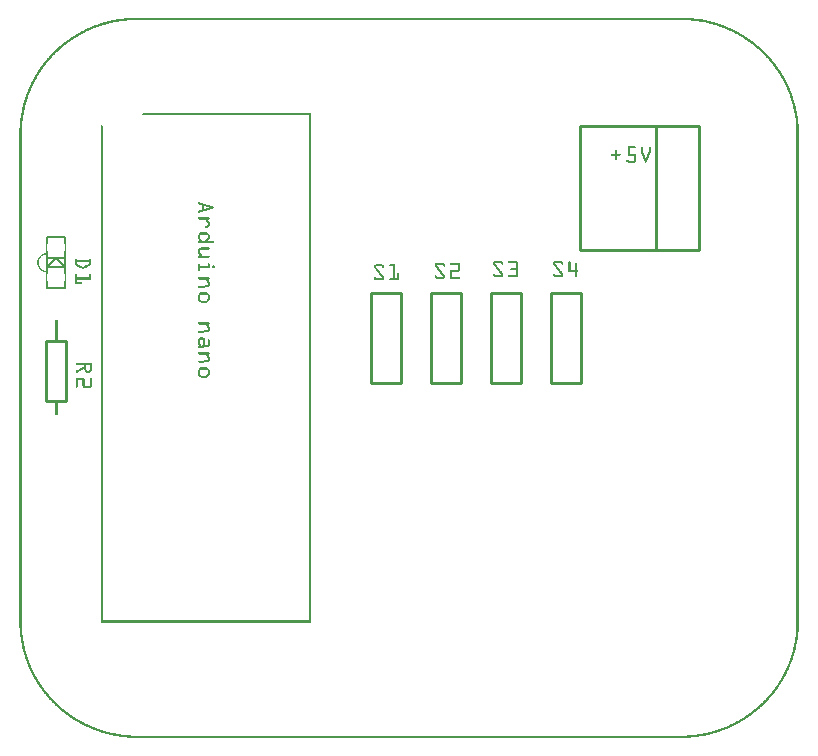
<source format=gto>
G04 MADE WITH FRITZING*
G04 WWW.FRITZING.ORG*
G04 DOUBLE SIDED*
G04 HOLES PLATED*
G04 CONTOUR ON CENTER OF CONTOUR VECTOR*
%ASAXBY*%
%FSLAX23Y23*%
%MOIN*%
%OFA0B0*%
%SFA1.0B1.0*%
%ADD10C,0.010000*%
%ADD11C,0.005000*%
%ADD12C,0.010417*%
%ADD13R,0.001000X0.001000*%
%LNSILK1*%
G90*
G70*
G54D10*
X155Y1325D02*
X155Y1125D01*
D02*
X155Y1125D02*
X89Y1125D01*
D02*
X89Y1125D02*
X89Y1325D01*
D02*
X89Y1325D02*
X155Y1325D01*
G54D11*
D02*
X152Y1500D02*
X92Y1500D01*
D02*
X92Y1555D02*
X92Y1570D01*
D02*
X92Y1570D02*
X92Y1600D01*
D02*
X92Y1600D02*
X92Y1615D01*
D02*
X92Y1670D02*
X152Y1670D01*
D02*
X152Y1600D02*
X152Y1570D01*
D02*
X122Y1600D02*
X152Y1570D01*
D02*
X152Y1570D02*
X92Y1570D01*
D02*
X92Y1570D02*
X122Y1600D01*
D02*
X122Y1600D02*
X152Y1600D01*
D02*
X122Y1600D02*
X92Y1600D01*
G54D12*
D02*
X1867Y2040D02*
X1867Y1629D01*
D02*
X1867Y1629D02*
X2263Y1629D01*
D02*
X2263Y1629D02*
X2263Y2040D01*
D02*
X2263Y2040D02*
X1867Y2040D01*
D02*
X2120Y1629D02*
X2120Y2040D01*
G54D10*
D02*
X1772Y1485D02*
X1772Y1185D01*
D02*
X1772Y1185D02*
X1872Y1185D01*
D02*
X1872Y1185D02*
X1872Y1485D01*
D02*
X1872Y1485D02*
X1772Y1485D01*
D02*
X1572Y1485D02*
X1572Y1185D01*
D02*
X1572Y1185D02*
X1672Y1185D01*
D02*
X1672Y1185D02*
X1672Y1485D01*
D02*
X1672Y1485D02*
X1572Y1485D01*
D02*
X1372Y1485D02*
X1372Y1185D01*
D02*
X1372Y1185D02*
X1472Y1185D01*
D02*
X1472Y1185D02*
X1472Y1485D01*
D02*
X1472Y1485D02*
X1372Y1485D01*
D02*
X1172Y1485D02*
X1172Y1185D01*
D02*
X1172Y1185D02*
X1272Y1185D01*
D02*
X1272Y1185D02*
X1272Y1485D01*
D02*
X1272Y1485D02*
X1172Y1485D01*
G54D13*
X372Y2402D02*
X2225Y2402D01*
X358Y2401D02*
X2239Y2401D01*
X348Y2400D02*
X2249Y2400D01*
X340Y2399D02*
X2257Y2399D01*
X333Y2398D02*
X2264Y2398D01*
X327Y2397D02*
X2270Y2397D01*
X321Y2396D02*
X2276Y2396D01*
X316Y2395D02*
X2281Y2395D01*
X311Y2394D02*
X371Y2394D01*
X2226Y2394D02*
X2286Y2394D01*
X306Y2393D02*
X357Y2393D01*
X2240Y2393D02*
X2291Y2393D01*
X302Y2392D02*
X347Y2392D01*
X2250Y2392D02*
X2295Y2392D01*
X297Y2391D02*
X339Y2391D01*
X2258Y2391D02*
X2300Y2391D01*
X293Y2390D02*
X332Y2390D01*
X2265Y2390D02*
X2304Y2390D01*
X290Y2389D02*
X326Y2389D01*
X2271Y2389D02*
X2307Y2389D01*
X286Y2388D02*
X320Y2388D01*
X2277Y2388D02*
X2311Y2388D01*
X282Y2387D02*
X315Y2387D01*
X2282Y2387D02*
X2315Y2387D01*
X279Y2386D02*
X310Y2386D01*
X2287Y2386D02*
X2318Y2386D01*
X276Y2385D02*
X305Y2385D01*
X2292Y2385D02*
X2321Y2385D01*
X273Y2384D02*
X301Y2384D01*
X2296Y2384D02*
X2324Y2384D01*
X270Y2383D02*
X297Y2383D01*
X2300Y2383D02*
X2327Y2383D01*
X267Y2382D02*
X293Y2382D01*
X2304Y2382D02*
X2330Y2382D01*
X264Y2381D02*
X289Y2381D01*
X2308Y2381D02*
X2333Y2381D01*
X261Y2380D02*
X286Y2380D01*
X2311Y2380D02*
X2336Y2380D01*
X258Y2379D02*
X282Y2379D01*
X2315Y2379D02*
X2339Y2379D01*
X255Y2378D02*
X279Y2378D01*
X2318Y2378D02*
X2342Y2378D01*
X253Y2377D02*
X276Y2377D01*
X2321Y2377D02*
X2344Y2377D01*
X250Y2376D02*
X273Y2376D01*
X2324Y2376D02*
X2347Y2376D01*
X247Y2375D02*
X270Y2375D01*
X2327Y2375D02*
X2350Y2375D01*
X245Y2374D02*
X267Y2374D01*
X2330Y2374D02*
X2352Y2374D01*
X242Y2373D02*
X264Y2373D01*
X2333Y2373D02*
X2355Y2373D01*
X240Y2372D02*
X261Y2372D01*
X2336Y2372D02*
X2357Y2372D01*
X237Y2371D02*
X258Y2371D01*
X2339Y2371D02*
X2360Y2371D01*
X235Y2370D02*
X255Y2370D01*
X2342Y2370D02*
X2362Y2370D01*
X233Y2369D02*
X253Y2369D01*
X2344Y2369D02*
X2364Y2369D01*
X231Y2368D02*
X250Y2368D01*
X2347Y2368D02*
X2366Y2368D01*
X228Y2367D02*
X247Y2367D01*
X2350Y2367D02*
X2369Y2367D01*
X226Y2366D02*
X245Y2366D01*
X2352Y2366D02*
X2371Y2366D01*
X224Y2365D02*
X242Y2365D01*
X2355Y2365D02*
X2373Y2365D01*
X222Y2364D02*
X240Y2364D01*
X2357Y2364D02*
X2375Y2364D01*
X220Y2363D02*
X238Y2363D01*
X2359Y2363D02*
X2377Y2363D01*
X218Y2362D02*
X236Y2362D01*
X2361Y2362D02*
X2379Y2362D01*
X216Y2361D02*
X233Y2361D01*
X2364Y2361D02*
X2381Y2361D01*
X214Y2360D02*
X231Y2360D01*
X2366Y2360D02*
X2383Y2360D01*
X212Y2359D02*
X229Y2359D01*
X2368Y2359D02*
X2385Y2359D01*
X210Y2358D02*
X227Y2358D01*
X2370Y2358D02*
X2387Y2358D01*
X208Y2357D02*
X224Y2357D01*
X2373Y2357D02*
X2389Y2357D01*
X206Y2356D02*
X222Y2356D01*
X2375Y2356D02*
X2391Y2356D01*
X204Y2355D02*
X220Y2355D01*
X2377Y2355D02*
X2393Y2355D01*
X202Y2354D02*
X218Y2354D01*
X2379Y2354D02*
X2395Y2354D01*
X201Y2353D02*
X216Y2353D01*
X2381Y2353D02*
X2396Y2353D01*
X199Y2352D02*
X214Y2352D01*
X2383Y2352D02*
X2398Y2352D01*
X197Y2351D02*
X212Y2351D01*
X2384Y2351D02*
X2400Y2351D01*
X195Y2350D02*
X211Y2350D01*
X2386Y2350D02*
X2402Y2350D01*
X194Y2349D02*
X209Y2349D01*
X2388Y2349D02*
X2403Y2349D01*
X192Y2348D02*
X207Y2348D01*
X2390Y2348D02*
X2405Y2348D01*
X190Y2347D02*
X205Y2347D01*
X2392Y2347D02*
X2407Y2347D01*
X188Y2346D02*
X203Y2346D01*
X2394Y2346D02*
X2409Y2346D01*
X187Y2345D02*
X201Y2345D01*
X2396Y2345D02*
X2410Y2345D01*
X185Y2344D02*
X200Y2344D01*
X2397Y2344D02*
X2412Y2344D01*
X184Y2343D02*
X198Y2343D01*
X2399Y2343D02*
X2413Y2343D01*
X182Y2342D02*
X196Y2342D01*
X2401Y2342D02*
X2415Y2342D01*
X180Y2341D02*
X194Y2341D01*
X2403Y2341D02*
X2417Y2341D01*
X179Y2340D02*
X193Y2340D01*
X2404Y2340D02*
X2418Y2340D01*
X177Y2339D02*
X191Y2339D01*
X2406Y2339D02*
X2420Y2339D01*
X176Y2338D02*
X189Y2338D01*
X2408Y2338D02*
X2421Y2338D01*
X174Y2337D02*
X188Y2337D01*
X2409Y2337D02*
X2423Y2337D01*
X172Y2336D02*
X186Y2336D01*
X2411Y2336D02*
X2425Y2336D01*
X171Y2335D02*
X185Y2335D01*
X2412Y2335D02*
X2426Y2335D01*
X170Y2334D02*
X183Y2334D01*
X2414Y2334D02*
X2427Y2334D01*
X168Y2333D02*
X182Y2333D01*
X2415Y2333D02*
X2429Y2333D01*
X167Y2332D02*
X180Y2332D01*
X2417Y2332D02*
X2430Y2332D01*
X165Y2331D02*
X178Y2331D01*
X2419Y2331D02*
X2432Y2331D01*
X164Y2330D02*
X177Y2330D01*
X2420Y2330D02*
X2433Y2330D01*
X162Y2329D02*
X175Y2329D01*
X2422Y2329D02*
X2434Y2329D01*
X161Y2328D02*
X174Y2328D01*
X2423Y2328D02*
X2436Y2328D01*
X160Y2327D02*
X172Y2327D01*
X2425Y2327D02*
X2437Y2327D01*
X158Y2326D02*
X171Y2326D01*
X2426Y2326D02*
X2439Y2326D01*
X157Y2325D02*
X170Y2325D01*
X2427Y2325D02*
X2440Y2325D01*
X156Y2324D02*
X168Y2324D01*
X2429Y2324D02*
X2441Y2324D01*
X154Y2323D02*
X167Y2323D01*
X2430Y2323D02*
X2443Y2323D01*
X153Y2322D02*
X165Y2322D01*
X2432Y2322D02*
X2444Y2322D01*
X152Y2321D02*
X164Y2321D01*
X2433Y2321D02*
X2445Y2321D01*
X150Y2320D02*
X162Y2320D01*
X2435Y2320D02*
X2447Y2320D01*
X149Y2319D02*
X161Y2319D01*
X2436Y2319D02*
X2448Y2319D01*
X148Y2318D02*
X160Y2318D01*
X2437Y2318D02*
X2449Y2318D01*
X147Y2317D02*
X159Y2317D01*
X2438Y2317D02*
X2450Y2317D01*
X145Y2316D02*
X157Y2316D01*
X2440Y2316D02*
X2452Y2316D01*
X144Y2315D02*
X156Y2315D01*
X2441Y2315D02*
X2453Y2315D01*
X143Y2314D02*
X155Y2314D01*
X2442Y2314D02*
X2454Y2314D01*
X142Y2313D02*
X153Y2313D01*
X2444Y2313D02*
X2455Y2313D01*
X140Y2312D02*
X152Y2312D01*
X2445Y2312D02*
X2457Y2312D01*
X139Y2311D02*
X151Y2311D01*
X2446Y2311D02*
X2458Y2311D01*
X138Y2310D02*
X149Y2310D01*
X2448Y2310D02*
X2459Y2310D01*
X137Y2309D02*
X148Y2309D01*
X2449Y2309D02*
X2460Y2309D01*
X136Y2308D02*
X147Y2308D01*
X2450Y2308D02*
X2461Y2308D01*
X134Y2307D02*
X146Y2307D01*
X2451Y2307D02*
X2463Y2307D01*
X133Y2306D02*
X145Y2306D01*
X2452Y2306D02*
X2464Y2306D01*
X132Y2305D02*
X143Y2305D01*
X2454Y2305D02*
X2465Y2305D01*
X131Y2304D02*
X142Y2304D01*
X2455Y2304D02*
X2466Y2304D01*
X130Y2303D02*
X141Y2303D01*
X2456Y2303D02*
X2467Y2303D01*
X129Y2302D02*
X140Y2302D01*
X2457Y2302D02*
X2468Y2302D01*
X128Y2301D02*
X139Y2301D01*
X2458Y2301D02*
X2469Y2301D01*
X126Y2300D02*
X138Y2300D01*
X2459Y2300D02*
X2471Y2300D01*
X125Y2299D02*
X136Y2299D01*
X2461Y2299D02*
X2472Y2299D01*
X124Y2298D02*
X135Y2298D01*
X2462Y2298D02*
X2473Y2298D01*
X123Y2297D02*
X134Y2297D01*
X2463Y2297D02*
X2474Y2297D01*
X122Y2296D02*
X133Y2296D01*
X2464Y2296D02*
X2475Y2296D01*
X121Y2295D02*
X132Y2295D01*
X2465Y2295D02*
X2476Y2295D01*
X120Y2294D02*
X131Y2294D01*
X2466Y2294D02*
X2477Y2294D01*
X119Y2293D02*
X130Y2293D01*
X2467Y2293D02*
X2478Y2293D01*
X118Y2292D02*
X129Y2292D01*
X2468Y2292D02*
X2479Y2292D01*
X117Y2291D02*
X128Y2291D01*
X2469Y2291D02*
X2480Y2291D01*
X116Y2290D02*
X126Y2290D01*
X2471Y2290D02*
X2481Y2290D01*
X115Y2289D02*
X125Y2289D01*
X2472Y2289D02*
X2482Y2289D01*
X114Y2288D02*
X124Y2288D01*
X2473Y2288D02*
X2483Y2288D01*
X113Y2287D02*
X123Y2287D01*
X2474Y2287D02*
X2484Y2287D01*
X112Y2286D02*
X122Y2286D01*
X2475Y2286D02*
X2485Y2286D01*
X111Y2285D02*
X121Y2285D01*
X2476Y2285D02*
X2486Y2285D01*
X110Y2284D02*
X120Y2284D01*
X2477Y2284D02*
X2487Y2284D01*
X109Y2283D02*
X119Y2283D01*
X2478Y2283D02*
X2488Y2283D01*
X108Y2282D02*
X118Y2282D01*
X2479Y2282D02*
X2489Y2282D01*
X107Y2281D02*
X117Y2281D01*
X2480Y2281D02*
X2490Y2281D01*
X106Y2280D02*
X116Y2280D01*
X2481Y2280D02*
X2491Y2280D01*
X105Y2279D02*
X115Y2279D01*
X2482Y2279D02*
X2492Y2279D01*
X104Y2278D02*
X114Y2278D01*
X2483Y2278D02*
X2493Y2278D01*
X103Y2277D02*
X113Y2277D01*
X2484Y2277D02*
X2494Y2277D01*
X102Y2276D02*
X112Y2276D01*
X2485Y2276D02*
X2495Y2276D01*
X101Y2275D02*
X111Y2275D01*
X2486Y2275D02*
X2496Y2275D01*
X100Y2274D02*
X110Y2274D01*
X2487Y2274D02*
X2497Y2274D01*
X100Y2273D02*
X109Y2273D01*
X2488Y2273D02*
X2497Y2273D01*
X99Y2272D02*
X108Y2272D01*
X2489Y2272D02*
X2498Y2272D01*
X98Y2271D02*
X107Y2271D01*
X2490Y2271D02*
X2499Y2271D01*
X97Y2270D02*
X107Y2270D01*
X2490Y2270D02*
X2500Y2270D01*
X96Y2269D02*
X106Y2269D01*
X2491Y2269D02*
X2501Y2269D01*
X95Y2268D02*
X105Y2268D01*
X2492Y2268D02*
X2502Y2268D01*
X94Y2267D02*
X104Y2267D01*
X2493Y2267D02*
X2503Y2267D01*
X93Y2266D02*
X103Y2266D01*
X2494Y2266D02*
X2504Y2266D01*
X93Y2265D02*
X102Y2265D01*
X2495Y2265D02*
X2504Y2265D01*
X92Y2264D02*
X101Y2264D01*
X2496Y2264D02*
X2505Y2264D01*
X91Y2263D02*
X100Y2263D01*
X2497Y2263D02*
X2506Y2263D01*
X90Y2262D02*
X100Y2262D01*
X2497Y2262D02*
X2507Y2262D01*
X89Y2261D02*
X99Y2261D01*
X2498Y2261D02*
X2508Y2261D01*
X88Y2260D02*
X98Y2260D01*
X2499Y2260D02*
X2509Y2260D01*
X87Y2259D02*
X97Y2259D01*
X2500Y2259D02*
X2510Y2259D01*
X87Y2258D02*
X96Y2258D01*
X2501Y2258D02*
X2510Y2258D01*
X86Y2257D02*
X95Y2257D01*
X2502Y2257D02*
X2511Y2257D01*
X85Y2256D02*
X94Y2256D01*
X2503Y2256D02*
X2512Y2256D01*
X84Y2255D02*
X93Y2255D01*
X2504Y2255D02*
X2513Y2255D01*
X83Y2254D02*
X93Y2254D01*
X2504Y2254D02*
X2513Y2254D01*
X83Y2253D02*
X92Y2253D01*
X2505Y2253D02*
X2514Y2253D01*
X82Y2252D02*
X91Y2252D01*
X2506Y2252D02*
X2515Y2252D01*
X81Y2251D02*
X90Y2251D01*
X2507Y2251D02*
X2516Y2251D01*
X80Y2250D02*
X89Y2250D01*
X2508Y2250D02*
X2517Y2250D01*
X80Y2249D02*
X89Y2249D01*
X2508Y2249D02*
X2517Y2249D01*
X79Y2248D02*
X88Y2248D01*
X2509Y2248D02*
X2518Y2248D01*
X78Y2247D02*
X87Y2247D01*
X2510Y2247D02*
X2519Y2247D01*
X77Y2246D02*
X86Y2246D01*
X2511Y2246D02*
X2520Y2246D01*
X76Y2245D02*
X86Y2245D01*
X2511Y2245D02*
X2521Y2245D01*
X76Y2244D02*
X85Y2244D01*
X2512Y2244D02*
X2521Y2244D01*
X75Y2243D02*
X84Y2243D01*
X2513Y2243D02*
X2522Y2243D01*
X74Y2242D02*
X83Y2242D01*
X2514Y2242D02*
X2523Y2242D01*
X74Y2241D02*
X82Y2241D01*
X2515Y2241D02*
X2523Y2241D01*
X73Y2240D02*
X82Y2240D01*
X2515Y2240D02*
X2524Y2240D01*
X72Y2239D02*
X81Y2239D01*
X2516Y2239D02*
X2525Y2239D01*
X71Y2238D02*
X80Y2238D01*
X2517Y2238D02*
X2526Y2238D01*
X71Y2237D02*
X80Y2237D01*
X2517Y2237D02*
X2526Y2237D01*
X70Y2236D02*
X79Y2236D01*
X2518Y2236D02*
X2527Y2236D01*
X69Y2235D02*
X78Y2235D01*
X2519Y2235D02*
X2528Y2235D01*
X69Y2234D02*
X77Y2234D01*
X2520Y2234D02*
X2528Y2234D01*
X68Y2233D02*
X77Y2233D01*
X2520Y2233D02*
X2529Y2233D01*
X67Y2232D02*
X76Y2232D01*
X2521Y2232D02*
X2530Y2232D01*
X66Y2231D02*
X75Y2231D01*
X2522Y2231D02*
X2531Y2231D01*
X66Y2230D02*
X74Y2230D01*
X2523Y2230D02*
X2531Y2230D01*
X65Y2229D02*
X74Y2229D01*
X2523Y2229D02*
X2532Y2229D01*
X65Y2228D02*
X73Y2228D01*
X2524Y2228D02*
X2532Y2228D01*
X64Y2227D02*
X72Y2227D01*
X2525Y2227D02*
X2533Y2227D01*
X63Y2226D02*
X72Y2226D01*
X2525Y2226D02*
X2534Y2226D01*
X63Y2225D02*
X71Y2225D01*
X2526Y2225D02*
X2534Y2225D01*
X62Y2224D02*
X70Y2224D01*
X2527Y2224D02*
X2535Y2224D01*
X61Y2223D02*
X70Y2223D01*
X2527Y2223D02*
X2536Y2223D01*
X61Y2222D02*
X69Y2222D01*
X2528Y2222D02*
X2536Y2222D01*
X60Y2221D02*
X68Y2221D01*
X2529Y2221D02*
X2537Y2221D01*
X59Y2220D02*
X68Y2220D01*
X2529Y2220D02*
X2538Y2220D01*
X59Y2219D02*
X67Y2219D01*
X2530Y2219D02*
X2538Y2219D01*
X58Y2218D02*
X66Y2218D01*
X2531Y2218D02*
X2539Y2218D01*
X57Y2217D02*
X66Y2217D01*
X2531Y2217D02*
X2540Y2217D01*
X57Y2216D02*
X65Y2216D01*
X2532Y2216D02*
X2540Y2216D01*
X56Y2215D02*
X64Y2215D01*
X2532Y2215D02*
X2541Y2215D01*
X56Y2214D02*
X64Y2214D01*
X2533Y2214D02*
X2541Y2214D01*
X55Y2213D02*
X63Y2213D01*
X2534Y2213D02*
X2542Y2213D01*
X54Y2212D02*
X63Y2212D01*
X2534Y2212D02*
X2543Y2212D01*
X54Y2211D02*
X62Y2211D01*
X2535Y2211D02*
X2543Y2211D01*
X53Y2210D02*
X61Y2210D01*
X2536Y2210D02*
X2544Y2210D01*
X53Y2209D02*
X61Y2209D01*
X2536Y2209D02*
X2544Y2209D01*
X52Y2208D02*
X60Y2208D01*
X2537Y2208D02*
X2545Y2208D01*
X51Y2207D02*
X60Y2207D01*
X2537Y2207D02*
X2545Y2207D01*
X51Y2206D02*
X59Y2206D01*
X2538Y2206D02*
X2546Y2206D01*
X50Y2205D02*
X58Y2205D01*
X2539Y2205D02*
X2547Y2205D01*
X50Y2204D02*
X58Y2204D01*
X2539Y2204D02*
X2547Y2204D01*
X49Y2203D02*
X57Y2203D01*
X2540Y2203D02*
X2548Y2203D01*
X49Y2202D02*
X57Y2202D01*
X2540Y2202D02*
X2548Y2202D01*
X48Y2201D02*
X56Y2201D01*
X2541Y2201D02*
X2549Y2201D01*
X47Y2200D02*
X56Y2200D01*
X2541Y2200D02*
X2550Y2200D01*
X47Y2199D02*
X55Y2199D01*
X2542Y2199D02*
X2550Y2199D01*
X46Y2198D02*
X54Y2198D01*
X2543Y2198D02*
X2551Y2198D01*
X46Y2197D02*
X54Y2197D01*
X2543Y2197D02*
X2551Y2197D01*
X45Y2196D02*
X53Y2196D01*
X2544Y2196D02*
X2552Y2196D01*
X45Y2195D02*
X53Y2195D01*
X2544Y2195D02*
X2552Y2195D01*
X44Y2194D02*
X52Y2194D01*
X2545Y2194D02*
X2553Y2194D01*
X44Y2193D02*
X52Y2193D01*
X2545Y2193D02*
X2553Y2193D01*
X43Y2192D02*
X51Y2192D01*
X2546Y2192D02*
X2554Y2192D01*
X43Y2191D02*
X51Y2191D01*
X2546Y2191D02*
X2554Y2191D01*
X42Y2190D02*
X50Y2190D01*
X2547Y2190D02*
X2555Y2190D01*
X42Y2189D02*
X50Y2189D01*
X2547Y2189D02*
X2555Y2189D01*
X41Y2188D02*
X49Y2188D01*
X2548Y2188D02*
X2556Y2188D01*
X41Y2187D02*
X49Y2187D01*
X2548Y2187D02*
X2556Y2187D01*
X40Y2186D02*
X48Y2186D01*
X2549Y2186D02*
X2557Y2186D01*
X40Y2185D02*
X48Y2185D01*
X2549Y2185D02*
X2557Y2185D01*
X39Y2184D02*
X47Y2184D01*
X2550Y2184D02*
X2558Y2184D01*
X39Y2183D02*
X46Y2183D01*
X2551Y2183D02*
X2558Y2183D01*
X38Y2182D02*
X46Y2182D01*
X2551Y2182D02*
X2559Y2182D01*
X38Y2181D02*
X45Y2181D01*
X2552Y2181D02*
X2559Y2181D01*
X37Y2180D02*
X45Y2180D01*
X2552Y2180D02*
X2560Y2180D01*
X37Y2179D02*
X44Y2179D01*
X2553Y2179D02*
X2560Y2179D01*
X36Y2178D02*
X44Y2178D01*
X2553Y2178D02*
X2561Y2178D01*
X36Y2177D02*
X44Y2177D01*
X2553Y2177D02*
X2561Y2177D01*
X35Y2176D02*
X43Y2176D01*
X2554Y2176D02*
X2562Y2176D01*
X35Y2175D02*
X43Y2175D01*
X2554Y2175D02*
X2562Y2175D01*
X34Y2174D02*
X42Y2174D01*
X2555Y2174D02*
X2563Y2174D01*
X34Y2173D02*
X42Y2173D01*
X2555Y2173D02*
X2563Y2173D01*
X34Y2172D02*
X41Y2172D01*
X2556Y2172D02*
X2563Y2172D01*
X33Y2171D02*
X41Y2171D01*
X2556Y2171D02*
X2564Y2171D01*
X33Y2170D02*
X40Y2170D01*
X2557Y2170D02*
X2564Y2170D01*
X32Y2169D02*
X40Y2169D01*
X2557Y2169D02*
X2565Y2169D01*
X32Y2168D02*
X39Y2168D01*
X2558Y2168D02*
X2565Y2168D01*
X31Y2167D02*
X39Y2167D01*
X2558Y2167D02*
X2566Y2167D01*
X31Y2166D02*
X38Y2166D01*
X2559Y2166D02*
X2566Y2166D01*
X30Y2165D02*
X38Y2165D01*
X2559Y2165D02*
X2567Y2165D01*
X30Y2164D02*
X38Y2164D01*
X2559Y2164D02*
X2567Y2164D01*
X30Y2163D02*
X37Y2163D01*
X2560Y2163D02*
X2567Y2163D01*
X29Y2162D02*
X37Y2162D01*
X2560Y2162D02*
X2568Y2162D01*
X29Y2161D02*
X36Y2161D01*
X2561Y2161D02*
X2568Y2161D01*
X28Y2160D02*
X36Y2160D01*
X2561Y2160D02*
X2569Y2160D01*
X28Y2159D02*
X35Y2159D01*
X2562Y2159D02*
X2569Y2159D01*
X28Y2158D02*
X35Y2158D01*
X2562Y2158D02*
X2569Y2158D01*
X27Y2157D02*
X35Y2157D01*
X2562Y2157D02*
X2570Y2157D01*
X27Y2156D02*
X34Y2156D01*
X2563Y2156D02*
X2570Y2156D01*
X26Y2155D02*
X34Y2155D01*
X2563Y2155D02*
X2571Y2155D01*
X26Y2154D02*
X33Y2154D01*
X2564Y2154D02*
X2571Y2154D01*
X26Y2153D02*
X33Y2153D01*
X2564Y2153D02*
X2571Y2153D01*
X25Y2152D02*
X33Y2152D01*
X2564Y2152D02*
X2572Y2152D01*
X25Y2151D02*
X32Y2151D01*
X2565Y2151D02*
X2572Y2151D01*
X24Y2150D02*
X32Y2150D01*
X2565Y2150D02*
X2573Y2150D01*
X24Y2149D02*
X31Y2149D01*
X2566Y2149D02*
X2573Y2149D01*
X24Y2148D02*
X31Y2148D01*
X2566Y2148D02*
X2573Y2148D01*
X23Y2147D02*
X31Y2147D01*
X2566Y2147D02*
X2574Y2147D01*
X23Y2146D02*
X30Y2146D01*
X2567Y2146D02*
X2574Y2146D01*
X23Y2145D02*
X30Y2145D01*
X2567Y2145D02*
X2574Y2145D01*
X22Y2144D02*
X30Y2144D01*
X2567Y2144D02*
X2575Y2144D01*
X22Y2143D02*
X29Y2143D01*
X2568Y2143D02*
X2575Y2143D01*
X22Y2142D02*
X29Y2142D01*
X2568Y2142D02*
X2575Y2142D01*
X21Y2141D02*
X29Y2141D01*
X2568Y2141D02*
X2576Y2141D01*
X21Y2140D02*
X28Y2140D01*
X2569Y2140D02*
X2576Y2140D01*
X21Y2139D02*
X28Y2139D01*
X2569Y2139D02*
X2576Y2139D01*
X20Y2138D02*
X28Y2138D01*
X2569Y2138D02*
X2577Y2138D01*
X20Y2137D02*
X27Y2137D01*
X2570Y2137D02*
X2577Y2137D01*
X20Y2136D02*
X27Y2136D01*
X2570Y2136D02*
X2577Y2136D01*
X19Y2135D02*
X27Y2135D01*
X2570Y2135D02*
X2578Y2135D01*
X19Y2134D02*
X26Y2134D01*
X2571Y2134D02*
X2578Y2134D01*
X19Y2133D02*
X26Y2133D01*
X2571Y2133D02*
X2578Y2133D01*
X18Y2132D02*
X25Y2132D01*
X2572Y2132D02*
X2579Y2132D01*
X18Y2131D02*
X25Y2131D01*
X2572Y2131D02*
X2579Y2131D01*
X18Y2130D02*
X25Y2130D01*
X2572Y2130D02*
X2579Y2130D01*
X17Y2129D02*
X24Y2129D01*
X2573Y2129D02*
X2580Y2129D01*
X17Y2128D02*
X24Y2128D01*
X2573Y2128D02*
X2580Y2128D01*
X17Y2127D02*
X24Y2127D01*
X2573Y2127D02*
X2580Y2127D01*
X16Y2126D02*
X24Y2126D01*
X2573Y2126D02*
X2581Y2126D01*
X16Y2125D02*
X23Y2125D01*
X2574Y2125D02*
X2581Y2125D01*
X16Y2124D02*
X23Y2124D01*
X2574Y2124D02*
X2581Y2124D01*
X15Y2123D02*
X23Y2123D01*
X2574Y2123D02*
X2582Y2123D01*
X15Y2122D02*
X22Y2122D01*
X2575Y2122D02*
X2582Y2122D01*
X15Y2121D02*
X22Y2121D01*
X2575Y2121D02*
X2582Y2121D01*
X15Y2120D02*
X22Y2120D01*
X2575Y2120D02*
X2582Y2120D01*
X14Y2119D02*
X21Y2119D01*
X2576Y2119D02*
X2583Y2119D01*
X14Y2118D02*
X21Y2118D01*
X2576Y2118D02*
X2583Y2118D01*
X14Y2117D02*
X21Y2117D01*
X2576Y2117D02*
X2583Y2117D01*
X13Y2116D02*
X21Y2116D01*
X2576Y2116D02*
X2584Y2116D01*
X13Y2115D02*
X20Y2115D01*
X2577Y2115D02*
X2584Y2115D01*
X13Y2114D02*
X20Y2114D01*
X2577Y2114D02*
X2584Y2114D01*
X13Y2113D02*
X20Y2113D01*
X2577Y2113D02*
X2584Y2113D01*
X12Y2112D02*
X20Y2112D01*
X2577Y2112D02*
X2585Y2112D01*
X12Y2111D02*
X19Y2111D01*
X2578Y2111D02*
X2585Y2111D01*
X12Y2110D02*
X19Y2110D01*
X2578Y2110D02*
X2585Y2110D01*
X12Y2109D02*
X19Y2109D01*
X2578Y2109D02*
X2585Y2109D01*
X11Y2108D02*
X18Y2108D01*
X2579Y2108D02*
X2586Y2108D01*
X11Y2107D02*
X18Y2107D01*
X2579Y2107D02*
X2586Y2107D01*
X11Y2106D02*
X18Y2106D01*
X2579Y2106D02*
X2586Y2106D01*
X11Y2105D02*
X18Y2105D01*
X2579Y2105D02*
X2586Y2105D01*
X10Y2104D02*
X17Y2104D01*
X2580Y2104D02*
X2587Y2104D01*
X10Y2103D02*
X17Y2103D01*
X2580Y2103D02*
X2587Y2103D01*
X10Y2102D02*
X17Y2102D01*
X2580Y2102D02*
X2587Y2102D01*
X10Y2101D02*
X17Y2101D01*
X2580Y2101D02*
X2587Y2101D01*
X9Y2100D02*
X17Y2100D01*
X2580Y2100D02*
X2588Y2100D01*
X9Y2099D02*
X16Y2099D01*
X2581Y2099D02*
X2588Y2099D01*
X9Y2098D02*
X16Y2098D01*
X2581Y2098D02*
X2588Y2098D01*
X9Y2097D02*
X16Y2097D01*
X2581Y2097D02*
X2588Y2097D01*
X9Y2096D02*
X16Y2096D01*
X2581Y2096D02*
X2588Y2096D01*
X8Y2095D02*
X15Y2095D01*
X2582Y2095D02*
X2589Y2095D01*
X8Y2094D02*
X15Y2094D01*
X2582Y2094D02*
X2589Y2094D01*
X8Y2093D02*
X15Y2093D01*
X2582Y2093D02*
X2589Y2093D01*
X8Y2092D02*
X15Y2092D01*
X2582Y2092D02*
X2589Y2092D01*
X8Y2091D02*
X15Y2091D01*
X2582Y2091D02*
X2589Y2091D01*
X7Y2090D02*
X14Y2090D01*
X2583Y2090D02*
X2590Y2090D01*
X7Y2089D02*
X14Y2089D01*
X2583Y2089D02*
X2590Y2089D01*
X7Y2088D02*
X14Y2088D01*
X2583Y2088D02*
X2590Y2088D01*
X7Y2087D02*
X14Y2087D01*
X2583Y2087D02*
X2590Y2087D01*
X7Y2086D02*
X14Y2086D01*
X2583Y2086D02*
X2590Y2086D01*
X6Y2085D02*
X13Y2085D01*
X412Y2085D02*
X971Y2085D01*
X2584Y2085D02*
X2591Y2085D01*
X6Y2084D02*
X13Y2084D01*
X411Y2084D02*
X971Y2084D01*
X2584Y2084D02*
X2591Y2084D01*
X6Y2083D02*
X13Y2083D01*
X411Y2083D02*
X971Y2083D01*
X2584Y2083D02*
X2591Y2083D01*
X6Y2082D02*
X13Y2082D01*
X410Y2082D02*
X971Y2082D01*
X2584Y2082D02*
X2591Y2082D01*
X6Y2081D02*
X13Y2081D01*
X410Y2081D02*
X971Y2081D01*
X2584Y2081D02*
X2591Y2081D01*
X5Y2080D02*
X13Y2080D01*
X409Y2080D02*
X971Y2080D01*
X2584Y2080D02*
X2592Y2080D01*
X5Y2079D02*
X12Y2079D01*
X408Y2079D02*
X971Y2079D01*
X2585Y2079D02*
X2592Y2079D01*
X5Y2078D02*
X12Y2078D01*
X408Y2078D02*
X971Y2078D01*
X2585Y2078D02*
X2592Y2078D01*
X5Y2077D02*
X12Y2077D01*
X964Y2077D02*
X971Y2077D01*
X2585Y2077D02*
X2592Y2077D01*
X5Y2076D02*
X12Y2076D01*
X964Y2076D02*
X971Y2076D01*
X2585Y2076D02*
X2592Y2076D01*
X5Y2075D02*
X12Y2075D01*
X964Y2075D02*
X971Y2075D01*
X2585Y2075D02*
X2592Y2075D01*
X4Y2074D02*
X12Y2074D01*
X964Y2074D02*
X971Y2074D01*
X2585Y2074D02*
X2593Y2074D01*
X4Y2073D02*
X11Y2073D01*
X964Y2073D02*
X971Y2073D01*
X2586Y2073D02*
X2593Y2073D01*
X4Y2072D02*
X11Y2072D01*
X964Y2072D02*
X971Y2072D01*
X2586Y2072D02*
X2593Y2072D01*
X4Y2071D02*
X11Y2071D01*
X964Y2071D02*
X971Y2071D01*
X2586Y2071D02*
X2593Y2071D01*
X4Y2070D02*
X11Y2070D01*
X964Y2070D02*
X971Y2070D01*
X2586Y2070D02*
X2593Y2070D01*
X4Y2069D02*
X11Y2069D01*
X964Y2069D02*
X971Y2069D01*
X2586Y2069D02*
X2593Y2069D01*
X4Y2068D02*
X11Y2068D01*
X964Y2068D02*
X971Y2068D01*
X2586Y2068D02*
X2593Y2068D01*
X3Y2067D02*
X11Y2067D01*
X964Y2067D02*
X971Y2067D01*
X2586Y2067D02*
X2594Y2067D01*
X3Y2066D02*
X10Y2066D01*
X964Y2066D02*
X971Y2066D01*
X2587Y2066D02*
X2594Y2066D01*
X3Y2065D02*
X10Y2065D01*
X964Y2065D02*
X971Y2065D01*
X2587Y2065D02*
X2594Y2065D01*
X3Y2064D02*
X10Y2064D01*
X964Y2064D02*
X971Y2064D01*
X2587Y2064D02*
X2594Y2064D01*
X3Y2063D02*
X10Y2063D01*
X964Y2063D02*
X971Y2063D01*
X2587Y2063D02*
X2594Y2063D01*
X3Y2062D02*
X10Y2062D01*
X964Y2062D02*
X971Y2062D01*
X2587Y2062D02*
X2594Y2062D01*
X3Y2061D02*
X10Y2061D01*
X964Y2061D02*
X971Y2061D01*
X2587Y2061D02*
X2594Y2061D01*
X3Y2060D02*
X10Y2060D01*
X964Y2060D02*
X971Y2060D01*
X2587Y2060D02*
X2594Y2060D01*
X2Y2059D02*
X10Y2059D01*
X964Y2059D02*
X971Y2059D01*
X2587Y2059D02*
X2595Y2059D01*
X2Y2058D02*
X9Y2058D01*
X964Y2058D02*
X971Y2058D01*
X2588Y2058D02*
X2595Y2058D01*
X2Y2057D02*
X9Y2057D01*
X964Y2057D02*
X971Y2057D01*
X2588Y2057D02*
X2595Y2057D01*
X2Y2056D02*
X9Y2056D01*
X964Y2056D02*
X971Y2056D01*
X2588Y2056D02*
X2595Y2056D01*
X2Y2055D02*
X9Y2055D01*
X964Y2055D02*
X971Y2055D01*
X2588Y2055D02*
X2595Y2055D01*
X2Y2054D02*
X9Y2054D01*
X964Y2054D02*
X971Y2054D01*
X2588Y2054D02*
X2595Y2054D01*
X2Y2053D02*
X9Y2053D01*
X964Y2053D02*
X971Y2053D01*
X2588Y2053D02*
X2595Y2053D01*
X2Y2052D02*
X9Y2052D01*
X964Y2052D02*
X971Y2052D01*
X2588Y2052D02*
X2595Y2052D01*
X2Y2051D02*
X9Y2051D01*
X964Y2051D02*
X971Y2051D01*
X2588Y2051D02*
X2595Y2051D01*
X2Y2050D02*
X9Y2050D01*
X964Y2050D02*
X971Y2050D01*
X2588Y2050D02*
X2595Y2050D01*
X1Y2049D02*
X8Y2049D01*
X964Y2049D02*
X971Y2049D01*
X2589Y2049D02*
X2596Y2049D01*
X1Y2048D02*
X8Y2048D01*
X964Y2048D02*
X971Y2048D01*
X2589Y2048D02*
X2596Y2048D01*
X1Y2047D02*
X8Y2047D01*
X964Y2047D02*
X971Y2047D01*
X2589Y2047D02*
X2596Y2047D01*
X1Y2046D02*
X8Y2046D01*
X964Y2046D02*
X971Y2046D01*
X2589Y2046D02*
X2596Y2046D01*
X1Y2045D02*
X8Y2045D01*
X964Y2045D02*
X971Y2045D01*
X2589Y2045D02*
X2596Y2045D01*
X1Y2044D02*
X8Y2044D01*
X272Y2044D02*
X273Y2044D01*
X964Y2044D02*
X971Y2044D01*
X2589Y2044D02*
X2596Y2044D01*
X1Y2043D02*
X8Y2043D01*
X272Y2043D02*
X275Y2043D01*
X964Y2043D02*
X971Y2043D01*
X2589Y2043D02*
X2596Y2043D01*
X1Y2042D02*
X8Y2042D01*
X272Y2042D02*
X277Y2042D01*
X964Y2042D02*
X971Y2042D01*
X2589Y2042D02*
X2596Y2042D01*
X1Y2041D02*
X8Y2041D01*
X272Y2041D02*
X279Y2041D01*
X964Y2041D02*
X971Y2041D01*
X2589Y2041D02*
X2596Y2041D01*
X1Y2040D02*
X8Y2040D01*
X272Y2040D02*
X279Y2040D01*
X964Y2040D02*
X971Y2040D01*
X2589Y2040D02*
X2596Y2040D01*
X1Y2039D02*
X8Y2039D01*
X272Y2039D02*
X279Y2039D01*
X964Y2039D02*
X971Y2039D01*
X2589Y2039D02*
X2596Y2039D01*
X1Y2038D02*
X8Y2038D01*
X272Y2038D02*
X279Y2038D01*
X964Y2038D02*
X971Y2038D01*
X2589Y2038D02*
X2596Y2038D01*
X1Y2037D02*
X8Y2037D01*
X272Y2037D02*
X279Y2037D01*
X964Y2037D02*
X971Y2037D01*
X2589Y2037D02*
X2596Y2037D01*
X1Y2036D02*
X8Y2036D01*
X272Y2036D02*
X279Y2036D01*
X964Y2036D02*
X971Y2036D01*
X2589Y2036D02*
X2596Y2036D01*
X0Y2035D02*
X7Y2035D01*
X272Y2035D02*
X279Y2035D01*
X964Y2035D02*
X971Y2035D01*
X2589Y2035D02*
X2597Y2035D01*
X0Y2034D02*
X7Y2034D01*
X272Y2034D02*
X279Y2034D01*
X964Y2034D02*
X971Y2034D01*
X2590Y2034D02*
X2597Y2034D01*
X0Y2033D02*
X7Y2033D01*
X272Y2033D02*
X279Y2033D01*
X964Y2033D02*
X971Y2033D01*
X2590Y2033D02*
X2597Y2033D01*
X0Y2032D02*
X7Y2032D01*
X272Y2032D02*
X279Y2032D01*
X964Y2032D02*
X971Y2032D01*
X2590Y2032D02*
X2597Y2032D01*
X0Y2031D02*
X7Y2031D01*
X272Y2031D02*
X279Y2031D01*
X964Y2031D02*
X971Y2031D01*
X2590Y2031D02*
X2597Y2031D01*
X0Y2030D02*
X7Y2030D01*
X272Y2030D02*
X279Y2030D01*
X964Y2030D02*
X971Y2030D01*
X2590Y2030D02*
X2597Y2030D01*
X0Y2029D02*
X7Y2029D01*
X272Y2029D02*
X279Y2029D01*
X964Y2029D02*
X971Y2029D01*
X2590Y2029D02*
X2597Y2029D01*
X0Y2028D02*
X7Y2028D01*
X272Y2028D02*
X279Y2028D01*
X964Y2028D02*
X971Y2028D01*
X2590Y2028D02*
X2597Y2028D01*
X0Y2027D02*
X7Y2027D01*
X272Y2027D02*
X279Y2027D01*
X964Y2027D02*
X971Y2027D01*
X2590Y2027D02*
X2597Y2027D01*
X0Y2026D02*
X7Y2026D01*
X272Y2026D02*
X279Y2026D01*
X964Y2026D02*
X971Y2026D01*
X2590Y2026D02*
X2597Y2026D01*
X0Y2025D02*
X7Y2025D01*
X272Y2025D02*
X279Y2025D01*
X964Y2025D02*
X971Y2025D01*
X2590Y2025D02*
X2597Y2025D01*
X0Y2024D02*
X7Y2024D01*
X272Y2024D02*
X279Y2024D01*
X964Y2024D02*
X971Y2024D01*
X2590Y2024D02*
X2597Y2024D01*
X0Y2023D02*
X7Y2023D01*
X272Y2023D02*
X279Y2023D01*
X964Y2023D02*
X971Y2023D01*
X2590Y2023D02*
X2597Y2023D01*
X0Y2022D02*
X7Y2022D01*
X272Y2022D02*
X279Y2022D01*
X964Y2022D02*
X971Y2022D01*
X2590Y2022D02*
X2597Y2022D01*
X0Y2021D02*
X7Y2021D01*
X272Y2021D02*
X279Y2021D01*
X964Y2021D02*
X971Y2021D01*
X2590Y2021D02*
X2597Y2021D01*
X0Y2020D02*
X7Y2020D01*
X272Y2020D02*
X279Y2020D01*
X964Y2020D02*
X971Y2020D01*
X2590Y2020D02*
X2597Y2020D01*
X0Y2019D02*
X7Y2019D01*
X272Y2019D02*
X279Y2019D01*
X964Y2019D02*
X971Y2019D01*
X2590Y2019D02*
X2597Y2019D01*
X0Y2018D02*
X7Y2018D01*
X272Y2018D02*
X279Y2018D01*
X964Y2018D02*
X971Y2018D01*
X2590Y2018D02*
X2597Y2018D01*
X0Y2017D02*
X7Y2017D01*
X272Y2017D02*
X279Y2017D01*
X964Y2017D02*
X971Y2017D01*
X2590Y2017D02*
X2597Y2017D01*
X0Y2016D02*
X7Y2016D01*
X272Y2016D02*
X279Y2016D01*
X964Y2016D02*
X971Y2016D01*
X2590Y2016D02*
X2597Y2016D01*
X0Y2015D02*
X7Y2015D01*
X272Y2015D02*
X279Y2015D01*
X964Y2015D02*
X971Y2015D01*
X2590Y2015D02*
X2597Y2015D01*
X0Y2014D02*
X7Y2014D01*
X272Y2014D02*
X279Y2014D01*
X964Y2014D02*
X971Y2014D01*
X2590Y2014D02*
X2597Y2014D01*
X0Y2013D02*
X7Y2013D01*
X272Y2013D02*
X279Y2013D01*
X964Y2013D02*
X971Y2013D01*
X2590Y2013D02*
X2597Y2013D01*
X0Y2012D02*
X7Y2012D01*
X272Y2012D02*
X279Y2012D01*
X964Y2012D02*
X971Y2012D01*
X2590Y2012D02*
X2597Y2012D01*
X0Y2011D02*
X7Y2011D01*
X272Y2011D02*
X279Y2011D01*
X964Y2011D02*
X971Y2011D01*
X2590Y2011D02*
X2597Y2011D01*
X0Y2010D02*
X7Y2010D01*
X272Y2010D02*
X279Y2010D01*
X964Y2010D02*
X971Y2010D01*
X2590Y2010D02*
X2597Y2010D01*
X0Y2009D02*
X7Y2009D01*
X272Y2009D02*
X279Y2009D01*
X964Y2009D02*
X971Y2009D01*
X2590Y2009D02*
X2597Y2009D01*
X0Y2008D02*
X7Y2008D01*
X272Y2008D02*
X279Y2008D01*
X964Y2008D02*
X971Y2008D01*
X2590Y2008D02*
X2597Y2008D01*
X0Y2007D02*
X7Y2007D01*
X272Y2007D02*
X279Y2007D01*
X964Y2007D02*
X971Y2007D01*
X2590Y2007D02*
X2597Y2007D01*
X0Y2006D02*
X7Y2006D01*
X272Y2006D02*
X279Y2006D01*
X964Y2006D02*
X971Y2006D01*
X2590Y2006D02*
X2597Y2006D01*
X0Y2005D02*
X7Y2005D01*
X272Y2005D02*
X279Y2005D01*
X964Y2005D02*
X971Y2005D01*
X2590Y2005D02*
X2597Y2005D01*
X0Y2004D02*
X7Y2004D01*
X272Y2004D02*
X279Y2004D01*
X964Y2004D02*
X971Y2004D01*
X2590Y2004D02*
X2597Y2004D01*
X0Y2003D02*
X7Y2003D01*
X272Y2003D02*
X279Y2003D01*
X964Y2003D02*
X971Y2003D01*
X2590Y2003D02*
X2597Y2003D01*
X0Y2002D02*
X7Y2002D01*
X272Y2002D02*
X279Y2002D01*
X964Y2002D02*
X971Y2002D01*
X2590Y2002D02*
X2597Y2002D01*
X0Y2001D02*
X7Y2001D01*
X272Y2001D02*
X279Y2001D01*
X964Y2001D02*
X971Y2001D01*
X2590Y2001D02*
X2597Y2001D01*
X0Y2000D02*
X7Y2000D01*
X272Y2000D02*
X279Y2000D01*
X964Y2000D02*
X971Y2000D01*
X2590Y2000D02*
X2597Y2000D01*
X0Y1999D02*
X7Y1999D01*
X272Y1999D02*
X279Y1999D01*
X964Y1999D02*
X971Y1999D01*
X2590Y1999D02*
X2597Y1999D01*
X0Y1998D02*
X7Y1998D01*
X272Y1998D02*
X279Y1998D01*
X964Y1998D02*
X971Y1998D01*
X2590Y1998D02*
X2597Y1998D01*
X0Y1997D02*
X7Y1997D01*
X272Y1997D02*
X279Y1997D01*
X964Y1997D02*
X971Y1997D01*
X2590Y1997D02*
X2597Y1997D01*
X0Y1996D02*
X7Y1996D01*
X272Y1996D02*
X279Y1996D01*
X964Y1996D02*
X971Y1996D01*
X2590Y1996D02*
X2597Y1996D01*
X0Y1995D02*
X7Y1995D01*
X272Y1995D02*
X279Y1995D01*
X964Y1995D02*
X971Y1995D01*
X2590Y1995D02*
X2597Y1995D01*
X0Y1994D02*
X7Y1994D01*
X272Y1994D02*
X279Y1994D01*
X964Y1994D02*
X971Y1994D01*
X2590Y1994D02*
X2597Y1994D01*
X0Y1993D02*
X7Y1993D01*
X272Y1993D02*
X279Y1993D01*
X964Y1993D02*
X971Y1993D01*
X2590Y1993D02*
X2597Y1993D01*
X0Y1992D02*
X7Y1992D01*
X272Y1992D02*
X279Y1992D01*
X964Y1992D02*
X971Y1992D01*
X2590Y1992D02*
X2597Y1992D01*
X0Y1991D02*
X7Y1991D01*
X272Y1991D02*
X279Y1991D01*
X964Y1991D02*
X971Y1991D01*
X2590Y1991D02*
X2597Y1991D01*
X0Y1990D02*
X7Y1990D01*
X272Y1990D02*
X279Y1990D01*
X964Y1990D02*
X971Y1990D01*
X2590Y1990D02*
X2597Y1990D01*
X0Y1989D02*
X7Y1989D01*
X272Y1989D02*
X279Y1989D01*
X964Y1989D02*
X971Y1989D01*
X2590Y1989D02*
X2597Y1989D01*
X0Y1988D02*
X7Y1988D01*
X272Y1988D02*
X279Y1988D01*
X964Y1988D02*
X971Y1988D01*
X2590Y1988D02*
X2597Y1988D01*
X0Y1987D02*
X7Y1987D01*
X272Y1987D02*
X279Y1987D01*
X964Y1987D02*
X971Y1987D01*
X2590Y1987D02*
X2597Y1987D01*
X0Y1986D02*
X7Y1986D01*
X272Y1986D02*
X279Y1986D01*
X964Y1986D02*
X971Y1986D01*
X2590Y1986D02*
X2597Y1986D01*
X0Y1985D02*
X7Y1985D01*
X272Y1985D02*
X279Y1985D01*
X964Y1985D02*
X971Y1985D01*
X2590Y1985D02*
X2597Y1985D01*
X0Y1984D02*
X7Y1984D01*
X272Y1984D02*
X279Y1984D01*
X964Y1984D02*
X971Y1984D01*
X2590Y1984D02*
X2597Y1984D01*
X0Y1983D02*
X7Y1983D01*
X272Y1983D02*
X279Y1983D01*
X964Y1983D02*
X971Y1983D01*
X2590Y1983D02*
X2597Y1983D01*
X0Y1982D02*
X7Y1982D01*
X272Y1982D02*
X279Y1982D01*
X964Y1982D02*
X971Y1982D01*
X2590Y1982D02*
X2597Y1982D01*
X0Y1981D02*
X7Y1981D01*
X272Y1981D02*
X279Y1981D01*
X964Y1981D02*
X971Y1981D01*
X2590Y1981D02*
X2597Y1981D01*
X0Y1980D02*
X7Y1980D01*
X272Y1980D02*
X279Y1980D01*
X964Y1980D02*
X971Y1980D01*
X2590Y1980D02*
X2597Y1980D01*
X0Y1979D02*
X7Y1979D01*
X272Y1979D02*
X279Y1979D01*
X964Y1979D02*
X971Y1979D01*
X2590Y1979D02*
X2597Y1979D01*
X0Y1978D02*
X7Y1978D01*
X272Y1978D02*
X279Y1978D01*
X964Y1978D02*
X971Y1978D01*
X2590Y1978D02*
X2597Y1978D01*
X0Y1977D02*
X7Y1977D01*
X272Y1977D02*
X279Y1977D01*
X964Y1977D02*
X971Y1977D01*
X2590Y1977D02*
X2597Y1977D01*
X0Y1976D02*
X7Y1976D01*
X272Y1976D02*
X279Y1976D01*
X964Y1976D02*
X971Y1976D01*
X2590Y1976D02*
X2597Y1976D01*
X0Y1975D02*
X7Y1975D01*
X272Y1975D02*
X279Y1975D01*
X964Y1975D02*
X971Y1975D01*
X2590Y1975D02*
X2597Y1975D01*
X0Y1974D02*
X7Y1974D01*
X272Y1974D02*
X279Y1974D01*
X964Y1974D02*
X971Y1974D01*
X2590Y1974D02*
X2597Y1974D01*
X0Y1973D02*
X7Y1973D01*
X272Y1973D02*
X279Y1973D01*
X964Y1973D02*
X971Y1973D01*
X2028Y1973D02*
X2051Y1973D01*
X2074Y1973D02*
X2074Y1973D01*
X2101Y1973D02*
X2101Y1973D01*
X2590Y1973D02*
X2597Y1973D01*
X0Y1972D02*
X7Y1972D01*
X272Y1972D02*
X279Y1972D01*
X964Y1972D02*
X971Y1972D01*
X2028Y1972D02*
X2053Y1972D01*
X2072Y1972D02*
X2076Y1972D01*
X2099Y1972D02*
X2103Y1972D01*
X2590Y1972D02*
X2597Y1972D01*
X0Y1971D02*
X7Y1971D01*
X272Y1971D02*
X279Y1971D01*
X964Y1971D02*
X971Y1971D01*
X2028Y1971D02*
X2054Y1971D01*
X2071Y1971D02*
X2076Y1971D01*
X2099Y1971D02*
X2104Y1971D01*
X2590Y1971D02*
X2597Y1971D01*
X0Y1970D02*
X7Y1970D01*
X272Y1970D02*
X279Y1970D01*
X964Y1970D02*
X971Y1970D01*
X2028Y1970D02*
X2054Y1970D01*
X2071Y1970D02*
X2077Y1970D01*
X2098Y1970D02*
X2104Y1970D01*
X2590Y1970D02*
X2597Y1970D01*
X0Y1969D02*
X7Y1969D01*
X272Y1969D02*
X279Y1969D01*
X964Y1969D02*
X971Y1969D01*
X2028Y1969D02*
X2054Y1969D01*
X2071Y1969D02*
X2077Y1969D01*
X2098Y1969D02*
X2104Y1969D01*
X2590Y1969D02*
X2597Y1969D01*
X0Y1968D02*
X7Y1968D01*
X272Y1968D02*
X279Y1968D01*
X964Y1968D02*
X971Y1968D01*
X2028Y1968D02*
X2054Y1968D01*
X2071Y1968D02*
X2077Y1968D01*
X2098Y1968D02*
X2104Y1968D01*
X2590Y1968D02*
X2597Y1968D01*
X0Y1967D02*
X7Y1967D01*
X272Y1967D02*
X279Y1967D01*
X964Y1967D02*
X971Y1967D01*
X2028Y1967D02*
X2053Y1967D01*
X2071Y1967D02*
X2077Y1967D01*
X2098Y1967D02*
X2104Y1967D01*
X2590Y1967D02*
X2597Y1967D01*
X0Y1966D02*
X7Y1966D01*
X272Y1966D02*
X279Y1966D01*
X964Y1966D02*
X971Y1966D01*
X2028Y1966D02*
X2034Y1966D01*
X2071Y1966D02*
X2077Y1966D01*
X2098Y1966D02*
X2104Y1966D01*
X2590Y1966D02*
X2597Y1966D01*
X0Y1965D02*
X7Y1965D01*
X272Y1965D02*
X279Y1965D01*
X964Y1965D02*
X971Y1965D01*
X2028Y1965D02*
X2034Y1965D01*
X2071Y1965D02*
X2077Y1965D01*
X2098Y1965D02*
X2104Y1965D01*
X2590Y1965D02*
X2597Y1965D01*
X0Y1964D02*
X7Y1964D01*
X272Y1964D02*
X279Y1964D01*
X964Y1964D02*
X971Y1964D01*
X2028Y1964D02*
X2034Y1964D01*
X2071Y1964D02*
X2077Y1964D01*
X2098Y1964D02*
X2104Y1964D01*
X2590Y1964D02*
X2597Y1964D01*
X0Y1963D02*
X7Y1963D01*
X272Y1963D02*
X279Y1963D01*
X964Y1963D02*
X971Y1963D01*
X1987Y1963D02*
X1988Y1963D01*
X2028Y1963D02*
X2034Y1963D01*
X2071Y1963D02*
X2077Y1963D01*
X2098Y1963D02*
X2104Y1963D01*
X2590Y1963D02*
X2597Y1963D01*
X0Y1962D02*
X7Y1962D01*
X272Y1962D02*
X279Y1962D01*
X964Y1962D02*
X971Y1962D01*
X1985Y1962D02*
X1990Y1962D01*
X2028Y1962D02*
X2034Y1962D01*
X2071Y1962D02*
X2077Y1962D01*
X2098Y1962D02*
X2104Y1962D01*
X2590Y1962D02*
X2597Y1962D01*
X0Y1961D02*
X7Y1961D01*
X272Y1961D02*
X279Y1961D01*
X964Y1961D02*
X971Y1961D01*
X1985Y1961D02*
X1990Y1961D01*
X2028Y1961D02*
X2034Y1961D01*
X2071Y1961D02*
X2077Y1961D01*
X2098Y1961D02*
X2104Y1961D01*
X2590Y1961D02*
X2597Y1961D01*
X0Y1960D02*
X7Y1960D01*
X272Y1960D02*
X279Y1960D01*
X964Y1960D02*
X971Y1960D01*
X1984Y1960D02*
X1990Y1960D01*
X2028Y1960D02*
X2034Y1960D01*
X2071Y1960D02*
X2077Y1960D01*
X2098Y1960D02*
X2104Y1960D01*
X2590Y1960D02*
X2597Y1960D01*
X0Y1959D02*
X7Y1959D01*
X272Y1959D02*
X279Y1959D01*
X964Y1959D02*
X971Y1959D01*
X1984Y1959D02*
X1990Y1959D01*
X2028Y1959D02*
X2034Y1959D01*
X2071Y1959D02*
X2077Y1959D01*
X2098Y1959D02*
X2104Y1959D01*
X2590Y1959D02*
X2597Y1959D01*
X0Y1958D02*
X7Y1958D01*
X272Y1958D02*
X279Y1958D01*
X964Y1958D02*
X971Y1958D01*
X1984Y1958D02*
X1990Y1958D01*
X2028Y1958D02*
X2034Y1958D01*
X2071Y1958D02*
X2077Y1958D01*
X2098Y1958D02*
X2104Y1958D01*
X2590Y1958D02*
X2597Y1958D01*
X0Y1957D02*
X7Y1957D01*
X272Y1957D02*
X279Y1957D01*
X964Y1957D02*
X971Y1957D01*
X1984Y1957D02*
X1990Y1957D01*
X2028Y1957D02*
X2034Y1957D01*
X2071Y1957D02*
X2077Y1957D01*
X2098Y1957D02*
X2104Y1957D01*
X2590Y1957D02*
X2597Y1957D01*
X0Y1956D02*
X7Y1956D01*
X272Y1956D02*
X279Y1956D01*
X964Y1956D02*
X971Y1956D01*
X1984Y1956D02*
X1990Y1956D01*
X2028Y1956D02*
X2034Y1956D01*
X2071Y1956D02*
X2078Y1956D01*
X2097Y1956D02*
X2104Y1956D01*
X2590Y1956D02*
X2597Y1956D01*
X0Y1955D02*
X7Y1955D01*
X272Y1955D02*
X279Y1955D01*
X964Y1955D02*
X971Y1955D01*
X1984Y1955D02*
X1990Y1955D01*
X2028Y1955D02*
X2034Y1955D01*
X2071Y1955D02*
X2078Y1955D01*
X2097Y1955D02*
X2103Y1955D01*
X2590Y1955D02*
X2597Y1955D01*
X0Y1954D02*
X7Y1954D01*
X272Y1954D02*
X279Y1954D01*
X964Y1954D02*
X971Y1954D01*
X1984Y1954D02*
X1990Y1954D01*
X2028Y1954D02*
X2034Y1954D01*
X2072Y1954D02*
X2078Y1954D01*
X2096Y1954D02*
X2103Y1954D01*
X2590Y1954D02*
X2597Y1954D01*
X0Y1953D02*
X7Y1953D01*
X272Y1953D02*
X279Y1953D01*
X964Y1953D02*
X971Y1953D01*
X1984Y1953D02*
X1990Y1953D01*
X2028Y1953D02*
X2034Y1953D01*
X2072Y1953D02*
X2079Y1953D01*
X2096Y1953D02*
X2103Y1953D01*
X2590Y1953D02*
X2597Y1953D01*
X0Y1952D02*
X7Y1952D01*
X272Y1952D02*
X279Y1952D01*
X964Y1952D02*
X971Y1952D01*
X1984Y1952D02*
X1990Y1952D01*
X2028Y1952D02*
X2034Y1952D01*
X2073Y1952D02*
X2079Y1952D01*
X2096Y1952D02*
X2102Y1952D01*
X2590Y1952D02*
X2597Y1952D01*
X0Y1951D02*
X7Y1951D01*
X272Y1951D02*
X279Y1951D01*
X964Y1951D02*
X971Y1951D01*
X1984Y1951D02*
X1990Y1951D01*
X2028Y1951D02*
X2034Y1951D01*
X2073Y1951D02*
X2080Y1951D01*
X2095Y1951D02*
X2102Y1951D01*
X2590Y1951D02*
X2597Y1951D01*
X0Y1950D02*
X7Y1950D01*
X272Y1950D02*
X279Y1950D01*
X964Y1950D02*
X971Y1950D01*
X1984Y1950D02*
X1990Y1950D01*
X2028Y1950D02*
X2034Y1950D01*
X2073Y1950D02*
X2080Y1950D01*
X2095Y1950D02*
X2101Y1950D01*
X2590Y1950D02*
X2597Y1950D01*
X0Y1949D02*
X7Y1949D01*
X272Y1949D02*
X279Y1949D01*
X964Y1949D02*
X971Y1949D01*
X1972Y1949D02*
X2003Y1949D01*
X2028Y1949D02*
X2050Y1949D01*
X2074Y1949D02*
X2080Y1949D01*
X2095Y1949D02*
X2101Y1949D01*
X2590Y1949D02*
X2597Y1949D01*
X0Y1948D02*
X7Y1948D01*
X272Y1948D02*
X279Y1948D01*
X964Y1948D02*
X971Y1948D01*
X1971Y1948D02*
X2004Y1948D01*
X2028Y1948D02*
X2051Y1948D01*
X2074Y1948D02*
X2081Y1948D01*
X2094Y1948D02*
X2101Y1948D01*
X2590Y1948D02*
X2597Y1948D01*
X0Y1947D02*
X7Y1947D01*
X272Y1947D02*
X279Y1947D01*
X964Y1947D02*
X971Y1947D01*
X1971Y1947D02*
X2004Y1947D01*
X2028Y1947D02*
X2053Y1947D01*
X2075Y1947D02*
X2081Y1947D01*
X2094Y1947D02*
X2100Y1947D01*
X2590Y1947D02*
X2597Y1947D01*
X0Y1946D02*
X7Y1946D01*
X272Y1946D02*
X279Y1946D01*
X964Y1946D02*
X971Y1946D01*
X1971Y1946D02*
X2004Y1946D01*
X2028Y1946D02*
X2053Y1946D01*
X2075Y1946D02*
X2082Y1946D01*
X2093Y1946D02*
X2100Y1946D01*
X2590Y1946D02*
X2597Y1946D01*
X0Y1945D02*
X7Y1945D01*
X272Y1945D02*
X279Y1945D01*
X964Y1945D02*
X971Y1945D01*
X1971Y1945D02*
X2004Y1945D01*
X2028Y1945D02*
X2054Y1945D01*
X2075Y1945D02*
X2082Y1945D01*
X2093Y1945D02*
X2100Y1945D01*
X2590Y1945D02*
X2597Y1945D01*
X0Y1944D02*
X7Y1944D01*
X272Y1944D02*
X279Y1944D01*
X964Y1944D02*
X971Y1944D01*
X1971Y1944D02*
X2004Y1944D01*
X2028Y1944D02*
X2054Y1944D01*
X2076Y1944D02*
X2082Y1944D01*
X2093Y1944D02*
X2099Y1944D01*
X2590Y1944D02*
X2597Y1944D01*
X0Y1943D02*
X7Y1943D01*
X272Y1943D02*
X279Y1943D01*
X964Y1943D02*
X971Y1943D01*
X1973Y1943D02*
X2002Y1943D01*
X2028Y1943D02*
X2054Y1943D01*
X2076Y1943D02*
X2083Y1943D01*
X2092Y1943D02*
X2099Y1943D01*
X2590Y1943D02*
X2597Y1943D01*
X0Y1942D02*
X7Y1942D01*
X272Y1942D02*
X279Y1942D01*
X964Y1942D02*
X971Y1942D01*
X1984Y1942D02*
X1990Y1942D01*
X2048Y1942D02*
X2054Y1942D01*
X2077Y1942D02*
X2083Y1942D01*
X2092Y1942D02*
X2098Y1942D01*
X2590Y1942D02*
X2597Y1942D01*
X0Y1941D02*
X7Y1941D01*
X272Y1941D02*
X279Y1941D01*
X964Y1941D02*
X971Y1941D01*
X1984Y1941D02*
X1990Y1941D01*
X2048Y1941D02*
X2054Y1941D01*
X2077Y1941D02*
X2084Y1941D01*
X2091Y1941D02*
X2098Y1941D01*
X2590Y1941D02*
X2597Y1941D01*
X0Y1940D02*
X7Y1940D01*
X272Y1940D02*
X279Y1940D01*
X964Y1940D02*
X971Y1940D01*
X1984Y1940D02*
X1990Y1940D01*
X2048Y1940D02*
X2054Y1940D01*
X2077Y1940D02*
X2084Y1940D01*
X2091Y1940D02*
X2098Y1940D01*
X2590Y1940D02*
X2597Y1940D01*
X0Y1939D02*
X7Y1939D01*
X272Y1939D02*
X279Y1939D01*
X964Y1939D02*
X971Y1939D01*
X1984Y1939D02*
X1990Y1939D01*
X2048Y1939D02*
X2054Y1939D01*
X2078Y1939D02*
X2084Y1939D01*
X2091Y1939D02*
X2097Y1939D01*
X2590Y1939D02*
X2597Y1939D01*
X0Y1938D02*
X7Y1938D01*
X272Y1938D02*
X279Y1938D01*
X964Y1938D02*
X971Y1938D01*
X1984Y1938D02*
X1990Y1938D01*
X2048Y1938D02*
X2054Y1938D01*
X2078Y1938D02*
X2085Y1938D01*
X2090Y1938D02*
X2097Y1938D01*
X2590Y1938D02*
X2597Y1938D01*
X0Y1937D02*
X7Y1937D01*
X272Y1937D02*
X279Y1937D01*
X964Y1937D02*
X971Y1937D01*
X1984Y1937D02*
X1990Y1937D01*
X2048Y1937D02*
X2054Y1937D01*
X2078Y1937D02*
X2085Y1937D01*
X2090Y1937D02*
X2096Y1937D01*
X2590Y1937D02*
X2597Y1937D01*
X0Y1936D02*
X7Y1936D01*
X272Y1936D02*
X279Y1936D01*
X964Y1936D02*
X971Y1936D01*
X1984Y1936D02*
X1990Y1936D01*
X2048Y1936D02*
X2054Y1936D01*
X2079Y1936D02*
X2085Y1936D01*
X2089Y1936D02*
X2096Y1936D01*
X2590Y1936D02*
X2597Y1936D01*
X0Y1935D02*
X7Y1935D01*
X272Y1935D02*
X279Y1935D01*
X964Y1935D02*
X971Y1935D01*
X1984Y1935D02*
X1990Y1935D01*
X2048Y1935D02*
X2054Y1935D01*
X2079Y1935D02*
X2086Y1935D01*
X2089Y1935D02*
X2096Y1935D01*
X2590Y1935D02*
X2597Y1935D01*
X0Y1934D02*
X7Y1934D01*
X272Y1934D02*
X279Y1934D01*
X964Y1934D02*
X971Y1934D01*
X1984Y1934D02*
X1990Y1934D01*
X2048Y1934D02*
X2054Y1934D01*
X2080Y1934D02*
X2086Y1934D01*
X2089Y1934D02*
X2095Y1934D01*
X2590Y1934D02*
X2597Y1934D01*
X0Y1933D02*
X7Y1933D01*
X272Y1933D02*
X279Y1933D01*
X964Y1933D02*
X971Y1933D01*
X1984Y1933D02*
X1990Y1933D01*
X2048Y1933D02*
X2054Y1933D01*
X2080Y1933D02*
X2095Y1933D01*
X2590Y1933D02*
X2597Y1933D01*
X0Y1932D02*
X7Y1932D01*
X272Y1932D02*
X279Y1932D01*
X964Y1932D02*
X971Y1932D01*
X1984Y1932D02*
X1990Y1932D01*
X2048Y1932D02*
X2054Y1932D01*
X2080Y1932D02*
X2094Y1932D01*
X2590Y1932D02*
X2597Y1932D01*
X0Y1931D02*
X7Y1931D01*
X272Y1931D02*
X279Y1931D01*
X964Y1931D02*
X971Y1931D01*
X1985Y1931D02*
X1990Y1931D01*
X2048Y1931D02*
X2054Y1931D01*
X2081Y1931D02*
X2094Y1931D01*
X2590Y1931D02*
X2597Y1931D01*
X0Y1930D02*
X7Y1930D01*
X272Y1930D02*
X279Y1930D01*
X964Y1930D02*
X971Y1930D01*
X1985Y1930D02*
X1990Y1930D01*
X2048Y1930D02*
X2054Y1930D01*
X2081Y1930D02*
X2094Y1930D01*
X2590Y1930D02*
X2597Y1930D01*
X0Y1929D02*
X7Y1929D01*
X272Y1929D02*
X279Y1929D01*
X964Y1929D02*
X971Y1929D01*
X1987Y1929D02*
X1988Y1929D01*
X2048Y1929D02*
X2054Y1929D01*
X2082Y1929D02*
X2093Y1929D01*
X2590Y1929D02*
X2597Y1929D01*
X0Y1928D02*
X7Y1928D01*
X272Y1928D02*
X279Y1928D01*
X964Y1928D02*
X971Y1928D01*
X2022Y1928D02*
X2026Y1928D01*
X2048Y1928D02*
X2054Y1928D01*
X2082Y1928D02*
X2093Y1928D01*
X2590Y1928D02*
X2597Y1928D01*
X0Y1927D02*
X7Y1927D01*
X272Y1927D02*
X279Y1927D01*
X964Y1927D02*
X971Y1927D01*
X2021Y1927D02*
X2028Y1927D01*
X2048Y1927D02*
X2054Y1927D01*
X2082Y1927D02*
X2092Y1927D01*
X2590Y1927D02*
X2597Y1927D01*
X0Y1926D02*
X7Y1926D01*
X272Y1926D02*
X279Y1926D01*
X964Y1926D02*
X971Y1926D01*
X2021Y1926D02*
X2031Y1926D01*
X2048Y1926D02*
X2054Y1926D01*
X2083Y1926D02*
X2092Y1926D01*
X2590Y1926D02*
X2597Y1926D01*
X0Y1925D02*
X7Y1925D01*
X272Y1925D02*
X279Y1925D01*
X964Y1925D02*
X971Y1925D01*
X2021Y1925D02*
X2054Y1925D01*
X2083Y1925D02*
X2092Y1925D01*
X2590Y1925D02*
X2597Y1925D01*
X0Y1924D02*
X7Y1924D01*
X272Y1924D02*
X279Y1924D01*
X964Y1924D02*
X971Y1924D01*
X2021Y1924D02*
X2054Y1924D01*
X2084Y1924D02*
X2091Y1924D01*
X2590Y1924D02*
X2597Y1924D01*
X0Y1923D02*
X7Y1923D01*
X272Y1923D02*
X279Y1923D01*
X964Y1923D02*
X971Y1923D01*
X2022Y1923D02*
X2054Y1923D01*
X2084Y1923D02*
X2091Y1923D01*
X2590Y1923D02*
X2597Y1923D01*
X0Y1922D02*
X7Y1922D01*
X272Y1922D02*
X279Y1922D01*
X964Y1922D02*
X971Y1922D01*
X2023Y1922D02*
X2053Y1922D01*
X2084Y1922D02*
X2091Y1922D01*
X2590Y1922D02*
X2597Y1922D01*
X0Y1921D02*
X7Y1921D01*
X272Y1921D02*
X279Y1921D01*
X964Y1921D02*
X971Y1921D01*
X2025Y1921D02*
X2052Y1921D01*
X2085Y1921D02*
X2090Y1921D01*
X2590Y1921D02*
X2597Y1921D01*
X0Y1920D02*
X7Y1920D01*
X272Y1920D02*
X279Y1920D01*
X964Y1920D02*
X971Y1920D01*
X2027Y1920D02*
X2051Y1920D01*
X2085Y1920D02*
X2089Y1920D01*
X2590Y1920D02*
X2597Y1920D01*
X0Y1919D02*
X7Y1919D01*
X272Y1919D02*
X279Y1919D01*
X964Y1919D02*
X971Y1919D01*
X2032Y1919D02*
X2048Y1919D01*
X2590Y1919D02*
X2597Y1919D01*
X0Y1918D02*
X7Y1918D01*
X272Y1918D02*
X279Y1918D01*
X964Y1918D02*
X971Y1918D01*
X2590Y1918D02*
X2597Y1918D01*
X0Y1917D02*
X7Y1917D01*
X272Y1917D02*
X279Y1917D01*
X964Y1917D02*
X971Y1917D01*
X2590Y1917D02*
X2597Y1917D01*
X0Y1916D02*
X7Y1916D01*
X272Y1916D02*
X279Y1916D01*
X964Y1916D02*
X971Y1916D01*
X2590Y1916D02*
X2597Y1916D01*
X0Y1915D02*
X7Y1915D01*
X272Y1915D02*
X279Y1915D01*
X964Y1915D02*
X971Y1915D01*
X2590Y1915D02*
X2597Y1915D01*
X0Y1914D02*
X7Y1914D01*
X272Y1914D02*
X279Y1914D01*
X964Y1914D02*
X971Y1914D01*
X2590Y1914D02*
X2597Y1914D01*
X0Y1913D02*
X7Y1913D01*
X272Y1913D02*
X279Y1913D01*
X964Y1913D02*
X971Y1913D01*
X2590Y1913D02*
X2597Y1913D01*
X0Y1912D02*
X7Y1912D01*
X272Y1912D02*
X279Y1912D01*
X964Y1912D02*
X971Y1912D01*
X2590Y1912D02*
X2597Y1912D01*
X0Y1911D02*
X7Y1911D01*
X272Y1911D02*
X279Y1911D01*
X964Y1911D02*
X971Y1911D01*
X2590Y1911D02*
X2597Y1911D01*
X0Y1910D02*
X7Y1910D01*
X272Y1910D02*
X279Y1910D01*
X964Y1910D02*
X971Y1910D01*
X2590Y1910D02*
X2597Y1910D01*
X0Y1909D02*
X7Y1909D01*
X272Y1909D02*
X279Y1909D01*
X964Y1909D02*
X971Y1909D01*
X2590Y1909D02*
X2597Y1909D01*
X0Y1908D02*
X7Y1908D01*
X272Y1908D02*
X279Y1908D01*
X964Y1908D02*
X971Y1908D01*
X2590Y1908D02*
X2597Y1908D01*
X0Y1907D02*
X7Y1907D01*
X272Y1907D02*
X279Y1907D01*
X964Y1907D02*
X971Y1907D01*
X2590Y1907D02*
X2597Y1907D01*
X0Y1906D02*
X7Y1906D01*
X272Y1906D02*
X279Y1906D01*
X964Y1906D02*
X971Y1906D01*
X2590Y1906D02*
X2597Y1906D01*
X0Y1905D02*
X7Y1905D01*
X272Y1905D02*
X279Y1905D01*
X964Y1905D02*
X971Y1905D01*
X2590Y1905D02*
X2597Y1905D01*
X0Y1904D02*
X7Y1904D01*
X272Y1904D02*
X279Y1904D01*
X964Y1904D02*
X971Y1904D01*
X2590Y1904D02*
X2597Y1904D01*
X0Y1903D02*
X7Y1903D01*
X272Y1903D02*
X279Y1903D01*
X964Y1903D02*
X971Y1903D01*
X2590Y1903D02*
X2597Y1903D01*
X0Y1902D02*
X7Y1902D01*
X272Y1902D02*
X279Y1902D01*
X964Y1902D02*
X971Y1902D01*
X2590Y1902D02*
X2597Y1902D01*
X0Y1901D02*
X7Y1901D01*
X272Y1901D02*
X279Y1901D01*
X964Y1901D02*
X971Y1901D01*
X2590Y1901D02*
X2597Y1901D01*
X0Y1900D02*
X7Y1900D01*
X272Y1900D02*
X279Y1900D01*
X964Y1900D02*
X971Y1900D01*
X2590Y1900D02*
X2597Y1900D01*
X0Y1899D02*
X7Y1899D01*
X272Y1899D02*
X279Y1899D01*
X964Y1899D02*
X971Y1899D01*
X2590Y1899D02*
X2597Y1899D01*
X0Y1898D02*
X7Y1898D01*
X272Y1898D02*
X279Y1898D01*
X964Y1898D02*
X971Y1898D01*
X2590Y1898D02*
X2597Y1898D01*
X0Y1897D02*
X7Y1897D01*
X272Y1897D02*
X279Y1897D01*
X964Y1897D02*
X971Y1897D01*
X2590Y1897D02*
X2597Y1897D01*
X0Y1896D02*
X7Y1896D01*
X272Y1896D02*
X279Y1896D01*
X964Y1896D02*
X971Y1896D01*
X2590Y1896D02*
X2597Y1896D01*
X0Y1895D02*
X7Y1895D01*
X272Y1895D02*
X279Y1895D01*
X964Y1895D02*
X971Y1895D01*
X2590Y1895D02*
X2597Y1895D01*
X0Y1894D02*
X7Y1894D01*
X272Y1894D02*
X279Y1894D01*
X964Y1894D02*
X971Y1894D01*
X2590Y1894D02*
X2597Y1894D01*
X0Y1893D02*
X7Y1893D01*
X272Y1893D02*
X279Y1893D01*
X964Y1893D02*
X971Y1893D01*
X2590Y1893D02*
X2597Y1893D01*
X0Y1892D02*
X7Y1892D01*
X272Y1892D02*
X279Y1892D01*
X964Y1892D02*
X971Y1892D01*
X2590Y1892D02*
X2597Y1892D01*
X0Y1891D02*
X7Y1891D01*
X272Y1891D02*
X279Y1891D01*
X964Y1891D02*
X971Y1891D01*
X2590Y1891D02*
X2597Y1891D01*
X0Y1890D02*
X7Y1890D01*
X272Y1890D02*
X279Y1890D01*
X964Y1890D02*
X971Y1890D01*
X2590Y1890D02*
X2597Y1890D01*
X0Y1889D02*
X7Y1889D01*
X272Y1889D02*
X279Y1889D01*
X964Y1889D02*
X971Y1889D01*
X2590Y1889D02*
X2597Y1889D01*
X0Y1888D02*
X7Y1888D01*
X272Y1888D02*
X279Y1888D01*
X964Y1888D02*
X971Y1888D01*
X2590Y1888D02*
X2597Y1888D01*
X0Y1887D02*
X7Y1887D01*
X272Y1887D02*
X279Y1887D01*
X964Y1887D02*
X971Y1887D01*
X2590Y1887D02*
X2597Y1887D01*
X0Y1886D02*
X7Y1886D01*
X272Y1886D02*
X279Y1886D01*
X964Y1886D02*
X971Y1886D01*
X2590Y1886D02*
X2597Y1886D01*
X0Y1885D02*
X7Y1885D01*
X272Y1885D02*
X279Y1885D01*
X964Y1885D02*
X971Y1885D01*
X2590Y1885D02*
X2597Y1885D01*
X0Y1884D02*
X7Y1884D01*
X272Y1884D02*
X279Y1884D01*
X964Y1884D02*
X971Y1884D01*
X2590Y1884D02*
X2597Y1884D01*
X0Y1883D02*
X7Y1883D01*
X272Y1883D02*
X279Y1883D01*
X964Y1883D02*
X971Y1883D01*
X2590Y1883D02*
X2597Y1883D01*
X0Y1882D02*
X7Y1882D01*
X272Y1882D02*
X279Y1882D01*
X964Y1882D02*
X971Y1882D01*
X2590Y1882D02*
X2597Y1882D01*
X0Y1881D02*
X7Y1881D01*
X272Y1881D02*
X279Y1881D01*
X964Y1881D02*
X971Y1881D01*
X2590Y1881D02*
X2597Y1881D01*
X0Y1880D02*
X7Y1880D01*
X272Y1880D02*
X279Y1880D01*
X964Y1880D02*
X971Y1880D01*
X2590Y1880D02*
X2597Y1880D01*
X0Y1879D02*
X7Y1879D01*
X272Y1879D02*
X279Y1879D01*
X964Y1879D02*
X971Y1879D01*
X2590Y1879D02*
X2597Y1879D01*
X0Y1878D02*
X7Y1878D01*
X272Y1878D02*
X279Y1878D01*
X964Y1878D02*
X971Y1878D01*
X2590Y1878D02*
X2597Y1878D01*
X0Y1877D02*
X7Y1877D01*
X272Y1877D02*
X279Y1877D01*
X964Y1877D02*
X971Y1877D01*
X2590Y1877D02*
X2597Y1877D01*
X0Y1876D02*
X7Y1876D01*
X272Y1876D02*
X279Y1876D01*
X964Y1876D02*
X971Y1876D01*
X2590Y1876D02*
X2597Y1876D01*
X0Y1875D02*
X7Y1875D01*
X272Y1875D02*
X279Y1875D01*
X964Y1875D02*
X971Y1875D01*
X2590Y1875D02*
X2597Y1875D01*
X0Y1874D02*
X7Y1874D01*
X272Y1874D02*
X279Y1874D01*
X964Y1874D02*
X971Y1874D01*
X2590Y1874D02*
X2597Y1874D01*
X0Y1873D02*
X7Y1873D01*
X272Y1873D02*
X279Y1873D01*
X964Y1873D02*
X971Y1873D01*
X2590Y1873D02*
X2597Y1873D01*
X0Y1872D02*
X7Y1872D01*
X272Y1872D02*
X279Y1872D01*
X964Y1872D02*
X971Y1872D01*
X2590Y1872D02*
X2597Y1872D01*
X0Y1871D02*
X7Y1871D01*
X272Y1871D02*
X279Y1871D01*
X964Y1871D02*
X971Y1871D01*
X2590Y1871D02*
X2597Y1871D01*
X0Y1870D02*
X7Y1870D01*
X272Y1870D02*
X279Y1870D01*
X964Y1870D02*
X971Y1870D01*
X2590Y1870D02*
X2597Y1870D01*
X0Y1869D02*
X7Y1869D01*
X272Y1869D02*
X279Y1869D01*
X964Y1869D02*
X971Y1869D01*
X2590Y1869D02*
X2597Y1869D01*
X0Y1868D02*
X7Y1868D01*
X272Y1868D02*
X279Y1868D01*
X964Y1868D02*
X971Y1868D01*
X2590Y1868D02*
X2597Y1868D01*
X0Y1867D02*
X7Y1867D01*
X272Y1867D02*
X279Y1867D01*
X964Y1867D02*
X971Y1867D01*
X2590Y1867D02*
X2597Y1867D01*
X0Y1866D02*
X7Y1866D01*
X272Y1866D02*
X279Y1866D01*
X964Y1866D02*
X971Y1866D01*
X2590Y1866D02*
X2597Y1866D01*
X0Y1865D02*
X7Y1865D01*
X272Y1865D02*
X279Y1865D01*
X964Y1865D02*
X971Y1865D01*
X2590Y1865D02*
X2597Y1865D01*
X0Y1864D02*
X7Y1864D01*
X272Y1864D02*
X279Y1864D01*
X964Y1864D02*
X971Y1864D01*
X2590Y1864D02*
X2597Y1864D01*
X0Y1863D02*
X7Y1863D01*
X272Y1863D02*
X279Y1863D01*
X964Y1863D02*
X971Y1863D01*
X2590Y1863D02*
X2597Y1863D01*
X0Y1862D02*
X7Y1862D01*
X272Y1862D02*
X279Y1862D01*
X964Y1862D02*
X971Y1862D01*
X2590Y1862D02*
X2597Y1862D01*
X0Y1861D02*
X7Y1861D01*
X272Y1861D02*
X279Y1861D01*
X964Y1861D02*
X971Y1861D01*
X2590Y1861D02*
X2597Y1861D01*
X0Y1860D02*
X7Y1860D01*
X272Y1860D02*
X279Y1860D01*
X964Y1860D02*
X971Y1860D01*
X2590Y1860D02*
X2597Y1860D01*
X0Y1859D02*
X7Y1859D01*
X272Y1859D02*
X279Y1859D01*
X964Y1859D02*
X971Y1859D01*
X2590Y1859D02*
X2597Y1859D01*
X0Y1858D02*
X7Y1858D01*
X272Y1858D02*
X279Y1858D01*
X964Y1858D02*
X971Y1858D01*
X2590Y1858D02*
X2597Y1858D01*
X0Y1857D02*
X7Y1857D01*
X272Y1857D02*
X279Y1857D01*
X964Y1857D02*
X971Y1857D01*
X2590Y1857D02*
X2597Y1857D01*
X0Y1856D02*
X7Y1856D01*
X272Y1856D02*
X279Y1856D01*
X964Y1856D02*
X971Y1856D01*
X2590Y1856D02*
X2597Y1856D01*
X0Y1855D02*
X7Y1855D01*
X272Y1855D02*
X279Y1855D01*
X964Y1855D02*
X971Y1855D01*
X2590Y1855D02*
X2597Y1855D01*
X0Y1854D02*
X7Y1854D01*
X272Y1854D02*
X279Y1854D01*
X964Y1854D02*
X971Y1854D01*
X2590Y1854D02*
X2597Y1854D01*
X0Y1853D02*
X7Y1853D01*
X272Y1853D02*
X279Y1853D01*
X964Y1853D02*
X971Y1853D01*
X2590Y1853D02*
X2597Y1853D01*
X0Y1852D02*
X7Y1852D01*
X272Y1852D02*
X279Y1852D01*
X964Y1852D02*
X971Y1852D01*
X2590Y1852D02*
X2597Y1852D01*
X0Y1851D02*
X7Y1851D01*
X272Y1851D02*
X279Y1851D01*
X964Y1851D02*
X971Y1851D01*
X2590Y1851D02*
X2597Y1851D01*
X0Y1850D02*
X7Y1850D01*
X272Y1850D02*
X279Y1850D01*
X964Y1850D02*
X971Y1850D01*
X2590Y1850D02*
X2597Y1850D01*
X0Y1849D02*
X7Y1849D01*
X272Y1849D02*
X279Y1849D01*
X964Y1849D02*
X971Y1849D01*
X2590Y1849D02*
X2597Y1849D01*
X0Y1848D02*
X7Y1848D01*
X272Y1848D02*
X279Y1848D01*
X964Y1848D02*
X971Y1848D01*
X2590Y1848D02*
X2597Y1848D01*
X0Y1847D02*
X7Y1847D01*
X272Y1847D02*
X279Y1847D01*
X964Y1847D02*
X971Y1847D01*
X2590Y1847D02*
X2597Y1847D01*
X0Y1846D02*
X7Y1846D01*
X272Y1846D02*
X279Y1846D01*
X964Y1846D02*
X971Y1846D01*
X2590Y1846D02*
X2597Y1846D01*
X0Y1845D02*
X7Y1845D01*
X272Y1845D02*
X279Y1845D01*
X964Y1845D02*
X971Y1845D01*
X2590Y1845D02*
X2597Y1845D01*
X0Y1844D02*
X7Y1844D01*
X272Y1844D02*
X279Y1844D01*
X964Y1844D02*
X971Y1844D01*
X2590Y1844D02*
X2597Y1844D01*
X0Y1843D02*
X7Y1843D01*
X272Y1843D02*
X279Y1843D01*
X964Y1843D02*
X971Y1843D01*
X2590Y1843D02*
X2597Y1843D01*
X0Y1842D02*
X7Y1842D01*
X272Y1842D02*
X279Y1842D01*
X964Y1842D02*
X971Y1842D01*
X2590Y1842D02*
X2597Y1842D01*
X0Y1841D02*
X7Y1841D01*
X272Y1841D02*
X279Y1841D01*
X964Y1841D02*
X971Y1841D01*
X2590Y1841D02*
X2597Y1841D01*
X0Y1840D02*
X7Y1840D01*
X272Y1840D02*
X279Y1840D01*
X964Y1840D02*
X971Y1840D01*
X2590Y1840D02*
X2597Y1840D01*
X0Y1839D02*
X7Y1839D01*
X272Y1839D02*
X279Y1839D01*
X964Y1839D02*
X971Y1839D01*
X2590Y1839D02*
X2597Y1839D01*
X0Y1838D02*
X7Y1838D01*
X272Y1838D02*
X279Y1838D01*
X964Y1838D02*
X971Y1838D01*
X2590Y1838D02*
X2597Y1838D01*
X0Y1837D02*
X7Y1837D01*
X272Y1837D02*
X279Y1837D01*
X964Y1837D02*
X971Y1837D01*
X2590Y1837D02*
X2597Y1837D01*
X0Y1836D02*
X7Y1836D01*
X272Y1836D02*
X279Y1836D01*
X964Y1836D02*
X971Y1836D01*
X2590Y1836D02*
X2597Y1836D01*
X0Y1835D02*
X7Y1835D01*
X272Y1835D02*
X279Y1835D01*
X964Y1835D02*
X971Y1835D01*
X2590Y1835D02*
X2597Y1835D01*
X0Y1834D02*
X7Y1834D01*
X272Y1834D02*
X279Y1834D01*
X964Y1834D02*
X971Y1834D01*
X2590Y1834D02*
X2597Y1834D01*
X0Y1833D02*
X7Y1833D01*
X272Y1833D02*
X279Y1833D01*
X964Y1833D02*
X971Y1833D01*
X2590Y1833D02*
X2597Y1833D01*
X0Y1832D02*
X7Y1832D01*
X272Y1832D02*
X279Y1832D01*
X964Y1832D02*
X971Y1832D01*
X2590Y1832D02*
X2597Y1832D01*
X0Y1831D02*
X7Y1831D01*
X272Y1831D02*
X279Y1831D01*
X964Y1831D02*
X971Y1831D01*
X2590Y1831D02*
X2597Y1831D01*
X0Y1830D02*
X7Y1830D01*
X272Y1830D02*
X279Y1830D01*
X964Y1830D02*
X971Y1830D01*
X2590Y1830D02*
X2597Y1830D01*
X0Y1829D02*
X7Y1829D01*
X272Y1829D02*
X279Y1829D01*
X964Y1829D02*
X971Y1829D01*
X2590Y1829D02*
X2597Y1829D01*
X0Y1828D02*
X7Y1828D01*
X272Y1828D02*
X279Y1828D01*
X964Y1828D02*
X971Y1828D01*
X2590Y1828D02*
X2597Y1828D01*
X0Y1827D02*
X7Y1827D01*
X272Y1827D02*
X279Y1827D01*
X964Y1827D02*
X971Y1827D01*
X2590Y1827D02*
X2597Y1827D01*
X0Y1826D02*
X7Y1826D01*
X272Y1826D02*
X279Y1826D01*
X964Y1826D02*
X971Y1826D01*
X2590Y1826D02*
X2597Y1826D01*
X0Y1825D02*
X7Y1825D01*
X272Y1825D02*
X279Y1825D01*
X964Y1825D02*
X971Y1825D01*
X2590Y1825D02*
X2597Y1825D01*
X0Y1824D02*
X7Y1824D01*
X272Y1824D02*
X279Y1824D01*
X964Y1824D02*
X971Y1824D01*
X2590Y1824D02*
X2597Y1824D01*
X0Y1823D02*
X7Y1823D01*
X272Y1823D02*
X279Y1823D01*
X964Y1823D02*
X971Y1823D01*
X2590Y1823D02*
X2597Y1823D01*
X0Y1822D02*
X7Y1822D01*
X272Y1822D02*
X279Y1822D01*
X964Y1822D02*
X971Y1822D01*
X2590Y1822D02*
X2597Y1822D01*
X0Y1821D02*
X7Y1821D01*
X272Y1821D02*
X279Y1821D01*
X964Y1821D02*
X971Y1821D01*
X2590Y1821D02*
X2597Y1821D01*
X0Y1820D02*
X7Y1820D01*
X272Y1820D02*
X279Y1820D01*
X964Y1820D02*
X971Y1820D01*
X2590Y1820D02*
X2597Y1820D01*
X0Y1819D02*
X7Y1819D01*
X272Y1819D02*
X279Y1819D01*
X964Y1819D02*
X971Y1819D01*
X2590Y1819D02*
X2597Y1819D01*
X0Y1818D02*
X7Y1818D01*
X272Y1818D02*
X279Y1818D01*
X964Y1818D02*
X971Y1818D01*
X2590Y1818D02*
X2597Y1818D01*
X0Y1817D02*
X7Y1817D01*
X272Y1817D02*
X279Y1817D01*
X964Y1817D02*
X971Y1817D01*
X2590Y1817D02*
X2597Y1817D01*
X0Y1816D02*
X7Y1816D01*
X272Y1816D02*
X279Y1816D01*
X964Y1816D02*
X971Y1816D01*
X2590Y1816D02*
X2597Y1816D01*
X0Y1815D02*
X7Y1815D01*
X272Y1815D02*
X279Y1815D01*
X964Y1815D02*
X971Y1815D01*
X2590Y1815D02*
X2597Y1815D01*
X0Y1814D02*
X7Y1814D01*
X272Y1814D02*
X279Y1814D01*
X964Y1814D02*
X971Y1814D01*
X2590Y1814D02*
X2597Y1814D01*
X0Y1813D02*
X7Y1813D01*
X272Y1813D02*
X279Y1813D01*
X964Y1813D02*
X971Y1813D01*
X2590Y1813D02*
X2597Y1813D01*
X0Y1812D02*
X7Y1812D01*
X272Y1812D02*
X279Y1812D01*
X964Y1812D02*
X971Y1812D01*
X2590Y1812D02*
X2597Y1812D01*
X0Y1811D02*
X7Y1811D01*
X272Y1811D02*
X279Y1811D01*
X964Y1811D02*
X971Y1811D01*
X2590Y1811D02*
X2597Y1811D01*
X0Y1810D02*
X7Y1810D01*
X272Y1810D02*
X279Y1810D01*
X964Y1810D02*
X971Y1810D01*
X2590Y1810D02*
X2597Y1810D01*
X0Y1809D02*
X7Y1809D01*
X272Y1809D02*
X279Y1809D01*
X964Y1809D02*
X971Y1809D01*
X2590Y1809D02*
X2597Y1809D01*
X0Y1808D02*
X7Y1808D01*
X272Y1808D02*
X279Y1808D01*
X964Y1808D02*
X971Y1808D01*
X2590Y1808D02*
X2597Y1808D01*
X0Y1807D02*
X7Y1807D01*
X272Y1807D02*
X279Y1807D01*
X964Y1807D02*
X971Y1807D01*
X2590Y1807D02*
X2597Y1807D01*
X0Y1806D02*
X7Y1806D01*
X272Y1806D02*
X279Y1806D01*
X964Y1806D02*
X971Y1806D01*
X2590Y1806D02*
X2597Y1806D01*
X0Y1805D02*
X7Y1805D01*
X272Y1805D02*
X279Y1805D01*
X964Y1805D02*
X971Y1805D01*
X2590Y1805D02*
X2597Y1805D01*
X0Y1804D02*
X7Y1804D01*
X272Y1804D02*
X279Y1804D01*
X964Y1804D02*
X971Y1804D01*
X2590Y1804D02*
X2597Y1804D01*
X0Y1803D02*
X7Y1803D01*
X272Y1803D02*
X279Y1803D01*
X964Y1803D02*
X971Y1803D01*
X2590Y1803D02*
X2597Y1803D01*
X0Y1802D02*
X7Y1802D01*
X272Y1802D02*
X279Y1802D01*
X964Y1802D02*
X971Y1802D01*
X2590Y1802D02*
X2597Y1802D01*
X0Y1801D02*
X7Y1801D01*
X272Y1801D02*
X279Y1801D01*
X964Y1801D02*
X971Y1801D01*
X2590Y1801D02*
X2597Y1801D01*
X0Y1800D02*
X7Y1800D01*
X272Y1800D02*
X279Y1800D01*
X964Y1800D02*
X971Y1800D01*
X2590Y1800D02*
X2597Y1800D01*
X0Y1799D02*
X7Y1799D01*
X272Y1799D02*
X279Y1799D01*
X964Y1799D02*
X971Y1799D01*
X2590Y1799D02*
X2597Y1799D01*
X0Y1798D02*
X7Y1798D01*
X272Y1798D02*
X279Y1798D01*
X964Y1798D02*
X971Y1798D01*
X2590Y1798D02*
X2597Y1798D01*
X0Y1797D02*
X7Y1797D01*
X272Y1797D02*
X279Y1797D01*
X964Y1797D02*
X971Y1797D01*
X2590Y1797D02*
X2597Y1797D01*
X0Y1796D02*
X7Y1796D01*
X272Y1796D02*
X279Y1796D01*
X964Y1796D02*
X971Y1796D01*
X2590Y1796D02*
X2597Y1796D01*
X0Y1795D02*
X7Y1795D01*
X272Y1795D02*
X279Y1795D01*
X964Y1795D02*
X971Y1795D01*
X2590Y1795D02*
X2597Y1795D01*
X0Y1794D02*
X7Y1794D01*
X272Y1794D02*
X279Y1794D01*
X964Y1794D02*
X971Y1794D01*
X2590Y1794D02*
X2597Y1794D01*
X0Y1793D02*
X7Y1793D01*
X272Y1793D02*
X279Y1793D01*
X964Y1793D02*
X971Y1793D01*
X2590Y1793D02*
X2597Y1793D01*
X0Y1792D02*
X7Y1792D01*
X272Y1792D02*
X279Y1792D01*
X964Y1792D02*
X971Y1792D01*
X2590Y1792D02*
X2597Y1792D01*
X0Y1791D02*
X7Y1791D01*
X272Y1791D02*
X279Y1791D01*
X964Y1791D02*
X971Y1791D01*
X2590Y1791D02*
X2597Y1791D01*
X0Y1790D02*
X7Y1790D01*
X272Y1790D02*
X279Y1790D01*
X964Y1790D02*
X971Y1790D01*
X2590Y1790D02*
X2597Y1790D01*
X0Y1789D02*
X7Y1789D01*
X272Y1789D02*
X279Y1789D01*
X964Y1789D02*
X971Y1789D01*
X2590Y1789D02*
X2597Y1789D01*
X0Y1788D02*
X7Y1788D01*
X272Y1788D02*
X279Y1788D01*
X964Y1788D02*
X971Y1788D01*
X2590Y1788D02*
X2597Y1788D01*
X0Y1787D02*
X7Y1787D01*
X272Y1787D02*
X279Y1787D01*
X964Y1787D02*
X971Y1787D01*
X2590Y1787D02*
X2597Y1787D01*
X0Y1786D02*
X7Y1786D01*
X272Y1786D02*
X279Y1786D01*
X596Y1786D02*
X601Y1786D01*
X964Y1786D02*
X971Y1786D01*
X2590Y1786D02*
X2597Y1786D01*
X0Y1785D02*
X7Y1785D01*
X272Y1785D02*
X279Y1785D01*
X595Y1785D02*
X604Y1785D01*
X964Y1785D02*
X971Y1785D01*
X2590Y1785D02*
X2597Y1785D01*
X0Y1784D02*
X7Y1784D01*
X272Y1784D02*
X279Y1784D01*
X595Y1784D02*
X608Y1784D01*
X964Y1784D02*
X971Y1784D01*
X2590Y1784D02*
X2597Y1784D01*
X0Y1783D02*
X7Y1783D01*
X272Y1783D02*
X279Y1783D01*
X595Y1783D02*
X611Y1783D01*
X964Y1783D02*
X971Y1783D01*
X2590Y1783D02*
X2597Y1783D01*
X0Y1782D02*
X7Y1782D01*
X272Y1782D02*
X279Y1782D01*
X595Y1782D02*
X615Y1782D01*
X964Y1782D02*
X971Y1782D01*
X2590Y1782D02*
X2597Y1782D01*
X0Y1781D02*
X7Y1781D01*
X272Y1781D02*
X279Y1781D01*
X596Y1781D02*
X618Y1781D01*
X964Y1781D02*
X971Y1781D01*
X2590Y1781D02*
X2597Y1781D01*
X0Y1780D02*
X7Y1780D01*
X272Y1780D02*
X279Y1780D01*
X597Y1780D02*
X621Y1780D01*
X964Y1780D02*
X971Y1780D01*
X2590Y1780D02*
X2597Y1780D01*
X0Y1779D02*
X7Y1779D01*
X272Y1779D02*
X279Y1779D01*
X601Y1779D02*
X625Y1779D01*
X964Y1779D02*
X971Y1779D01*
X2590Y1779D02*
X2597Y1779D01*
X0Y1778D02*
X7Y1778D01*
X272Y1778D02*
X279Y1778D01*
X604Y1778D02*
X628Y1778D01*
X964Y1778D02*
X971Y1778D01*
X2590Y1778D02*
X2597Y1778D01*
X0Y1777D02*
X7Y1777D01*
X272Y1777D02*
X279Y1777D01*
X607Y1777D02*
X632Y1777D01*
X964Y1777D02*
X971Y1777D01*
X2590Y1777D02*
X2597Y1777D01*
X0Y1776D02*
X7Y1776D01*
X272Y1776D02*
X279Y1776D01*
X607Y1776D02*
X635Y1776D01*
X964Y1776D02*
X971Y1776D01*
X2590Y1776D02*
X2597Y1776D01*
X0Y1775D02*
X7Y1775D01*
X272Y1775D02*
X279Y1775D01*
X607Y1775D02*
X639Y1775D01*
X964Y1775D02*
X971Y1775D01*
X2590Y1775D02*
X2597Y1775D01*
X0Y1774D02*
X7Y1774D01*
X272Y1774D02*
X279Y1774D01*
X607Y1774D02*
X613Y1774D01*
X618Y1774D02*
X642Y1774D01*
X964Y1774D02*
X971Y1774D01*
X2590Y1774D02*
X2597Y1774D01*
X0Y1773D02*
X7Y1773D01*
X272Y1773D02*
X279Y1773D01*
X607Y1773D02*
X613Y1773D01*
X621Y1773D02*
X645Y1773D01*
X964Y1773D02*
X971Y1773D01*
X2590Y1773D02*
X2597Y1773D01*
X0Y1772D02*
X7Y1772D01*
X272Y1772D02*
X279Y1772D01*
X607Y1772D02*
X613Y1772D01*
X625Y1772D02*
X647Y1772D01*
X964Y1772D02*
X971Y1772D01*
X2590Y1772D02*
X2597Y1772D01*
X0Y1771D02*
X7Y1771D01*
X272Y1771D02*
X279Y1771D01*
X607Y1771D02*
X613Y1771D01*
X628Y1771D02*
X648Y1771D01*
X964Y1771D02*
X971Y1771D01*
X2590Y1771D02*
X2597Y1771D01*
X0Y1770D02*
X7Y1770D01*
X272Y1770D02*
X279Y1770D01*
X607Y1770D02*
X613Y1770D01*
X632Y1770D02*
X648Y1770D01*
X964Y1770D02*
X971Y1770D01*
X2590Y1770D02*
X2597Y1770D01*
X0Y1769D02*
X7Y1769D01*
X272Y1769D02*
X279Y1769D01*
X607Y1769D02*
X613Y1769D01*
X631Y1769D02*
X648Y1769D01*
X964Y1769D02*
X971Y1769D01*
X2590Y1769D02*
X2597Y1769D01*
X0Y1768D02*
X7Y1768D01*
X272Y1768D02*
X279Y1768D01*
X607Y1768D02*
X613Y1768D01*
X627Y1768D02*
X647Y1768D01*
X964Y1768D02*
X971Y1768D01*
X2590Y1768D02*
X2597Y1768D01*
X0Y1767D02*
X7Y1767D01*
X272Y1767D02*
X279Y1767D01*
X607Y1767D02*
X613Y1767D01*
X624Y1767D02*
X647Y1767D01*
X964Y1767D02*
X971Y1767D01*
X2590Y1767D02*
X2597Y1767D01*
X0Y1766D02*
X7Y1766D01*
X272Y1766D02*
X279Y1766D01*
X607Y1766D02*
X613Y1766D01*
X621Y1766D02*
X645Y1766D01*
X964Y1766D02*
X971Y1766D01*
X2590Y1766D02*
X2597Y1766D01*
X0Y1765D02*
X7Y1765D01*
X272Y1765D02*
X279Y1765D01*
X607Y1765D02*
X613Y1765D01*
X617Y1765D02*
X641Y1765D01*
X964Y1765D02*
X971Y1765D01*
X2590Y1765D02*
X2597Y1765D01*
X0Y1764D02*
X7Y1764D01*
X272Y1764D02*
X279Y1764D01*
X607Y1764D02*
X638Y1764D01*
X964Y1764D02*
X971Y1764D01*
X2590Y1764D02*
X2597Y1764D01*
X0Y1763D02*
X7Y1763D01*
X272Y1763D02*
X279Y1763D01*
X607Y1763D02*
X634Y1763D01*
X964Y1763D02*
X971Y1763D01*
X2590Y1763D02*
X2597Y1763D01*
X0Y1762D02*
X7Y1762D01*
X272Y1762D02*
X279Y1762D01*
X606Y1762D02*
X631Y1762D01*
X964Y1762D02*
X971Y1762D01*
X2590Y1762D02*
X2597Y1762D01*
X0Y1761D02*
X7Y1761D01*
X272Y1761D02*
X279Y1761D01*
X604Y1761D02*
X627Y1761D01*
X964Y1761D02*
X971Y1761D01*
X2590Y1761D02*
X2597Y1761D01*
X0Y1760D02*
X7Y1760D01*
X272Y1760D02*
X279Y1760D01*
X600Y1760D02*
X624Y1760D01*
X964Y1760D02*
X971Y1760D01*
X2590Y1760D02*
X2597Y1760D01*
X0Y1759D02*
X7Y1759D01*
X272Y1759D02*
X279Y1759D01*
X597Y1759D02*
X621Y1759D01*
X964Y1759D02*
X971Y1759D01*
X2590Y1759D02*
X2597Y1759D01*
X0Y1758D02*
X7Y1758D01*
X272Y1758D02*
X279Y1758D01*
X596Y1758D02*
X617Y1758D01*
X964Y1758D02*
X971Y1758D01*
X2590Y1758D02*
X2597Y1758D01*
X0Y1757D02*
X7Y1757D01*
X272Y1757D02*
X279Y1757D01*
X595Y1757D02*
X614Y1757D01*
X964Y1757D02*
X971Y1757D01*
X2590Y1757D02*
X2597Y1757D01*
X0Y1756D02*
X7Y1756D01*
X272Y1756D02*
X279Y1756D01*
X595Y1756D02*
X610Y1756D01*
X964Y1756D02*
X971Y1756D01*
X2590Y1756D02*
X2597Y1756D01*
X0Y1755D02*
X7Y1755D01*
X272Y1755D02*
X279Y1755D01*
X595Y1755D02*
X607Y1755D01*
X964Y1755D02*
X971Y1755D01*
X2590Y1755D02*
X2597Y1755D01*
X0Y1754D02*
X7Y1754D01*
X272Y1754D02*
X279Y1754D01*
X595Y1754D02*
X603Y1754D01*
X964Y1754D02*
X971Y1754D01*
X2590Y1754D02*
X2597Y1754D01*
X0Y1753D02*
X7Y1753D01*
X272Y1753D02*
X279Y1753D01*
X596Y1753D02*
X600Y1753D01*
X964Y1753D02*
X971Y1753D01*
X2590Y1753D02*
X2597Y1753D01*
X0Y1752D02*
X7Y1752D01*
X272Y1752D02*
X279Y1752D01*
X964Y1752D02*
X971Y1752D01*
X2590Y1752D02*
X2597Y1752D01*
X0Y1751D02*
X7Y1751D01*
X272Y1751D02*
X279Y1751D01*
X964Y1751D02*
X971Y1751D01*
X2590Y1751D02*
X2597Y1751D01*
X0Y1750D02*
X7Y1750D01*
X272Y1750D02*
X279Y1750D01*
X964Y1750D02*
X971Y1750D01*
X2590Y1750D02*
X2597Y1750D01*
X0Y1749D02*
X7Y1749D01*
X272Y1749D02*
X279Y1749D01*
X964Y1749D02*
X971Y1749D01*
X2590Y1749D02*
X2597Y1749D01*
X0Y1748D02*
X7Y1748D01*
X272Y1748D02*
X279Y1748D01*
X964Y1748D02*
X971Y1748D01*
X2590Y1748D02*
X2597Y1748D01*
X0Y1747D02*
X7Y1747D01*
X272Y1747D02*
X279Y1747D01*
X964Y1747D02*
X971Y1747D01*
X2590Y1747D02*
X2597Y1747D01*
X0Y1746D02*
X7Y1746D01*
X272Y1746D02*
X279Y1746D01*
X964Y1746D02*
X971Y1746D01*
X2590Y1746D02*
X2597Y1746D01*
X0Y1745D02*
X7Y1745D01*
X272Y1745D02*
X279Y1745D01*
X964Y1745D02*
X971Y1745D01*
X2590Y1745D02*
X2597Y1745D01*
X0Y1744D02*
X7Y1744D01*
X272Y1744D02*
X279Y1744D01*
X964Y1744D02*
X971Y1744D01*
X2590Y1744D02*
X2597Y1744D01*
X0Y1743D02*
X7Y1743D01*
X272Y1743D02*
X279Y1743D01*
X964Y1743D02*
X971Y1743D01*
X2590Y1743D02*
X2597Y1743D01*
X0Y1742D02*
X7Y1742D01*
X272Y1742D02*
X279Y1742D01*
X964Y1742D02*
X971Y1742D01*
X2590Y1742D02*
X2597Y1742D01*
X0Y1741D02*
X7Y1741D01*
X272Y1741D02*
X279Y1741D01*
X964Y1741D02*
X971Y1741D01*
X2590Y1741D02*
X2597Y1741D01*
X0Y1740D02*
X7Y1740D01*
X272Y1740D02*
X279Y1740D01*
X964Y1740D02*
X971Y1740D01*
X2590Y1740D02*
X2597Y1740D01*
X0Y1739D02*
X7Y1739D01*
X272Y1739D02*
X279Y1739D01*
X964Y1739D02*
X971Y1739D01*
X2590Y1739D02*
X2597Y1739D01*
X0Y1738D02*
X7Y1738D01*
X272Y1738D02*
X279Y1738D01*
X964Y1738D02*
X971Y1738D01*
X2590Y1738D02*
X2597Y1738D01*
X0Y1737D02*
X7Y1737D01*
X272Y1737D02*
X279Y1737D01*
X964Y1737D02*
X971Y1737D01*
X2590Y1737D02*
X2597Y1737D01*
X0Y1736D02*
X7Y1736D01*
X272Y1736D02*
X279Y1736D01*
X596Y1736D02*
X632Y1736D01*
X964Y1736D02*
X971Y1736D01*
X2590Y1736D02*
X2597Y1736D01*
X0Y1735D02*
X7Y1735D01*
X272Y1735D02*
X279Y1735D01*
X595Y1735D02*
X633Y1735D01*
X964Y1735D02*
X971Y1735D01*
X2590Y1735D02*
X2597Y1735D01*
X0Y1734D02*
X7Y1734D01*
X272Y1734D02*
X279Y1734D01*
X595Y1734D02*
X633Y1734D01*
X964Y1734D02*
X971Y1734D01*
X2590Y1734D02*
X2597Y1734D01*
X0Y1733D02*
X7Y1733D01*
X272Y1733D02*
X279Y1733D01*
X595Y1733D02*
X633Y1733D01*
X964Y1733D02*
X971Y1733D01*
X2590Y1733D02*
X2597Y1733D01*
X0Y1732D02*
X7Y1732D01*
X272Y1732D02*
X279Y1732D01*
X595Y1732D02*
X633Y1732D01*
X964Y1732D02*
X971Y1732D01*
X2590Y1732D02*
X2597Y1732D01*
X0Y1731D02*
X7Y1731D01*
X272Y1731D02*
X279Y1731D01*
X596Y1731D02*
X632Y1731D01*
X964Y1731D02*
X971Y1731D01*
X2590Y1731D02*
X2597Y1731D01*
X0Y1730D02*
X7Y1730D01*
X272Y1730D02*
X279Y1730D01*
X598Y1730D02*
X630Y1730D01*
X964Y1730D02*
X971Y1730D01*
X2590Y1730D02*
X2597Y1730D01*
X0Y1729D02*
X7Y1729D01*
X272Y1729D02*
X279Y1729D01*
X618Y1729D02*
X626Y1729D01*
X964Y1729D02*
X971Y1729D01*
X2590Y1729D02*
X2597Y1729D01*
X0Y1728D02*
X7Y1728D01*
X272Y1728D02*
X279Y1728D01*
X619Y1728D02*
X627Y1728D01*
X964Y1728D02*
X971Y1728D01*
X2590Y1728D02*
X2597Y1728D01*
X0Y1727D02*
X7Y1727D01*
X272Y1727D02*
X279Y1727D01*
X620Y1727D02*
X628Y1727D01*
X964Y1727D02*
X971Y1727D01*
X2590Y1727D02*
X2597Y1727D01*
X0Y1726D02*
X7Y1726D01*
X272Y1726D02*
X279Y1726D01*
X621Y1726D02*
X629Y1726D01*
X964Y1726D02*
X971Y1726D01*
X2590Y1726D02*
X2597Y1726D01*
X0Y1725D02*
X7Y1725D01*
X272Y1725D02*
X279Y1725D01*
X621Y1725D02*
X630Y1725D01*
X964Y1725D02*
X971Y1725D01*
X2590Y1725D02*
X2597Y1725D01*
X0Y1724D02*
X7Y1724D01*
X272Y1724D02*
X279Y1724D01*
X622Y1724D02*
X631Y1724D01*
X964Y1724D02*
X971Y1724D01*
X2590Y1724D02*
X2597Y1724D01*
X0Y1723D02*
X7Y1723D01*
X272Y1723D02*
X279Y1723D01*
X623Y1723D02*
X631Y1723D01*
X964Y1723D02*
X971Y1723D01*
X2590Y1723D02*
X2597Y1723D01*
X0Y1722D02*
X7Y1722D01*
X272Y1722D02*
X279Y1722D01*
X624Y1722D02*
X632Y1722D01*
X964Y1722D02*
X971Y1722D01*
X2590Y1722D02*
X2597Y1722D01*
X0Y1721D02*
X7Y1721D01*
X272Y1721D02*
X279Y1721D01*
X625Y1721D02*
X633Y1721D01*
X964Y1721D02*
X971Y1721D01*
X2590Y1721D02*
X2597Y1721D01*
X0Y1720D02*
X7Y1720D01*
X272Y1720D02*
X279Y1720D01*
X626Y1720D02*
X633Y1720D01*
X964Y1720D02*
X971Y1720D01*
X2590Y1720D02*
X2597Y1720D01*
X0Y1719D02*
X7Y1719D01*
X272Y1719D02*
X279Y1719D01*
X627Y1719D02*
X633Y1719D01*
X964Y1719D02*
X971Y1719D01*
X2590Y1719D02*
X2597Y1719D01*
X0Y1718D02*
X7Y1718D01*
X272Y1718D02*
X279Y1718D01*
X627Y1718D02*
X633Y1718D01*
X964Y1718D02*
X971Y1718D01*
X2590Y1718D02*
X2597Y1718D01*
X0Y1717D02*
X7Y1717D01*
X272Y1717D02*
X279Y1717D01*
X627Y1717D02*
X633Y1717D01*
X964Y1717D02*
X971Y1717D01*
X2590Y1717D02*
X2597Y1717D01*
X0Y1716D02*
X7Y1716D01*
X272Y1716D02*
X279Y1716D01*
X627Y1716D02*
X633Y1716D01*
X964Y1716D02*
X971Y1716D01*
X2590Y1716D02*
X2597Y1716D01*
X0Y1715D02*
X7Y1715D01*
X272Y1715D02*
X279Y1715D01*
X627Y1715D02*
X633Y1715D01*
X964Y1715D02*
X971Y1715D01*
X2590Y1715D02*
X2597Y1715D01*
X0Y1714D02*
X7Y1714D01*
X272Y1714D02*
X279Y1714D01*
X627Y1714D02*
X633Y1714D01*
X964Y1714D02*
X971Y1714D01*
X2590Y1714D02*
X2597Y1714D01*
X0Y1713D02*
X7Y1713D01*
X272Y1713D02*
X279Y1713D01*
X627Y1713D02*
X633Y1713D01*
X964Y1713D02*
X971Y1713D01*
X2590Y1713D02*
X2597Y1713D01*
X0Y1712D02*
X7Y1712D01*
X272Y1712D02*
X279Y1712D01*
X627Y1712D02*
X633Y1712D01*
X964Y1712D02*
X971Y1712D01*
X2590Y1712D02*
X2597Y1712D01*
X0Y1711D02*
X7Y1711D01*
X272Y1711D02*
X279Y1711D01*
X627Y1711D02*
X633Y1711D01*
X964Y1711D02*
X971Y1711D01*
X2590Y1711D02*
X2597Y1711D01*
X0Y1710D02*
X7Y1710D01*
X272Y1710D02*
X279Y1710D01*
X626Y1710D02*
X633Y1710D01*
X964Y1710D02*
X971Y1710D01*
X2590Y1710D02*
X2597Y1710D01*
X0Y1709D02*
X7Y1709D01*
X272Y1709D02*
X279Y1709D01*
X621Y1709D02*
X633Y1709D01*
X964Y1709D02*
X971Y1709D01*
X2590Y1709D02*
X2597Y1709D01*
X0Y1708D02*
X7Y1708D01*
X272Y1708D02*
X279Y1708D01*
X619Y1708D02*
X632Y1708D01*
X964Y1708D02*
X971Y1708D01*
X2590Y1708D02*
X2597Y1708D01*
X0Y1707D02*
X7Y1707D01*
X272Y1707D02*
X279Y1707D01*
X619Y1707D02*
X631Y1707D01*
X964Y1707D02*
X971Y1707D01*
X2590Y1707D02*
X2597Y1707D01*
X0Y1706D02*
X7Y1706D01*
X272Y1706D02*
X279Y1706D01*
X618Y1706D02*
X631Y1706D01*
X964Y1706D02*
X971Y1706D01*
X2590Y1706D02*
X2597Y1706D01*
X0Y1705D02*
X7Y1705D01*
X272Y1705D02*
X279Y1705D01*
X619Y1705D02*
X630Y1705D01*
X964Y1705D02*
X971Y1705D01*
X2590Y1705D02*
X2597Y1705D01*
X0Y1704D02*
X7Y1704D01*
X272Y1704D02*
X279Y1704D01*
X619Y1704D02*
X628Y1704D01*
X964Y1704D02*
X971Y1704D01*
X2590Y1704D02*
X2597Y1704D01*
X0Y1703D02*
X7Y1703D01*
X272Y1703D02*
X279Y1703D01*
X620Y1703D02*
X627Y1703D01*
X964Y1703D02*
X971Y1703D01*
X2590Y1703D02*
X2597Y1703D01*
X0Y1702D02*
X7Y1702D01*
X272Y1702D02*
X279Y1702D01*
X964Y1702D02*
X971Y1702D01*
X2590Y1702D02*
X2597Y1702D01*
X0Y1701D02*
X7Y1701D01*
X272Y1701D02*
X279Y1701D01*
X964Y1701D02*
X971Y1701D01*
X2590Y1701D02*
X2597Y1701D01*
X0Y1700D02*
X7Y1700D01*
X272Y1700D02*
X279Y1700D01*
X964Y1700D02*
X971Y1700D01*
X2590Y1700D02*
X2597Y1700D01*
X0Y1699D02*
X7Y1699D01*
X272Y1699D02*
X279Y1699D01*
X964Y1699D02*
X971Y1699D01*
X2590Y1699D02*
X2597Y1699D01*
X0Y1698D02*
X7Y1698D01*
X272Y1698D02*
X279Y1698D01*
X964Y1698D02*
X971Y1698D01*
X2590Y1698D02*
X2597Y1698D01*
X0Y1697D02*
X7Y1697D01*
X272Y1697D02*
X279Y1697D01*
X964Y1697D02*
X971Y1697D01*
X2590Y1697D02*
X2597Y1697D01*
X0Y1696D02*
X7Y1696D01*
X272Y1696D02*
X279Y1696D01*
X964Y1696D02*
X971Y1696D01*
X2590Y1696D02*
X2597Y1696D01*
X0Y1695D02*
X7Y1695D01*
X272Y1695D02*
X279Y1695D01*
X964Y1695D02*
X971Y1695D01*
X2590Y1695D02*
X2597Y1695D01*
X0Y1694D02*
X7Y1694D01*
X272Y1694D02*
X279Y1694D01*
X964Y1694D02*
X971Y1694D01*
X2590Y1694D02*
X2597Y1694D01*
X0Y1693D02*
X7Y1693D01*
X272Y1693D02*
X279Y1693D01*
X964Y1693D02*
X971Y1693D01*
X2590Y1693D02*
X2597Y1693D01*
X0Y1692D02*
X7Y1692D01*
X272Y1692D02*
X279Y1692D01*
X964Y1692D02*
X971Y1692D01*
X2590Y1692D02*
X2597Y1692D01*
X0Y1691D02*
X7Y1691D01*
X272Y1691D02*
X279Y1691D01*
X964Y1691D02*
X971Y1691D01*
X2590Y1691D02*
X2597Y1691D01*
X0Y1690D02*
X7Y1690D01*
X272Y1690D02*
X279Y1690D01*
X964Y1690D02*
X971Y1690D01*
X2590Y1690D02*
X2597Y1690D01*
X0Y1689D02*
X7Y1689D01*
X272Y1689D02*
X279Y1689D01*
X964Y1689D02*
X971Y1689D01*
X2590Y1689D02*
X2597Y1689D01*
X0Y1688D02*
X7Y1688D01*
X272Y1688D02*
X279Y1688D01*
X964Y1688D02*
X971Y1688D01*
X2590Y1688D02*
X2597Y1688D01*
X0Y1687D02*
X7Y1687D01*
X272Y1687D02*
X279Y1687D01*
X964Y1687D02*
X971Y1687D01*
X2590Y1687D02*
X2597Y1687D01*
X0Y1686D02*
X7Y1686D01*
X272Y1686D02*
X279Y1686D01*
X603Y1686D02*
X625Y1686D01*
X964Y1686D02*
X971Y1686D01*
X2590Y1686D02*
X2597Y1686D01*
X0Y1685D02*
X7Y1685D01*
X272Y1685D02*
X279Y1685D01*
X601Y1685D02*
X627Y1685D01*
X964Y1685D02*
X971Y1685D01*
X2590Y1685D02*
X2597Y1685D01*
X0Y1684D02*
X7Y1684D01*
X272Y1684D02*
X279Y1684D01*
X600Y1684D02*
X628Y1684D01*
X964Y1684D02*
X971Y1684D01*
X2590Y1684D02*
X2597Y1684D01*
X0Y1683D02*
X7Y1683D01*
X272Y1683D02*
X279Y1683D01*
X599Y1683D02*
X629Y1683D01*
X964Y1683D02*
X971Y1683D01*
X2590Y1683D02*
X2597Y1683D01*
X0Y1682D02*
X7Y1682D01*
X272Y1682D02*
X279Y1682D01*
X598Y1682D02*
X630Y1682D01*
X964Y1682D02*
X971Y1682D01*
X2590Y1682D02*
X2597Y1682D01*
X0Y1681D02*
X7Y1681D01*
X272Y1681D02*
X279Y1681D01*
X597Y1681D02*
X630Y1681D01*
X964Y1681D02*
X971Y1681D01*
X2590Y1681D02*
X2597Y1681D01*
X0Y1680D02*
X7Y1680D01*
X272Y1680D02*
X279Y1680D01*
X597Y1680D02*
X631Y1680D01*
X964Y1680D02*
X971Y1680D01*
X2590Y1680D02*
X2597Y1680D01*
X0Y1679D02*
X7Y1679D01*
X272Y1679D02*
X279Y1679D01*
X596Y1679D02*
X604Y1679D01*
X624Y1679D02*
X632Y1679D01*
X964Y1679D02*
X971Y1679D01*
X2590Y1679D02*
X2597Y1679D01*
X0Y1678D02*
X7Y1678D01*
X272Y1678D02*
X279Y1678D01*
X596Y1678D02*
X603Y1678D01*
X625Y1678D02*
X632Y1678D01*
X964Y1678D02*
X971Y1678D01*
X2590Y1678D02*
X2597Y1678D01*
X0Y1677D02*
X7Y1677D01*
X272Y1677D02*
X279Y1677D01*
X595Y1677D02*
X602Y1677D01*
X626Y1677D02*
X633Y1677D01*
X964Y1677D02*
X971Y1677D01*
X2590Y1677D02*
X2597Y1677D01*
X0Y1676D02*
X7Y1676D01*
X272Y1676D02*
X279Y1676D01*
X595Y1676D02*
X602Y1676D01*
X627Y1676D02*
X633Y1676D01*
X964Y1676D02*
X971Y1676D01*
X2590Y1676D02*
X2597Y1676D01*
X0Y1675D02*
X7Y1675D01*
X272Y1675D02*
X279Y1675D01*
X595Y1675D02*
X601Y1675D01*
X627Y1675D02*
X633Y1675D01*
X964Y1675D02*
X971Y1675D01*
X2590Y1675D02*
X2597Y1675D01*
X0Y1674D02*
X7Y1674D01*
X272Y1674D02*
X279Y1674D01*
X595Y1674D02*
X601Y1674D01*
X627Y1674D02*
X633Y1674D01*
X964Y1674D02*
X971Y1674D01*
X2590Y1674D02*
X2597Y1674D01*
X0Y1673D02*
X7Y1673D01*
X91Y1673D02*
X92Y1673D01*
X151Y1673D02*
X152Y1673D01*
X272Y1673D02*
X279Y1673D01*
X595Y1673D02*
X601Y1673D01*
X627Y1673D02*
X633Y1673D01*
X964Y1673D02*
X971Y1673D01*
X2590Y1673D02*
X2597Y1673D01*
X0Y1672D02*
X7Y1672D01*
X90Y1672D02*
X93Y1672D01*
X150Y1672D02*
X153Y1672D01*
X272Y1672D02*
X279Y1672D01*
X595Y1672D02*
X601Y1672D01*
X627Y1672D02*
X633Y1672D01*
X964Y1672D02*
X971Y1672D01*
X2590Y1672D02*
X2597Y1672D01*
X0Y1671D02*
X7Y1671D01*
X90Y1671D02*
X93Y1671D01*
X150Y1671D02*
X153Y1671D01*
X272Y1671D02*
X279Y1671D01*
X595Y1671D02*
X601Y1671D01*
X627Y1671D02*
X633Y1671D01*
X964Y1671D02*
X971Y1671D01*
X2590Y1671D02*
X2597Y1671D01*
X0Y1670D02*
X7Y1670D01*
X90Y1670D02*
X94Y1670D01*
X150Y1670D02*
X154Y1670D01*
X272Y1670D02*
X279Y1670D01*
X595Y1670D02*
X601Y1670D01*
X627Y1670D02*
X633Y1670D01*
X964Y1670D02*
X971Y1670D01*
X2590Y1670D02*
X2597Y1670D01*
X0Y1669D02*
X7Y1669D01*
X90Y1669D02*
X94Y1669D01*
X150Y1669D02*
X154Y1669D01*
X272Y1669D02*
X279Y1669D01*
X595Y1669D02*
X601Y1669D01*
X627Y1669D02*
X633Y1669D01*
X964Y1669D02*
X971Y1669D01*
X2590Y1669D02*
X2597Y1669D01*
X0Y1668D02*
X7Y1668D01*
X90Y1668D02*
X94Y1668D01*
X150Y1668D02*
X154Y1668D01*
X272Y1668D02*
X279Y1668D01*
X595Y1668D02*
X601Y1668D01*
X627Y1668D02*
X633Y1668D01*
X964Y1668D02*
X971Y1668D01*
X2590Y1668D02*
X2597Y1668D01*
X0Y1667D02*
X7Y1667D01*
X90Y1667D02*
X94Y1667D01*
X150Y1667D02*
X154Y1667D01*
X272Y1667D02*
X279Y1667D01*
X595Y1667D02*
X601Y1667D01*
X627Y1667D02*
X633Y1667D01*
X964Y1667D02*
X971Y1667D01*
X2590Y1667D02*
X2597Y1667D01*
X0Y1666D02*
X7Y1666D01*
X90Y1666D02*
X94Y1666D01*
X150Y1666D02*
X154Y1666D01*
X272Y1666D02*
X279Y1666D01*
X595Y1666D02*
X602Y1666D01*
X626Y1666D02*
X633Y1666D01*
X964Y1666D02*
X971Y1666D01*
X2590Y1666D02*
X2597Y1666D01*
X0Y1665D02*
X7Y1665D01*
X90Y1665D02*
X94Y1665D01*
X150Y1665D02*
X154Y1665D01*
X272Y1665D02*
X279Y1665D01*
X595Y1665D02*
X603Y1665D01*
X625Y1665D02*
X632Y1665D01*
X964Y1665D02*
X971Y1665D01*
X2590Y1665D02*
X2597Y1665D01*
X0Y1664D02*
X7Y1664D01*
X90Y1664D02*
X94Y1664D01*
X150Y1664D02*
X154Y1664D01*
X272Y1664D02*
X279Y1664D01*
X596Y1664D02*
X604Y1664D01*
X624Y1664D02*
X632Y1664D01*
X964Y1664D02*
X971Y1664D01*
X2590Y1664D02*
X2597Y1664D01*
X0Y1663D02*
X7Y1663D01*
X90Y1663D02*
X94Y1663D01*
X150Y1663D02*
X154Y1663D01*
X272Y1663D02*
X279Y1663D01*
X597Y1663D02*
X605Y1663D01*
X623Y1663D02*
X631Y1663D01*
X964Y1663D02*
X971Y1663D01*
X2590Y1663D02*
X2597Y1663D01*
X0Y1662D02*
X7Y1662D01*
X90Y1662D02*
X94Y1662D01*
X150Y1662D02*
X154Y1662D01*
X272Y1662D02*
X279Y1662D01*
X597Y1662D02*
X606Y1662D01*
X622Y1662D02*
X631Y1662D01*
X964Y1662D02*
X971Y1662D01*
X2590Y1662D02*
X2597Y1662D01*
X0Y1661D02*
X7Y1661D01*
X90Y1661D02*
X94Y1661D01*
X150Y1661D02*
X154Y1661D01*
X272Y1661D02*
X279Y1661D01*
X598Y1661D02*
X606Y1661D01*
X622Y1661D02*
X630Y1661D01*
X964Y1661D02*
X971Y1661D01*
X2590Y1661D02*
X2597Y1661D01*
X0Y1660D02*
X7Y1660D01*
X90Y1660D02*
X94Y1660D01*
X150Y1660D02*
X154Y1660D01*
X272Y1660D02*
X279Y1660D01*
X599Y1660D02*
X607Y1660D01*
X620Y1660D02*
X629Y1660D01*
X964Y1660D02*
X971Y1660D01*
X2590Y1660D02*
X2597Y1660D01*
X0Y1659D02*
X7Y1659D01*
X90Y1659D02*
X94Y1659D01*
X150Y1659D02*
X154Y1659D01*
X272Y1659D02*
X279Y1659D01*
X597Y1659D02*
X646Y1659D01*
X964Y1659D02*
X971Y1659D01*
X2590Y1659D02*
X2597Y1659D01*
X0Y1658D02*
X7Y1658D01*
X90Y1658D02*
X94Y1658D01*
X150Y1658D02*
X154Y1658D01*
X272Y1658D02*
X279Y1658D01*
X596Y1658D02*
X647Y1658D01*
X964Y1658D02*
X971Y1658D01*
X2590Y1658D02*
X2597Y1658D01*
X0Y1657D02*
X7Y1657D01*
X90Y1657D02*
X94Y1657D01*
X150Y1657D02*
X154Y1657D01*
X272Y1657D02*
X279Y1657D01*
X595Y1657D02*
X648Y1657D01*
X964Y1657D02*
X971Y1657D01*
X2590Y1657D02*
X2597Y1657D01*
X0Y1656D02*
X7Y1656D01*
X90Y1656D02*
X94Y1656D01*
X150Y1656D02*
X154Y1656D01*
X272Y1656D02*
X279Y1656D01*
X595Y1656D02*
X648Y1656D01*
X964Y1656D02*
X971Y1656D01*
X2590Y1656D02*
X2597Y1656D01*
X0Y1655D02*
X7Y1655D01*
X90Y1655D02*
X94Y1655D01*
X150Y1655D02*
X154Y1655D01*
X272Y1655D02*
X279Y1655D01*
X595Y1655D02*
X648Y1655D01*
X964Y1655D02*
X971Y1655D01*
X2590Y1655D02*
X2597Y1655D01*
X0Y1654D02*
X7Y1654D01*
X90Y1654D02*
X94Y1654D01*
X150Y1654D02*
X154Y1654D01*
X272Y1654D02*
X279Y1654D01*
X595Y1654D02*
X647Y1654D01*
X964Y1654D02*
X971Y1654D01*
X2590Y1654D02*
X2597Y1654D01*
X0Y1653D02*
X7Y1653D01*
X90Y1653D02*
X94Y1653D01*
X150Y1653D02*
X154Y1653D01*
X272Y1653D02*
X279Y1653D01*
X596Y1653D02*
X646Y1653D01*
X964Y1653D02*
X971Y1653D01*
X2590Y1653D02*
X2597Y1653D01*
X0Y1652D02*
X7Y1652D01*
X90Y1652D02*
X94Y1652D01*
X150Y1652D02*
X154Y1652D01*
X272Y1652D02*
X279Y1652D01*
X964Y1652D02*
X971Y1652D01*
X2590Y1652D02*
X2597Y1652D01*
X0Y1651D02*
X7Y1651D01*
X90Y1651D02*
X94Y1651D01*
X150Y1651D02*
X154Y1651D01*
X272Y1651D02*
X279Y1651D01*
X964Y1651D02*
X971Y1651D01*
X2590Y1651D02*
X2597Y1651D01*
X0Y1650D02*
X7Y1650D01*
X90Y1650D02*
X94Y1650D01*
X150Y1650D02*
X154Y1650D01*
X272Y1650D02*
X279Y1650D01*
X964Y1650D02*
X971Y1650D01*
X2590Y1650D02*
X2597Y1650D01*
X0Y1649D02*
X7Y1649D01*
X90Y1649D02*
X94Y1649D01*
X150Y1649D02*
X154Y1649D01*
X272Y1649D02*
X279Y1649D01*
X964Y1649D02*
X971Y1649D01*
X2590Y1649D02*
X2597Y1649D01*
X0Y1648D02*
X7Y1648D01*
X90Y1648D02*
X93Y1648D01*
X150Y1648D02*
X154Y1648D01*
X272Y1648D02*
X279Y1648D01*
X964Y1648D02*
X971Y1648D01*
X2590Y1648D02*
X2597Y1648D01*
X0Y1647D02*
X7Y1647D01*
X90Y1647D02*
X93Y1647D01*
X150Y1647D02*
X154Y1647D01*
X272Y1647D02*
X279Y1647D01*
X964Y1647D02*
X971Y1647D01*
X2590Y1647D02*
X2597Y1647D01*
X0Y1646D02*
X7Y1646D01*
X90Y1646D02*
X92Y1646D01*
X151Y1646D02*
X154Y1646D01*
X272Y1646D02*
X279Y1646D01*
X964Y1646D02*
X971Y1646D01*
X2590Y1646D02*
X2597Y1646D01*
X0Y1645D02*
X7Y1645D01*
X90Y1645D02*
X92Y1645D01*
X151Y1645D02*
X154Y1645D01*
X272Y1645D02*
X279Y1645D01*
X964Y1645D02*
X971Y1645D01*
X2590Y1645D02*
X2597Y1645D01*
X0Y1644D02*
X7Y1644D01*
X90Y1644D02*
X92Y1644D01*
X151Y1644D02*
X154Y1644D01*
X272Y1644D02*
X279Y1644D01*
X964Y1644D02*
X971Y1644D01*
X2590Y1644D02*
X2597Y1644D01*
X0Y1643D02*
X7Y1643D01*
X90Y1643D02*
X91Y1643D01*
X152Y1643D02*
X154Y1643D01*
X272Y1643D02*
X279Y1643D01*
X964Y1643D02*
X971Y1643D01*
X2590Y1643D02*
X2597Y1643D01*
X0Y1642D02*
X7Y1642D01*
X90Y1642D02*
X91Y1642D01*
X152Y1642D02*
X154Y1642D01*
X272Y1642D02*
X279Y1642D01*
X964Y1642D02*
X971Y1642D01*
X2590Y1642D02*
X2597Y1642D01*
X0Y1641D02*
X7Y1641D01*
X90Y1641D02*
X91Y1641D01*
X152Y1641D02*
X154Y1641D01*
X272Y1641D02*
X279Y1641D01*
X964Y1641D02*
X971Y1641D01*
X2590Y1641D02*
X2597Y1641D01*
X0Y1640D02*
X7Y1640D01*
X90Y1640D02*
X91Y1640D01*
X152Y1640D02*
X154Y1640D01*
X272Y1640D02*
X279Y1640D01*
X964Y1640D02*
X971Y1640D01*
X2590Y1640D02*
X2597Y1640D01*
X0Y1639D02*
X7Y1639D01*
X90Y1639D02*
X91Y1639D01*
X153Y1639D02*
X154Y1639D01*
X272Y1639D02*
X279Y1639D01*
X964Y1639D02*
X971Y1639D01*
X2590Y1639D02*
X2597Y1639D01*
X0Y1638D02*
X7Y1638D01*
X90Y1638D02*
X90Y1638D01*
X153Y1638D02*
X154Y1638D01*
X272Y1638D02*
X279Y1638D01*
X964Y1638D02*
X971Y1638D01*
X2590Y1638D02*
X2597Y1638D01*
X0Y1637D02*
X7Y1637D01*
X90Y1637D02*
X90Y1637D01*
X153Y1637D02*
X154Y1637D01*
X272Y1637D02*
X279Y1637D01*
X964Y1637D02*
X971Y1637D01*
X2590Y1637D02*
X2597Y1637D01*
X0Y1636D02*
X7Y1636D01*
X90Y1636D02*
X90Y1636D01*
X153Y1636D02*
X154Y1636D01*
X272Y1636D02*
X279Y1636D01*
X604Y1636D02*
X632Y1636D01*
X964Y1636D02*
X971Y1636D01*
X2590Y1636D02*
X2597Y1636D01*
X0Y1635D02*
X7Y1635D01*
X90Y1635D02*
X90Y1635D01*
X153Y1635D02*
X154Y1635D01*
X272Y1635D02*
X279Y1635D01*
X601Y1635D02*
X633Y1635D01*
X964Y1635D02*
X971Y1635D01*
X2590Y1635D02*
X2597Y1635D01*
X0Y1634D02*
X7Y1634D01*
X90Y1634D02*
X90Y1634D01*
X153Y1634D02*
X154Y1634D01*
X272Y1634D02*
X279Y1634D01*
X599Y1634D02*
X633Y1634D01*
X964Y1634D02*
X971Y1634D01*
X2590Y1634D02*
X2597Y1634D01*
X0Y1633D02*
X7Y1633D01*
X90Y1633D02*
X90Y1633D01*
X153Y1633D02*
X154Y1633D01*
X272Y1633D02*
X279Y1633D01*
X598Y1633D02*
X633Y1633D01*
X964Y1633D02*
X971Y1633D01*
X2590Y1633D02*
X2597Y1633D01*
X0Y1632D02*
X7Y1632D01*
X90Y1632D02*
X91Y1632D01*
X152Y1632D02*
X154Y1632D01*
X272Y1632D02*
X279Y1632D01*
X597Y1632D02*
X633Y1632D01*
X964Y1632D02*
X971Y1632D01*
X2590Y1632D02*
X2597Y1632D01*
X0Y1631D02*
X7Y1631D01*
X90Y1631D02*
X91Y1631D01*
X152Y1631D02*
X154Y1631D01*
X272Y1631D02*
X279Y1631D01*
X596Y1631D02*
X632Y1631D01*
X964Y1631D02*
X971Y1631D01*
X2590Y1631D02*
X2597Y1631D01*
X0Y1630D02*
X7Y1630D01*
X90Y1630D02*
X91Y1630D01*
X152Y1630D02*
X154Y1630D01*
X272Y1630D02*
X279Y1630D01*
X596Y1630D02*
X630Y1630D01*
X964Y1630D02*
X971Y1630D01*
X2590Y1630D02*
X2597Y1630D01*
X0Y1629D02*
X7Y1629D01*
X90Y1629D02*
X91Y1629D01*
X152Y1629D02*
X154Y1629D01*
X272Y1629D02*
X279Y1629D01*
X595Y1629D02*
X604Y1629D01*
X964Y1629D02*
X971Y1629D01*
X2590Y1629D02*
X2597Y1629D01*
X0Y1628D02*
X7Y1628D01*
X90Y1628D02*
X91Y1628D01*
X152Y1628D02*
X154Y1628D01*
X272Y1628D02*
X279Y1628D01*
X595Y1628D02*
X602Y1628D01*
X964Y1628D02*
X971Y1628D01*
X2590Y1628D02*
X2597Y1628D01*
X0Y1627D02*
X7Y1627D01*
X90Y1627D02*
X92Y1627D01*
X151Y1627D02*
X154Y1627D01*
X272Y1627D02*
X279Y1627D01*
X595Y1627D02*
X601Y1627D01*
X964Y1627D02*
X971Y1627D01*
X2590Y1627D02*
X2597Y1627D01*
X0Y1626D02*
X7Y1626D01*
X90Y1626D02*
X92Y1626D01*
X151Y1626D02*
X154Y1626D01*
X272Y1626D02*
X279Y1626D01*
X595Y1626D02*
X601Y1626D01*
X964Y1626D02*
X971Y1626D01*
X2590Y1626D02*
X2597Y1626D01*
X0Y1625D02*
X7Y1625D01*
X90Y1625D02*
X92Y1625D01*
X151Y1625D02*
X154Y1625D01*
X272Y1625D02*
X279Y1625D01*
X595Y1625D02*
X601Y1625D01*
X964Y1625D02*
X971Y1625D01*
X2590Y1625D02*
X2597Y1625D01*
X0Y1624D02*
X7Y1624D01*
X90Y1624D02*
X93Y1624D01*
X150Y1624D02*
X154Y1624D01*
X272Y1624D02*
X279Y1624D01*
X595Y1624D02*
X601Y1624D01*
X964Y1624D02*
X971Y1624D01*
X2590Y1624D02*
X2597Y1624D01*
X0Y1623D02*
X7Y1623D01*
X90Y1623D02*
X93Y1623D01*
X150Y1623D02*
X154Y1623D01*
X272Y1623D02*
X279Y1623D01*
X595Y1623D02*
X601Y1623D01*
X964Y1623D02*
X971Y1623D01*
X2590Y1623D02*
X2597Y1623D01*
X0Y1622D02*
X7Y1622D01*
X90Y1622D02*
X94Y1622D01*
X150Y1622D02*
X154Y1622D01*
X272Y1622D02*
X279Y1622D01*
X595Y1622D02*
X601Y1622D01*
X964Y1622D02*
X971Y1622D01*
X2590Y1622D02*
X2597Y1622D01*
X0Y1621D02*
X7Y1621D01*
X90Y1621D02*
X94Y1621D01*
X150Y1621D02*
X154Y1621D01*
X272Y1621D02*
X279Y1621D01*
X595Y1621D02*
X601Y1621D01*
X964Y1621D02*
X971Y1621D01*
X2590Y1621D02*
X2597Y1621D01*
X0Y1620D02*
X7Y1620D01*
X90Y1620D02*
X94Y1620D01*
X150Y1620D02*
X154Y1620D01*
X272Y1620D02*
X279Y1620D01*
X595Y1620D02*
X601Y1620D01*
X964Y1620D02*
X971Y1620D01*
X2590Y1620D02*
X2597Y1620D01*
X0Y1619D02*
X7Y1619D01*
X90Y1619D02*
X94Y1619D01*
X150Y1619D02*
X154Y1619D01*
X272Y1619D02*
X279Y1619D01*
X595Y1619D02*
X602Y1619D01*
X964Y1619D02*
X971Y1619D01*
X2590Y1619D02*
X2597Y1619D01*
X0Y1618D02*
X7Y1618D01*
X89Y1618D02*
X94Y1618D01*
X150Y1618D02*
X154Y1618D01*
X272Y1618D02*
X279Y1618D01*
X596Y1618D02*
X603Y1618D01*
X964Y1618D02*
X971Y1618D01*
X2590Y1618D02*
X2597Y1618D01*
X0Y1617D02*
X7Y1617D01*
X84Y1617D02*
X94Y1617D01*
X150Y1617D02*
X154Y1617D01*
X272Y1617D02*
X279Y1617D01*
X596Y1617D02*
X603Y1617D01*
X964Y1617D02*
X971Y1617D01*
X2590Y1617D02*
X2597Y1617D01*
X0Y1616D02*
X7Y1616D01*
X81Y1616D02*
X94Y1616D01*
X150Y1616D02*
X154Y1616D01*
X272Y1616D02*
X279Y1616D01*
X596Y1616D02*
X604Y1616D01*
X964Y1616D02*
X971Y1616D01*
X2590Y1616D02*
X2597Y1616D01*
X0Y1615D02*
X7Y1615D01*
X78Y1615D02*
X93Y1615D01*
X150Y1615D02*
X154Y1615D01*
X272Y1615D02*
X279Y1615D01*
X597Y1615D02*
X604Y1615D01*
X964Y1615D02*
X971Y1615D01*
X2590Y1615D02*
X2597Y1615D01*
X0Y1614D02*
X7Y1614D01*
X76Y1614D02*
X93Y1614D01*
X150Y1614D02*
X154Y1614D01*
X272Y1614D02*
X279Y1614D01*
X598Y1614D02*
X605Y1614D01*
X964Y1614D02*
X971Y1614D01*
X2590Y1614D02*
X2597Y1614D01*
X0Y1613D02*
X7Y1613D01*
X75Y1613D02*
X88Y1613D01*
X150Y1613D02*
X154Y1613D01*
X272Y1613D02*
X279Y1613D01*
X598Y1613D02*
X606Y1613D01*
X964Y1613D02*
X971Y1613D01*
X2590Y1613D02*
X2597Y1613D01*
X0Y1612D02*
X7Y1612D01*
X73Y1612D02*
X83Y1612D01*
X150Y1612D02*
X154Y1612D01*
X272Y1612D02*
X279Y1612D01*
X599Y1612D02*
X606Y1612D01*
X964Y1612D02*
X971Y1612D01*
X2590Y1612D02*
X2597Y1612D01*
X0Y1611D02*
X7Y1611D01*
X72Y1611D02*
X80Y1611D01*
X150Y1611D02*
X154Y1611D01*
X272Y1611D02*
X279Y1611D01*
X600Y1611D02*
X607Y1611D01*
X964Y1611D02*
X971Y1611D01*
X2590Y1611D02*
X2597Y1611D01*
X0Y1610D02*
X7Y1610D01*
X71Y1610D02*
X78Y1610D01*
X150Y1610D02*
X154Y1610D01*
X272Y1610D02*
X279Y1610D01*
X600Y1610D02*
X608Y1610D01*
X964Y1610D02*
X971Y1610D01*
X2590Y1610D02*
X2597Y1610D01*
X0Y1609D02*
X7Y1609D01*
X70Y1609D02*
X76Y1609D01*
X150Y1609D02*
X154Y1609D01*
X272Y1609D02*
X279Y1609D01*
X597Y1609D02*
X631Y1609D01*
X964Y1609D02*
X971Y1609D01*
X2590Y1609D02*
X2597Y1609D01*
X0Y1608D02*
X7Y1608D01*
X69Y1608D02*
X75Y1608D01*
X150Y1608D02*
X154Y1608D01*
X272Y1608D02*
X279Y1608D01*
X596Y1608D02*
X632Y1608D01*
X964Y1608D02*
X971Y1608D01*
X2590Y1608D02*
X2597Y1608D01*
X0Y1607D02*
X7Y1607D01*
X68Y1607D02*
X74Y1607D01*
X150Y1607D02*
X154Y1607D01*
X272Y1607D02*
X279Y1607D01*
X595Y1607D02*
X633Y1607D01*
X964Y1607D02*
X971Y1607D01*
X2590Y1607D02*
X2597Y1607D01*
X0Y1606D02*
X7Y1606D01*
X67Y1606D02*
X72Y1606D01*
X150Y1606D02*
X154Y1606D01*
X272Y1606D02*
X279Y1606D01*
X595Y1606D02*
X633Y1606D01*
X964Y1606D02*
X971Y1606D01*
X2590Y1606D02*
X2597Y1606D01*
X0Y1605D02*
X7Y1605D01*
X66Y1605D02*
X71Y1605D01*
X150Y1605D02*
X154Y1605D01*
X272Y1605D02*
X279Y1605D01*
X595Y1605D02*
X633Y1605D01*
X964Y1605D02*
X971Y1605D01*
X2590Y1605D02*
X2597Y1605D01*
X0Y1604D02*
X7Y1604D01*
X65Y1604D02*
X70Y1604D01*
X150Y1604D02*
X154Y1604D01*
X272Y1604D02*
X279Y1604D01*
X595Y1604D02*
X633Y1604D01*
X964Y1604D02*
X971Y1604D01*
X2590Y1604D02*
X2597Y1604D01*
X0Y1603D02*
X7Y1603D01*
X65Y1603D02*
X70Y1603D01*
X150Y1603D02*
X154Y1603D01*
X272Y1603D02*
X279Y1603D01*
X596Y1603D02*
X632Y1603D01*
X964Y1603D02*
X971Y1603D01*
X2590Y1603D02*
X2597Y1603D01*
X0Y1602D02*
X7Y1602D01*
X64Y1602D02*
X69Y1602D01*
X150Y1602D02*
X154Y1602D01*
X272Y1602D02*
X279Y1602D01*
X964Y1602D02*
X971Y1602D01*
X2590Y1602D02*
X2597Y1602D01*
X0Y1601D02*
X7Y1601D01*
X64Y1601D02*
X68Y1601D01*
X150Y1601D02*
X154Y1601D01*
X272Y1601D02*
X279Y1601D01*
X964Y1601D02*
X971Y1601D01*
X2590Y1601D02*
X2597Y1601D01*
X0Y1600D02*
X7Y1600D01*
X63Y1600D02*
X67Y1600D01*
X150Y1600D02*
X153Y1600D01*
X272Y1600D02*
X279Y1600D01*
X964Y1600D02*
X971Y1600D01*
X2590Y1600D02*
X2597Y1600D01*
X0Y1599D02*
X7Y1599D01*
X63Y1599D02*
X67Y1599D01*
X150Y1599D02*
X153Y1599D01*
X185Y1599D02*
X189Y1599D01*
X232Y1599D02*
X236Y1599D01*
X272Y1599D02*
X279Y1599D01*
X964Y1599D02*
X971Y1599D01*
X2590Y1599D02*
X2597Y1599D01*
X0Y1598D02*
X7Y1598D01*
X62Y1598D02*
X66Y1598D01*
X185Y1598D02*
X190Y1598D01*
X232Y1598D02*
X237Y1598D01*
X272Y1598D02*
X279Y1598D01*
X964Y1598D02*
X971Y1598D01*
X2590Y1598D02*
X2597Y1598D01*
X0Y1597D02*
X7Y1597D01*
X62Y1597D02*
X66Y1597D01*
X184Y1597D02*
X190Y1597D01*
X231Y1597D02*
X237Y1597D01*
X272Y1597D02*
X279Y1597D01*
X964Y1597D02*
X971Y1597D01*
X2590Y1597D02*
X2597Y1597D01*
X0Y1596D02*
X7Y1596D01*
X61Y1596D02*
X65Y1596D01*
X184Y1596D02*
X190Y1596D01*
X231Y1596D02*
X237Y1596D01*
X272Y1596D02*
X279Y1596D01*
X964Y1596D02*
X971Y1596D01*
X2590Y1596D02*
X2597Y1596D01*
X0Y1595D02*
X7Y1595D01*
X61Y1595D02*
X65Y1595D01*
X184Y1595D02*
X190Y1595D01*
X231Y1595D02*
X237Y1595D01*
X272Y1595D02*
X279Y1595D01*
X964Y1595D02*
X971Y1595D01*
X2590Y1595D02*
X2597Y1595D01*
X0Y1594D02*
X7Y1594D01*
X61Y1594D02*
X65Y1594D01*
X184Y1594D02*
X190Y1594D01*
X231Y1594D02*
X237Y1594D01*
X272Y1594D02*
X279Y1594D01*
X964Y1594D02*
X971Y1594D01*
X2590Y1594D02*
X2597Y1594D01*
X0Y1593D02*
X7Y1593D01*
X60Y1593D02*
X64Y1593D01*
X184Y1593D02*
X237Y1593D01*
X272Y1593D02*
X279Y1593D01*
X964Y1593D02*
X971Y1593D01*
X2590Y1593D02*
X2597Y1593D01*
X0Y1592D02*
X7Y1592D01*
X60Y1592D02*
X64Y1592D01*
X184Y1592D02*
X237Y1592D01*
X272Y1592D02*
X279Y1592D01*
X964Y1592D02*
X971Y1592D01*
X2590Y1592D02*
X2597Y1592D01*
X0Y1591D02*
X7Y1591D01*
X60Y1591D02*
X64Y1591D01*
X184Y1591D02*
X237Y1591D01*
X272Y1591D02*
X279Y1591D01*
X964Y1591D02*
X971Y1591D01*
X2590Y1591D02*
X2597Y1591D01*
X0Y1590D02*
X7Y1590D01*
X60Y1590D02*
X64Y1590D01*
X184Y1590D02*
X237Y1590D01*
X272Y1590D02*
X279Y1590D01*
X964Y1590D02*
X971Y1590D01*
X1583Y1590D02*
X1607Y1590D01*
X1630Y1590D02*
X1659Y1590D01*
X1783Y1590D02*
X1807Y1590D01*
X1832Y1590D02*
X1835Y1590D01*
X2590Y1590D02*
X2597Y1590D01*
X0Y1589D02*
X7Y1589D01*
X60Y1589D02*
X64Y1589D01*
X184Y1589D02*
X237Y1589D01*
X272Y1589D02*
X279Y1589D01*
X964Y1589D02*
X971Y1589D01*
X1582Y1589D02*
X1608Y1589D01*
X1629Y1589D02*
X1660Y1589D01*
X1782Y1589D02*
X1808Y1589D01*
X1831Y1589D02*
X1836Y1589D01*
X2590Y1589D02*
X2597Y1589D01*
X0Y1588D02*
X7Y1588D01*
X60Y1588D02*
X64Y1588D01*
X184Y1588D02*
X237Y1588D01*
X272Y1588D02*
X279Y1588D01*
X964Y1588D02*
X971Y1588D01*
X1581Y1588D02*
X1610Y1588D01*
X1629Y1588D02*
X1661Y1588D01*
X1781Y1588D02*
X1810Y1588D01*
X1831Y1588D02*
X1836Y1588D01*
X2590Y1588D02*
X2597Y1588D01*
X0Y1587D02*
X7Y1587D01*
X60Y1587D02*
X64Y1587D01*
X184Y1587D02*
X237Y1587D01*
X272Y1587D02*
X279Y1587D01*
X964Y1587D02*
X971Y1587D01*
X1580Y1587D02*
X1610Y1587D01*
X1629Y1587D02*
X1662Y1587D01*
X1780Y1587D02*
X1810Y1587D01*
X1830Y1587D02*
X1836Y1587D01*
X2590Y1587D02*
X2597Y1587D01*
X0Y1586D02*
X7Y1586D01*
X60Y1586D02*
X64Y1586D01*
X184Y1586D02*
X190Y1586D01*
X231Y1586D02*
X237Y1586D01*
X272Y1586D02*
X279Y1586D01*
X964Y1586D02*
X971Y1586D01*
X1579Y1586D02*
X1611Y1586D01*
X1629Y1586D02*
X1662Y1586D01*
X1779Y1586D02*
X1811Y1586D01*
X1830Y1586D02*
X1836Y1586D01*
X2590Y1586D02*
X2597Y1586D01*
X0Y1585D02*
X7Y1585D01*
X60Y1585D02*
X64Y1585D01*
X184Y1585D02*
X190Y1585D01*
X231Y1585D02*
X237Y1585D01*
X272Y1585D02*
X279Y1585D01*
X964Y1585D02*
X971Y1585D01*
X1389Y1585D02*
X1411Y1585D01*
X1436Y1585D02*
X1463Y1585D01*
X1579Y1585D02*
X1612Y1585D01*
X1630Y1585D02*
X1662Y1585D01*
X1779Y1585D02*
X1812Y1585D01*
X1830Y1585D02*
X1836Y1585D01*
X2590Y1585D02*
X2597Y1585D01*
X0Y1584D02*
X7Y1584D01*
X60Y1584D02*
X64Y1584D01*
X184Y1584D02*
X190Y1584D01*
X231Y1584D02*
X237Y1584D01*
X272Y1584D02*
X279Y1584D01*
X964Y1584D02*
X971Y1584D01*
X1387Y1584D02*
X1413Y1584D01*
X1435Y1584D02*
X1465Y1584D01*
X1579Y1584D02*
X1612Y1584D01*
X1631Y1584D02*
X1662Y1584D01*
X1779Y1584D02*
X1812Y1584D01*
X1830Y1584D02*
X1836Y1584D01*
X1852Y1584D02*
X1856Y1584D01*
X2590Y1584D02*
X2597Y1584D01*
X0Y1583D02*
X7Y1583D01*
X60Y1583D02*
X64Y1583D01*
X184Y1583D02*
X190Y1583D01*
X231Y1583D02*
X237Y1583D01*
X272Y1583D02*
X279Y1583D01*
X597Y1583D02*
X599Y1583D01*
X629Y1583D02*
X631Y1583D01*
X964Y1583D02*
X971Y1583D01*
X1386Y1583D02*
X1415Y1583D01*
X1434Y1583D02*
X1466Y1583D01*
X1579Y1583D02*
X1585Y1583D01*
X1606Y1583D02*
X1612Y1583D01*
X1656Y1583D02*
X1662Y1583D01*
X1779Y1583D02*
X1785Y1583D01*
X1806Y1583D02*
X1812Y1583D01*
X1830Y1583D02*
X1836Y1583D01*
X1852Y1583D02*
X1857Y1583D01*
X2590Y1583D02*
X2597Y1583D01*
X0Y1582D02*
X7Y1582D01*
X60Y1582D02*
X64Y1582D01*
X184Y1582D02*
X191Y1582D01*
X231Y1582D02*
X237Y1582D01*
X272Y1582D02*
X279Y1582D01*
X595Y1582D02*
X600Y1582D01*
X628Y1582D02*
X632Y1582D01*
X964Y1582D02*
X971Y1582D01*
X1385Y1582D02*
X1416Y1582D01*
X1434Y1582D02*
X1467Y1582D01*
X1579Y1582D02*
X1585Y1582D01*
X1606Y1582D02*
X1612Y1582D01*
X1656Y1582D02*
X1662Y1582D01*
X1779Y1582D02*
X1785Y1582D01*
X1806Y1582D02*
X1812Y1582D01*
X1830Y1582D02*
X1836Y1582D01*
X1851Y1582D02*
X1857Y1582D01*
X2590Y1582D02*
X2597Y1582D01*
X0Y1581D02*
X7Y1581D01*
X60Y1581D02*
X64Y1581D01*
X184Y1581D02*
X191Y1581D01*
X230Y1581D02*
X237Y1581D01*
X272Y1581D02*
X279Y1581D01*
X595Y1581D02*
X601Y1581D01*
X627Y1581D02*
X633Y1581D01*
X964Y1581D02*
X971Y1581D01*
X1385Y1581D02*
X1416Y1581D01*
X1434Y1581D02*
X1467Y1581D01*
X1579Y1581D02*
X1586Y1581D01*
X1606Y1581D02*
X1612Y1581D01*
X1656Y1581D02*
X1662Y1581D01*
X1779Y1581D02*
X1786Y1581D01*
X1806Y1581D02*
X1812Y1581D01*
X1830Y1581D02*
X1836Y1581D01*
X1851Y1581D02*
X1857Y1581D01*
X2590Y1581D02*
X2597Y1581D01*
X0Y1580D02*
X7Y1580D01*
X60Y1580D02*
X64Y1580D01*
X185Y1580D02*
X193Y1580D01*
X228Y1580D02*
X237Y1580D01*
X272Y1580D02*
X279Y1580D01*
X595Y1580D02*
X601Y1580D01*
X627Y1580D02*
X633Y1580D01*
X964Y1580D02*
X971Y1580D01*
X1187Y1580D02*
X1208Y1580D01*
X1234Y1580D02*
X1251Y1580D01*
X1384Y1580D02*
X1417Y1580D01*
X1435Y1580D02*
X1467Y1580D01*
X1579Y1580D02*
X1587Y1580D01*
X1607Y1580D02*
X1612Y1580D01*
X1656Y1580D02*
X1662Y1580D01*
X1779Y1580D02*
X1787Y1580D01*
X1807Y1580D02*
X1812Y1580D01*
X1830Y1580D02*
X1836Y1580D01*
X1851Y1580D02*
X1857Y1580D01*
X2590Y1580D02*
X2597Y1580D01*
X0Y1579D02*
X7Y1579D01*
X60Y1579D02*
X64Y1579D01*
X185Y1579D02*
X195Y1579D01*
X226Y1579D02*
X236Y1579D01*
X272Y1579D02*
X279Y1579D01*
X595Y1579D02*
X601Y1579D01*
X627Y1579D02*
X633Y1579D01*
X964Y1579D02*
X971Y1579D01*
X1185Y1579D02*
X1210Y1579D01*
X1232Y1579D02*
X1251Y1579D01*
X1384Y1579D02*
X1417Y1579D01*
X1436Y1579D02*
X1468Y1579D01*
X1580Y1579D02*
X1588Y1579D01*
X1607Y1579D02*
X1611Y1579D01*
X1656Y1579D02*
X1662Y1579D01*
X1780Y1579D02*
X1788Y1579D01*
X1807Y1579D02*
X1811Y1579D01*
X1830Y1579D02*
X1836Y1579D01*
X1851Y1579D02*
X1857Y1579D01*
X2590Y1579D02*
X2597Y1579D01*
X0Y1578D02*
X7Y1578D01*
X61Y1578D02*
X65Y1578D01*
X186Y1578D02*
X197Y1578D01*
X224Y1578D02*
X236Y1578D01*
X272Y1578D02*
X279Y1578D01*
X595Y1578D02*
X601Y1578D01*
X627Y1578D02*
X633Y1578D01*
X964Y1578D02*
X971Y1578D01*
X1184Y1578D02*
X1212Y1578D01*
X1232Y1578D02*
X1251Y1578D01*
X1384Y1578D02*
X1390Y1578D01*
X1411Y1578D02*
X1417Y1578D01*
X1462Y1578D02*
X1468Y1578D01*
X1580Y1578D02*
X1588Y1578D01*
X1609Y1578D02*
X1609Y1578D01*
X1656Y1578D02*
X1662Y1578D01*
X1780Y1578D02*
X1788Y1578D01*
X1809Y1578D02*
X1809Y1578D01*
X1830Y1578D02*
X1836Y1578D01*
X1851Y1578D02*
X1857Y1578D01*
X2590Y1578D02*
X2597Y1578D01*
X0Y1577D02*
X7Y1577D01*
X61Y1577D02*
X65Y1577D01*
X187Y1577D02*
X199Y1577D01*
X222Y1577D02*
X235Y1577D01*
X272Y1577D02*
X279Y1577D01*
X595Y1577D02*
X601Y1577D01*
X627Y1577D02*
X633Y1577D01*
X964Y1577D02*
X971Y1577D01*
X1183Y1577D02*
X1213Y1577D01*
X1232Y1577D02*
X1251Y1577D01*
X1384Y1577D02*
X1390Y1577D01*
X1411Y1577D02*
X1418Y1577D01*
X1462Y1577D02*
X1468Y1577D01*
X1581Y1577D02*
X1589Y1577D01*
X1656Y1577D02*
X1662Y1577D01*
X1781Y1577D02*
X1789Y1577D01*
X1830Y1577D02*
X1836Y1577D01*
X1851Y1577D02*
X1857Y1577D01*
X2590Y1577D02*
X2597Y1577D01*
X0Y1576D02*
X7Y1576D01*
X61Y1576D02*
X65Y1576D01*
X187Y1576D02*
X201Y1576D01*
X220Y1576D02*
X234Y1576D01*
X272Y1576D02*
X279Y1576D01*
X595Y1576D02*
X601Y1576D01*
X627Y1576D02*
X633Y1576D01*
X644Y1576D02*
X649Y1576D01*
X964Y1576D02*
X971Y1576D01*
X1182Y1576D02*
X1214Y1576D01*
X1232Y1576D02*
X1251Y1576D01*
X1384Y1576D02*
X1391Y1576D01*
X1412Y1576D02*
X1418Y1576D01*
X1462Y1576D02*
X1468Y1576D01*
X1582Y1576D02*
X1590Y1576D01*
X1656Y1576D02*
X1662Y1576D01*
X1782Y1576D02*
X1790Y1576D01*
X1830Y1576D02*
X1836Y1576D01*
X1851Y1576D02*
X1857Y1576D01*
X2590Y1576D02*
X2597Y1576D01*
X0Y1575D02*
X7Y1575D01*
X61Y1575D02*
X66Y1575D01*
X189Y1575D02*
X203Y1575D01*
X218Y1575D02*
X233Y1575D01*
X272Y1575D02*
X279Y1575D01*
X595Y1575D02*
X601Y1575D01*
X627Y1575D02*
X633Y1575D01*
X643Y1575D02*
X650Y1575D01*
X964Y1575D02*
X971Y1575D01*
X1182Y1575D02*
X1214Y1575D01*
X1232Y1575D02*
X1251Y1575D01*
X1385Y1575D02*
X1392Y1575D01*
X1412Y1575D02*
X1417Y1575D01*
X1462Y1575D02*
X1468Y1575D01*
X1583Y1575D02*
X1591Y1575D01*
X1656Y1575D02*
X1662Y1575D01*
X1783Y1575D02*
X1791Y1575D01*
X1830Y1575D02*
X1836Y1575D01*
X1851Y1575D02*
X1857Y1575D01*
X2590Y1575D02*
X2597Y1575D01*
X0Y1574D02*
X7Y1574D01*
X62Y1574D02*
X66Y1574D01*
X190Y1574D02*
X205Y1574D01*
X216Y1574D02*
X231Y1574D01*
X272Y1574D02*
X279Y1574D01*
X595Y1574D02*
X601Y1574D01*
X627Y1574D02*
X633Y1574D01*
X642Y1574D02*
X651Y1574D01*
X964Y1574D02*
X971Y1574D01*
X1182Y1574D02*
X1215Y1574D01*
X1233Y1574D02*
X1251Y1574D01*
X1385Y1574D02*
X1393Y1574D01*
X1412Y1574D02*
X1417Y1574D01*
X1462Y1574D02*
X1468Y1574D01*
X1584Y1574D02*
X1592Y1574D01*
X1656Y1574D02*
X1662Y1574D01*
X1784Y1574D02*
X1791Y1574D01*
X1830Y1574D02*
X1836Y1574D01*
X1851Y1574D02*
X1857Y1574D01*
X2590Y1574D02*
X2597Y1574D01*
X0Y1573D02*
X7Y1573D01*
X62Y1573D02*
X67Y1573D01*
X151Y1573D02*
X152Y1573D01*
X192Y1573D02*
X207Y1573D01*
X214Y1573D02*
X229Y1573D01*
X272Y1573D02*
X279Y1573D01*
X595Y1573D02*
X633Y1573D01*
X642Y1573D02*
X651Y1573D01*
X964Y1573D02*
X971Y1573D01*
X1182Y1573D02*
X1188Y1573D01*
X1208Y1573D02*
X1215Y1573D01*
X1245Y1573D02*
X1251Y1573D01*
X1386Y1573D02*
X1394Y1573D01*
X1414Y1573D02*
X1416Y1573D01*
X1462Y1573D02*
X1468Y1573D01*
X1584Y1573D02*
X1592Y1573D01*
X1656Y1573D02*
X1662Y1573D01*
X1784Y1573D02*
X1792Y1573D01*
X1830Y1573D02*
X1836Y1573D01*
X1851Y1573D02*
X1857Y1573D01*
X2590Y1573D02*
X2597Y1573D01*
X0Y1572D02*
X7Y1572D01*
X63Y1572D02*
X67Y1572D01*
X150Y1572D02*
X153Y1572D01*
X194Y1572D02*
X227Y1572D01*
X272Y1572D02*
X279Y1572D01*
X595Y1572D02*
X633Y1572D01*
X642Y1572D02*
X651Y1572D01*
X964Y1572D02*
X971Y1572D01*
X1182Y1572D02*
X1188Y1572D01*
X1209Y1572D02*
X1215Y1572D01*
X1245Y1572D02*
X1251Y1572D01*
X1386Y1572D02*
X1394Y1572D01*
X1462Y1572D02*
X1468Y1572D01*
X1585Y1572D02*
X1593Y1572D01*
X1656Y1572D02*
X1662Y1572D01*
X1785Y1572D02*
X1793Y1572D01*
X1830Y1572D02*
X1836Y1572D01*
X1851Y1572D02*
X1857Y1572D01*
X2590Y1572D02*
X2597Y1572D01*
X0Y1571D02*
X7Y1571D01*
X63Y1571D02*
X68Y1571D01*
X150Y1571D02*
X153Y1571D01*
X196Y1571D02*
X225Y1571D01*
X272Y1571D02*
X279Y1571D01*
X595Y1571D02*
X633Y1571D01*
X642Y1571D02*
X651Y1571D01*
X964Y1571D02*
X971Y1571D01*
X1182Y1571D02*
X1188Y1571D01*
X1209Y1571D02*
X1215Y1571D01*
X1245Y1571D02*
X1251Y1571D01*
X1387Y1571D02*
X1395Y1571D01*
X1462Y1571D02*
X1468Y1571D01*
X1586Y1571D02*
X1594Y1571D01*
X1656Y1571D02*
X1662Y1571D01*
X1786Y1571D02*
X1794Y1571D01*
X1830Y1571D02*
X1836Y1571D01*
X1851Y1571D02*
X1857Y1571D01*
X2590Y1571D02*
X2597Y1571D01*
X0Y1570D02*
X7Y1570D01*
X64Y1570D02*
X68Y1570D01*
X150Y1570D02*
X154Y1570D01*
X198Y1570D02*
X223Y1570D01*
X272Y1570D02*
X279Y1570D01*
X595Y1570D02*
X633Y1570D01*
X642Y1570D02*
X651Y1570D01*
X964Y1570D02*
X971Y1570D01*
X1182Y1570D02*
X1189Y1570D01*
X1209Y1570D02*
X1215Y1570D01*
X1245Y1570D02*
X1251Y1570D01*
X1388Y1570D02*
X1396Y1570D01*
X1462Y1570D02*
X1468Y1570D01*
X1587Y1570D02*
X1595Y1570D01*
X1656Y1570D02*
X1662Y1570D01*
X1787Y1570D02*
X1795Y1570D01*
X1830Y1570D02*
X1836Y1570D01*
X1851Y1570D02*
X1857Y1570D01*
X2590Y1570D02*
X2597Y1570D01*
X0Y1569D02*
X7Y1569D01*
X64Y1569D02*
X69Y1569D01*
X150Y1569D02*
X154Y1569D01*
X200Y1569D02*
X221Y1569D01*
X272Y1569D02*
X279Y1569D01*
X595Y1569D02*
X633Y1569D01*
X642Y1569D02*
X651Y1569D01*
X964Y1569D02*
X971Y1569D01*
X1182Y1569D02*
X1190Y1569D01*
X1210Y1569D02*
X1214Y1569D01*
X1245Y1569D02*
X1251Y1569D01*
X1389Y1569D02*
X1397Y1569D01*
X1462Y1569D02*
X1468Y1569D01*
X1587Y1569D02*
X1595Y1569D01*
X1656Y1569D02*
X1662Y1569D01*
X1787Y1569D02*
X1795Y1569D01*
X1830Y1569D02*
X1836Y1569D01*
X1851Y1569D02*
X1857Y1569D01*
X2590Y1569D02*
X2597Y1569D01*
X0Y1568D02*
X7Y1568D01*
X65Y1568D02*
X70Y1568D01*
X150Y1568D02*
X154Y1568D01*
X202Y1568D02*
X219Y1568D01*
X272Y1568D02*
X279Y1568D01*
X595Y1568D02*
X633Y1568D01*
X642Y1568D02*
X650Y1568D01*
X964Y1568D02*
X971Y1568D01*
X1183Y1568D02*
X1191Y1568D01*
X1211Y1568D02*
X1213Y1568D01*
X1245Y1568D02*
X1251Y1568D01*
X1389Y1568D02*
X1397Y1568D01*
X1462Y1568D02*
X1468Y1568D01*
X1588Y1568D02*
X1596Y1568D01*
X1655Y1568D02*
X1662Y1568D01*
X1788Y1568D02*
X1796Y1568D01*
X1830Y1568D02*
X1836Y1568D01*
X1851Y1568D02*
X1857Y1568D01*
X2590Y1568D02*
X2597Y1568D01*
X0Y1567D02*
X7Y1567D01*
X66Y1567D02*
X71Y1567D01*
X150Y1567D02*
X154Y1567D01*
X205Y1567D02*
X217Y1567D01*
X272Y1567D02*
X279Y1567D01*
X595Y1567D02*
X632Y1567D01*
X643Y1567D02*
X650Y1567D01*
X964Y1567D02*
X971Y1567D01*
X1184Y1567D02*
X1191Y1567D01*
X1245Y1567D02*
X1251Y1567D01*
X1390Y1567D02*
X1398Y1567D01*
X1462Y1567D02*
X1468Y1567D01*
X1589Y1567D02*
X1597Y1567D01*
X1638Y1567D02*
X1662Y1567D01*
X1789Y1567D02*
X1797Y1567D01*
X1830Y1567D02*
X1836Y1567D01*
X1851Y1567D02*
X1857Y1567D01*
X2590Y1567D02*
X2597Y1567D01*
X0Y1566D02*
X7Y1566D01*
X66Y1566D02*
X72Y1566D01*
X150Y1566D02*
X154Y1566D01*
X207Y1566D02*
X214Y1566D01*
X272Y1566D02*
X279Y1566D01*
X595Y1566D02*
X601Y1566D01*
X964Y1566D02*
X971Y1566D01*
X1184Y1566D02*
X1192Y1566D01*
X1245Y1566D02*
X1251Y1566D01*
X1391Y1566D02*
X1399Y1566D01*
X1462Y1566D02*
X1468Y1566D01*
X1590Y1566D02*
X1598Y1566D01*
X1637Y1566D02*
X1661Y1566D01*
X1790Y1566D02*
X1798Y1566D01*
X1830Y1566D02*
X1836Y1566D01*
X1851Y1566D02*
X1857Y1566D01*
X2590Y1566D02*
X2597Y1566D01*
X0Y1565D02*
X7Y1565D01*
X67Y1565D02*
X73Y1565D01*
X150Y1565D02*
X154Y1565D01*
X272Y1565D02*
X279Y1565D01*
X595Y1565D02*
X601Y1565D01*
X964Y1565D02*
X971Y1565D01*
X1185Y1565D02*
X1193Y1565D01*
X1245Y1565D02*
X1251Y1565D01*
X1392Y1565D02*
X1400Y1565D01*
X1462Y1565D02*
X1468Y1565D01*
X1591Y1565D02*
X1599Y1565D01*
X1636Y1565D02*
X1661Y1565D01*
X1790Y1565D02*
X1798Y1565D01*
X1830Y1565D02*
X1836Y1565D01*
X1851Y1565D02*
X1857Y1565D01*
X2590Y1565D02*
X2597Y1565D01*
X0Y1564D02*
X7Y1564D01*
X68Y1564D02*
X74Y1564D01*
X150Y1564D02*
X154Y1564D01*
X272Y1564D02*
X279Y1564D01*
X595Y1564D02*
X601Y1564D01*
X964Y1564D02*
X971Y1564D01*
X1186Y1564D02*
X1194Y1564D01*
X1245Y1564D02*
X1251Y1564D01*
X1392Y1564D02*
X1401Y1564D01*
X1462Y1564D02*
X1468Y1564D01*
X1591Y1564D02*
X1599Y1564D01*
X1636Y1564D02*
X1660Y1564D01*
X1791Y1564D02*
X1799Y1564D01*
X1830Y1564D02*
X1836Y1564D01*
X1851Y1564D02*
X1857Y1564D01*
X2590Y1564D02*
X2597Y1564D01*
X0Y1563D02*
X7Y1563D01*
X69Y1563D02*
X75Y1563D01*
X150Y1563D02*
X154Y1563D01*
X272Y1563D02*
X279Y1563D01*
X595Y1563D02*
X601Y1563D01*
X964Y1563D02*
X971Y1563D01*
X1187Y1563D02*
X1195Y1563D01*
X1245Y1563D02*
X1251Y1563D01*
X1393Y1563D02*
X1401Y1563D01*
X1462Y1563D02*
X1468Y1563D01*
X1592Y1563D02*
X1600Y1563D01*
X1636Y1563D02*
X1660Y1563D01*
X1792Y1563D02*
X1800Y1563D01*
X1830Y1563D02*
X1836Y1563D01*
X1851Y1563D02*
X1857Y1563D01*
X2590Y1563D02*
X2597Y1563D01*
X0Y1562D02*
X7Y1562D01*
X70Y1562D02*
X77Y1562D01*
X150Y1562D02*
X154Y1562D01*
X272Y1562D02*
X279Y1562D01*
X595Y1562D02*
X601Y1562D01*
X964Y1562D02*
X971Y1562D01*
X1187Y1562D02*
X1195Y1562D01*
X1245Y1562D02*
X1251Y1562D01*
X1394Y1562D02*
X1402Y1562D01*
X1461Y1562D02*
X1468Y1562D01*
X1593Y1562D02*
X1601Y1562D01*
X1636Y1562D02*
X1661Y1562D01*
X1793Y1562D02*
X1801Y1562D01*
X1830Y1562D02*
X1836Y1562D01*
X1851Y1562D02*
X1857Y1562D01*
X2590Y1562D02*
X2597Y1562D01*
X0Y1561D02*
X7Y1561D01*
X71Y1561D02*
X79Y1561D01*
X150Y1561D02*
X154Y1561D01*
X272Y1561D02*
X279Y1561D01*
X595Y1561D02*
X601Y1561D01*
X964Y1561D02*
X971Y1561D01*
X1188Y1561D02*
X1196Y1561D01*
X1245Y1561D02*
X1251Y1561D01*
X1395Y1561D02*
X1403Y1561D01*
X1438Y1561D02*
X1468Y1561D01*
X1594Y1561D02*
X1602Y1561D01*
X1637Y1561D02*
X1661Y1561D01*
X1794Y1561D02*
X1802Y1561D01*
X1830Y1561D02*
X1859Y1561D01*
X2590Y1561D02*
X2597Y1561D01*
X0Y1560D02*
X7Y1560D01*
X72Y1560D02*
X81Y1560D01*
X150Y1560D02*
X154Y1560D01*
X272Y1560D02*
X279Y1560D01*
X595Y1560D02*
X601Y1560D01*
X964Y1560D02*
X971Y1560D01*
X1189Y1560D02*
X1197Y1560D01*
X1245Y1560D02*
X1251Y1560D01*
X1396Y1560D02*
X1404Y1560D01*
X1436Y1560D02*
X1467Y1560D01*
X1594Y1560D02*
X1602Y1560D01*
X1654Y1560D02*
X1662Y1560D01*
X1794Y1560D02*
X1802Y1560D01*
X1830Y1560D02*
X1860Y1560D01*
X2590Y1560D02*
X2597Y1560D01*
X0Y1559D02*
X7Y1559D01*
X74Y1559D02*
X84Y1559D01*
X150Y1559D02*
X154Y1559D01*
X272Y1559D02*
X279Y1559D01*
X595Y1559D02*
X601Y1559D01*
X964Y1559D02*
X971Y1559D01*
X1190Y1559D02*
X1198Y1559D01*
X1245Y1559D02*
X1251Y1559D01*
X1396Y1559D02*
X1404Y1559D01*
X1435Y1559D02*
X1467Y1559D01*
X1595Y1559D02*
X1603Y1559D01*
X1655Y1559D02*
X1662Y1559D01*
X1795Y1559D02*
X1803Y1559D01*
X1830Y1559D02*
X1860Y1559D01*
X2590Y1559D02*
X2597Y1559D01*
X0Y1558D02*
X7Y1558D01*
X75Y1558D02*
X92Y1558D01*
X150Y1558D02*
X154Y1558D01*
X272Y1558D02*
X279Y1558D01*
X595Y1558D02*
X600Y1558D01*
X964Y1558D02*
X971Y1558D01*
X1190Y1558D02*
X1198Y1558D01*
X1245Y1558D02*
X1251Y1558D01*
X1397Y1558D02*
X1405Y1558D01*
X1435Y1558D02*
X1466Y1558D01*
X1596Y1558D02*
X1604Y1558D01*
X1656Y1558D02*
X1662Y1558D01*
X1796Y1558D02*
X1804Y1558D01*
X1830Y1558D02*
X1861Y1558D01*
X2590Y1558D02*
X2597Y1558D01*
X0Y1557D02*
X7Y1557D01*
X77Y1557D02*
X93Y1557D01*
X150Y1557D02*
X154Y1557D01*
X272Y1557D02*
X279Y1557D01*
X596Y1557D02*
X600Y1557D01*
X964Y1557D02*
X971Y1557D01*
X1191Y1557D02*
X1199Y1557D01*
X1245Y1557D02*
X1251Y1557D01*
X1398Y1557D02*
X1406Y1557D01*
X1434Y1557D02*
X1465Y1557D01*
X1597Y1557D02*
X1605Y1557D01*
X1656Y1557D02*
X1662Y1557D01*
X1797Y1557D02*
X1805Y1557D01*
X1830Y1557D02*
X1860Y1557D01*
X2590Y1557D02*
X2597Y1557D01*
X0Y1556D02*
X7Y1556D01*
X79Y1556D02*
X93Y1556D01*
X150Y1556D02*
X154Y1556D01*
X272Y1556D02*
X279Y1556D01*
X597Y1556D02*
X598Y1556D01*
X964Y1556D02*
X971Y1556D01*
X1192Y1556D02*
X1200Y1556D01*
X1245Y1556D02*
X1251Y1556D01*
X1399Y1556D02*
X1407Y1556D01*
X1434Y1556D02*
X1464Y1556D01*
X1598Y1556D02*
X1606Y1556D01*
X1656Y1556D02*
X1662Y1556D01*
X1797Y1556D02*
X1806Y1556D01*
X1830Y1556D02*
X1860Y1556D01*
X2590Y1556D02*
X2597Y1556D01*
X0Y1555D02*
X7Y1555D01*
X82Y1555D02*
X94Y1555D01*
X150Y1555D02*
X154Y1555D01*
X272Y1555D02*
X279Y1555D01*
X964Y1555D02*
X971Y1555D01*
X1193Y1555D02*
X1201Y1555D01*
X1245Y1555D02*
X1251Y1555D01*
X1399Y1555D02*
X1408Y1555D01*
X1434Y1555D02*
X1441Y1555D01*
X1598Y1555D02*
X1606Y1555D01*
X1656Y1555D02*
X1662Y1555D01*
X1798Y1555D02*
X1806Y1555D01*
X1830Y1555D02*
X1859Y1555D01*
X2590Y1555D02*
X2597Y1555D01*
X0Y1554D02*
X7Y1554D01*
X85Y1554D02*
X94Y1554D01*
X150Y1554D02*
X154Y1554D01*
X272Y1554D02*
X279Y1554D01*
X964Y1554D02*
X971Y1554D01*
X1194Y1554D02*
X1202Y1554D01*
X1245Y1554D02*
X1251Y1554D01*
X1400Y1554D02*
X1408Y1554D01*
X1434Y1554D02*
X1440Y1554D01*
X1599Y1554D02*
X1607Y1554D01*
X1656Y1554D02*
X1662Y1554D01*
X1799Y1554D02*
X1807Y1554D01*
X1851Y1554D02*
X1857Y1554D01*
X2590Y1554D02*
X2597Y1554D01*
X0Y1553D02*
X7Y1553D01*
X90Y1553D02*
X94Y1553D01*
X150Y1553D02*
X154Y1553D01*
X272Y1553D02*
X279Y1553D01*
X964Y1553D02*
X971Y1553D01*
X1194Y1553D02*
X1202Y1553D01*
X1245Y1553D02*
X1251Y1553D01*
X1401Y1553D02*
X1409Y1553D01*
X1434Y1553D02*
X1440Y1553D01*
X1600Y1553D02*
X1608Y1553D01*
X1656Y1553D02*
X1662Y1553D01*
X1800Y1553D02*
X1808Y1553D01*
X1851Y1553D02*
X1857Y1553D01*
X2590Y1553D02*
X2597Y1553D01*
X0Y1552D02*
X7Y1552D01*
X90Y1552D02*
X94Y1552D01*
X150Y1552D02*
X154Y1552D01*
X272Y1552D02*
X279Y1552D01*
X964Y1552D02*
X971Y1552D01*
X1195Y1552D02*
X1203Y1552D01*
X1245Y1552D02*
X1251Y1552D01*
X1402Y1552D02*
X1410Y1552D01*
X1434Y1552D02*
X1440Y1552D01*
X1601Y1552D02*
X1609Y1552D01*
X1656Y1552D02*
X1662Y1552D01*
X1801Y1552D02*
X1809Y1552D01*
X1851Y1552D02*
X1857Y1552D01*
X2590Y1552D02*
X2597Y1552D01*
X0Y1551D02*
X7Y1551D01*
X90Y1551D02*
X94Y1551D01*
X150Y1551D02*
X154Y1551D01*
X272Y1551D02*
X279Y1551D01*
X964Y1551D02*
X971Y1551D01*
X1196Y1551D02*
X1204Y1551D01*
X1245Y1551D02*
X1251Y1551D01*
X1403Y1551D02*
X1411Y1551D01*
X1434Y1551D02*
X1440Y1551D01*
X1601Y1551D02*
X1609Y1551D01*
X1656Y1551D02*
X1662Y1551D01*
X1801Y1551D02*
X1809Y1551D01*
X1851Y1551D02*
X1857Y1551D01*
X2590Y1551D02*
X2597Y1551D01*
X0Y1550D02*
X7Y1550D01*
X90Y1550D02*
X94Y1550D01*
X150Y1550D02*
X154Y1550D01*
X272Y1550D02*
X279Y1550D01*
X964Y1550D02*
X971Y1550D01*
X1197Y1550D02*
X1205Y1550D01*
X1245Y1550D02*
X1251Y1550D01*
X1260Y1550D02*
X1264Y1550D01*
X1403Y1550D02*
X1411Y1550D01*
X1434Y1550D02*
X1440Y1550D01*
X1602Y1550D02*
X1610Y1550D01*
X1656Y1550D02*
X1662Y1550D01*
X1802Y1550D02*
X1810Y1550D01*
X1851Y1550D02*
X1857Y1550D01*
X2590Y1550D02*
X2597Y1550D01*
X0Y1549D02*
X7Y1549D01*
X90Y1549D02*
X94Y1549D01*
X150Y1549D02*
X154Y1549D01*
X185Y1549D02*
X189Y1549D01*
X232Y1549D02*
X236Y1549D01*
X272Y1549D02*
X279Y1549D01*
X964Y1549D02*
X971Y1549D01*
X1197Y1549D02*
X1205Y1549D01*
X1245Y1549D02*
X1251Y1549D01*
X1260Y1549D02*
X1265Y1549D01*
X1404Y1549D02*
X1412Y1549D01*
X1434Y1549D02*
X1440Y1549D01*
X1580Y1549D02*
X1583Y1549D01*
X1603Y1549D02*
X1611Y1549D01*
X1656Y1549D02*
X1662Y1549D01*
X1780Y1549D02*
X1783Y1549D01*
X1803Y1549D02*
X1811Y1549D01*
X1851Y1549D02*
X1857Y1549D01*
X2590Y1549D02*
X2597Y1549D01*
X0Y1548D02*
X7Y1548D01*
X90Y1548D02*
X93Y1548D01*
X150Y1548D02*
X154Y1548D01*
X185Y1548D02*
X190Y1548D01*
X232Y1548D02*
X237Y1548D01*
X272Y1548D02*
X279Y1548D01*
X964Y1548D02*
X971Y1548D01*
X1198Y1548D02*
X1206Y1548D01*
X1245Y1548D02*
X1251Y1548D01*
X1259Y1548D02*
X1265Y1548D01*
X1405Y1548D02*
X1413Y1548D01*
X1434Y1548D02*
X1440Y1548D01*
X1579Y1548D02*
X1584Y1548D01*
X1604Y1548D02*
X1611Y1548D01*
X1656Y1548D02*
X1662Y1548D01*
X1779Y1548D02*
X1784Y1548D01*
X1804Y1548D02*
X1811Y1548D01*
X1851Y1548D02*
X1857Y1548D01*
X2590Y1548D02*
X2597Y1548D01*
X0Y1547D02*
X7Y1547D01*
X90Y1547D02*
X93Y1547D01*
X150Y1547D02*
X154Y1547D01*
X184Y1547D02*
X190Y1547D01*
X231Y1547D02*
X237Y1547D01*
X272Y1547D02*
X279Y1547D01*
X964Y1547D02*
X971Y1547D01*
X1199Y1547D02*
X1207Y1547D01*
X1245Y1547D02*
X1251Y1547D01*
X1259Y1547D02*
X1265Y1547D01*
X1406Y1547D02*
X1414Y1547D01*
X1434Y1547D02*
X1440Y1547D01*
X1579Y1547D02*
X1585Y1547D01*
X1604Y1547D02*
X1612Y1547D01*
X1656Y1547D02*
X1662Y1547D01*
X1779Y1547D02*
X1785Y1547D01*
X1804Y1547D02*
X1812Y1547D01*
X1851Y1547D02*
X1857Y1547D01*
X2590Y1547D02*
X2597Y1547D01*
X0Y1546D02*
X7Y1546D01*
X90Y1546D02*
X92Y1546D01*
X151Y1546D02*
X154Y1546D01*
X184Y1546D02*
X190Y1546D01*
X231Y1546D02*
X237Y1546D01*
X272Y1546D02*
X279Y1546D01*
X964Y1546D02*
X971Y1546D01*
X1200Y1546D02*
X1208Y1546D01*
X1245Y1546D02*
X1251Y1546D01*
X1259Y1546D02*
X1265Y1546D01*
X1406Y1546D02*
X1415Y1546D01*
X1434Y1546D02*
X1440Y1546D01*
X1579Y1546D02*
X1585Y1546D01*
X1605Y1546D02*
X1612Y1546D01*
X1656Y1546D02*
X1662Y1546D01*
X1779Y1546D02*
X1785Y1546D01*
X1805Y1546D02*
X1812Y1546D01*
X1851Y1546D02*
X1857Y1546D01*
X2590Y1546D02*
X2597Y1546D01*
X0Y1545D02*
X7Y1545D01*
X90Y1545D02*
X92Y1545D01*
X151Y1545D02*
X154Y1545D01*
X184Y1545D02*
X190Y1545D01*
X231Y1545D02*
X237Y1545D01*
X272Y1545D02*
X279Y1545D01*
X964Y1545D02*
X971Y1545D01*
X1201Y1545D02*
X1209Y1545D01*
X1245Y1545D02*
X1251Y1545D01*
X1259Y1545D02*
X1265Y1545D01*
X1407Y1545D02*
X1415Y1545D01*
X1434Y1545D02*
X1440Y1545D01*
X1579Y1545D02*
X1585Y1545D01*
X1606Y1545D02*
X1612Y1545D01*
X1656Y1545D02*
X1662Y1545D01*
X1779Y1545D02*
X1785Y1545D01*
X1806Y1545D02*
X1812Y1545D01*
X1851Y1545D02*
X1857Y1545D01*
X2590Y1545D02*
X2597Y1545D01*
X0Y1544D02*
X7Y1544D01*
X90Y1544D02*
X92Y1544D01*
X151Y1544D02*
X154Y1544D01*
X184Y1544D02*
X190Y1544D01*
X231Y1544D02*
X237Y1544D01*
X272Y1544D02*
X279Y1544D01*
X964Y1544D02*
X971Y1544D01*
X1201Y1544D02*
X1209Y1544D01*
X1245Y1544D02*
X1251Y1544D01*
X1259Y1544D02*
X1265Y1544D01*
X1386Y1544D02*
X1388Y1544D01*
X1408Y1544D02*
X1416Y1544D01*
X1434Y1544D02*
X1440Y1544D01*
X1579Y1544D02*
X1586Y1544D01*
X1606Y1544D02*
X1612Y1544D01*
X1656Y1544D02*
X1662Y1544D01*
X1779Y1544D02*
X1786Y1544D01*
X1806Y1544D02*
X1812Y1544D01*
X1851Y1544D02*
X1857Y1544D01*
X2590Y1544D02*
X2597Y1544D01*
X0Y1543D02*
X7Y1543D01*
X90Y1543D02*
X91Y1543D01*
X152Y1543D02*
X154Y1543D01*
X184Y1543D02*
X190Y1543D01*
X231Y1543D02*
X237Y1543D01*
X272Y1543D02*
X279Y1543D01*
X964Y1543D02*
X971Y1543D01*
X1202Y1543D02*
X1210Y1543D01*
X1245Y1543D02*
X1251Y1543D01*
X1259Y1543D02*
X1265Y1543D01*
X1385Y1543D02*
X1389Y1543D01*
X1409Y1543D02*
X1417Y1543D01*
X1434Y1543D02*
X1440Y1543D01*
X1579Y1543D02*
X1612Y1543D01*
X1630Y1543D02*
X1662Y1543D01*
X1779Y1543D02*
X1812Y1543D01*
X1851Y1543D02*
X1857Y1543D01*
X2590Y1543D02*
X2597Y1543D01*
X0Y1542D02*
X7Y1542D01*
X90Y1542D02*
X91Y1542D01*
X152Y1542D02*
X154Y1542D01*
X184Y1542D02*
X190Y1542D01*
X231Y1542D02*
X237Y1542D01*
X272Y1542D02*
X279Y1542D01*
X964Y1542D02*
X971Y1542D01*
X1203Y1542D02*
X1211Y1542D01*
X1245Y1542D02*
X1251Y1542D01*
X1259Y1542D02*
X1265Y1542D01*
X1384Y1542D02*
X1390Y1542D01*
X1410Y1542D02*
X1417Y1542D01*
X1434Y1542D02*
X1440Y1542D01*
X1580Y1542D02*
X1612Y1542D01*
X1629Y1542D02*
X1662Y1542D01*
X1780Y1542D02*
X1812Y1542D01*
X1851Y1542D02*
X1857Y1542D01*
X2590Y1542D02*
X2597Y1542D01*
X0Y1541D02*
X7Y1541D01*
X90Y1541D02*
X91Y1541D01*
X152Y1541D02*
X154Y1541D01*
X184Y1541D02*
X190Y1541D01*
X231Y1541D02*
X237Y1541D01*
X272Y1541D02*
X279Y1541D01*
X964Y1541D02*
X971Y1541D01*
X1204Y1541D02*
X1212Y1541D01*
X1245Y1541D02*
X1251Y1541D01*
X1259Y1541D02*
X1265Y1541D01*
X1384Y1541D02*
X1390Y1541D01*
X1410Y1541D02*
X1417Y1541D01*
X1434Y1541D02*
X1440Y1541D01*
X1580Y1541D02*
X1611Y1541D01*
X1629Y1541D02*
X1662Y1541D01*
X1780Y1541D02*
X1811Y1541D01*
X1851Y1541D02*
X1857Y1541D01*
X2590Y1541D02*
X2597Y1541D01*
X0Y1540D02*
X7Y1540D01*
X90Y1540D02*
X91Y1540D01*
X152Y1540D02*
X154Y1540D01*
X184Y1540D02*
X190Y1540D01*
X231Y1540D02*
X237Y1540D01*
X272Y1540D02*
X279Y1540D01*
X964Y1540D02*
X971Y1540D01*
X1204Y1540D02*
X1213Y1540D01*
X1245Y1540D02*
X1251Y1540D01*
X1259Y1540D02*
X1265Y1540D01*
X1384Y1540D02*
X1390Y1540D01*
X1411Y1540D02*
X1418Y1540D01*
X1434Y1540D02*
X1440Y1540D01*
X1581Y1540D02*
X1611Y1540D01*
X1629Y1540D02*
X1661Y1540D01*
X1781Y1540D02*
X1811Y1540D01*
X1851Y1540D02*
X1857Y1540D01*
X2590Y1540D02*
X2597Y1540D01*
X0Y1539D02*
X7Y1539D01*
X90Y1539D02*
X91Y1539D01*
X153Y1539D02*
X154Y1539D01*
X184Y1539D02*
X190Y1539D01*
X231Y1539D02*
X237Y1539D01*
X272Y1539D02*
X279Y1539D01*
X964Y1539D02*
X971Y1539D01*
X1205Y1539D02*
X1213Y1539D01*
X1245Y1539D02*
X1251Y1539D01*
X1259Y1539D02*
X1265Y1539D01*
X1384Y1539D02*
X1391Y1539D01*
X1411Y1539D02*
X1418Y1539D01*
X1434Y1539D02*
X1440Y1539D01*
X1582Y1539D02*
X1610Y1539D01*
X1629Y1539D02*
X1660Y1539D01*
X1782Y1539D02*
X1810Y1539D01*
X1851Y1539D02*
X1857Y1539D01*
X2590Y1539D02*
X2597Y1539D01*
X0Y1538D02*
X7Y1538D01*
X90Y1538D02*
X90Y1538D01*
X153Y1538D02*
X154Y1538D01*
X184Y1538D02*
X190Y1538D01*
X231Y1538D02*
X237Y1538D01*
X272Y1538D02*
X279Y1538D01*
X964Y1538D02*
X971Y1538D01*
X1183Y1538D02*
X1186Y1538D01*
X1206Y1538D02*
X1214Y1538D01*
X1245Y1538D02*
X1251Y1538D01*
X1259Y1538D02*
X1265Y1538D01*
X1385Y1538D02*
X1417Y1538D01*
X1434Y1538D02*
X1466Y1538D01*
X1583Y1538D02*
X1609Y1538D01*
X1630Y1538D02*
X1659Y1538D01*
X1783Y1538D02*
X1809Y1538D01*
X1852Y1538D02*
X1856Y1538D01*
X2590Y1538D02*
X2597Y1538D01*
X0Y1537D02*
X7Y1537D01*
X90Y1537D02*
X90Y1537D01*
X153Y1537D02*
X154Y1537D01*
X184Y1537D02*
X190Y1537D01*
X231Y1537D02*
X237Y1537D01*
X272Y1537D02*
X279Y1537D01*
X964Y1537D02*
X971Y1537D01*
X1182Y1537D02*
X1187Y1537D01*
X1207Y1537D02*
X1214Y1537D01*
X1245Y1537D02*
X1251Y1537D01*
X1259Y1537D02*
X1265Y1537D01*
X1385Y1537D02*
X1417Y1537D01*
X1434Y1537D02*
X1467Y1537D01*
X1586Y1537D02*
X1607Y1537D01*
X1631Y1537D02*
X1657Y1537D01*
X1786Y1537D02*
X1807Y1537D01*
X1853Y1537D02*
X1855Y1537D01*
X2590Y1537D02*
X2597Y1537D01*
X0Y1536D02*
X7Y1536D01*
X90Y1536D02*
X90Y1536D01*
X153Y1536D02*
X154Y1536D01*
X184Y1536D02*
X237Y1536D01*
X272Y1536D02*
X279Y1536D01*
X596Y1536D02*
X632Y1536D01*
X964Y1536D02*
X971Y1536D01*
X1182Y1536D02*
X1187Y1536D01*
X1208Y1536D02*
X1215Y1536D01*
X1245Y1536D02*
X1251Y1536D01*
X1259Y1536D02*
X1265Y1536D01*
X1385Y1536D02*
X1417Y1536D01*
X1434Y1536D02*
X1467Y1536D01*
X2590Y1536D02*
X2597Y1536D01*
X0Y1535D02*
X7Y1535D01*
X90Y1535D02*
X90Y1535D01*
X153Y1535D02*
X154Y1535D01*
X184Y1535D02*
X237Y1535D01*
X272Y1535D02*
X279Y1535D01*
X595Y1535D02*
X633Y1535D01*
X964Y1535D02*
X971Y1535D01*
X1182Y1535D02*
X1188Y1535D01*
X1208Y1535D02*
X1215Y1535D01*
X1245Y1535D02*
X1251Y1535D01*
X1259Y1535D02*
X1265Y1535D01*
X1386Y1535D02*
X1416Y1535D01*
X1434Y1535D02*
X1468Y1535D01*
X2590Y1535D02*
X2597Y1535D01*
X0Y1534D02*
X7Y1534D01*
X90Y1534D02*
X90Y1534D01*
X153Y1534D02*
X154Y1534D01*
X184Y1534D02*
X237Y1534D01*
X272Y1534D02*
X279Y1534D01*
X595Y1534D02*
X633Y1534D01*
X964Y1534D02*
X971Y1534D01*
X1182Y1534D02*
X1188Y1534D01*
X1209Y1534D02*
X1215Y1534D01*
X1245Y1534D02*
X1251Y1534D01*
X1259Y1534D02*
X1265Y1534D01*
X1387Y1534D02*
X1415Y1534D01*
X1434Y1534D02*
X1467Y1534D01*
X2590Y1534D02*
X2597Y1534D01*
X0Y1533D02*
X7Y1533D01*
X90Y1533D02*
X90Y1533D01*
X153Y1533D02*
X154Y1533D01*
X184Y1533D02*
X237Y1533D01*
X272Y1533D02*
X279Y1533D01*
X595Y1533D02*
X633Y1533D01*
X964Y1533D02*
X971Y1533D01*
X1182Y1533D02*
X1215Y1533D01*
X1234Y1533D02*
X1265Y1533D01*
X1388Y1533D02*
X1414Y1533D01*
X1434Y1533D02*
X1467Y1533D01*
X2590Y1533D02*
X2597Y1533D01*
X0Y1532D02*
X7Y1532D01*
X90Y1532D02*
X91Y1532D01*
X152Y1532D02*
X154Y1532D01*
X184Y1532D02*
X237Y1532D01*
X272Y1532D02*
X279Y1532D01*
X595Y1532D02*
X633Y1532D01*
X964Y1532D02*
X971Y1532D01*
X1182Y1532D02*
X1215Y1532D01*
X1232Y1532D02*
X1265Y1532D01*
X1390Y1532D02*
X1413Y1532D01*
X1434Y1532D02*
X1466Y1532D01*
X2590Y1532D02*
X2597Y1532D01*
X0Y1531D02*
X7Y1531D01*
X90Y1531D02*
X91Y1531D01*
X152Y1531D02*
X154Y1531D01*
X184Y1531D02*
X237Y1531D01*
X272Y1531D02*
X279Y1531D01*
X596Y1531D02*
X632Y1531D01*
X964Y1531D02*
X971Y1531D01*
X1183Y1531D02*
X1214Y1531D01*
X1232Y1531D02*
X1265Y1531D01*
X2590Y1531D02*
X2597Y1531D01*
X0Y1530D02*
X7Y1530D01*
X90Y1530D02*
X91Y1530D01*
X152Y1530D02*
X154Y1530D01*
X184Y1530D02*
X237Y1530D01*
X272Y1530D02*
X279Y1530D01*
X598Y1530D02*
X630Y1530D01*
X964Y1530D02*
X971Y1530D01*
X1183Y1530D02*
X1214Y1530D01*
X1232Y1530D02*
X1265Y1530D01*
X2590Y1530D02*
X2597Y1530D01*
X0Y1529D02*
X7Y1529D01*
X90Y1529D02*
X91Y1529D01*
X152Y1529D02*
X154Y1529D01*
X184Y1529D02*
X190Y1529D01*
X272Y1529D02*
X279Y1529D01*
X620Y1529D02*
X628Y1529D01*
X964Y1529D02*
X971Y1529D01*
X1184Y1529D02*
X1213Y1529D01*
X1232Y1529D02*
X1265Y1529D01*
X2590Y1529D02*
X2597Y1529D01*
X0Y1528D02*
X7Y1528D01*
X90Y1528D02*
X91Y1528D01*
X152Y1528D02*
X154Y1528D01*
X184Y1528D02*
X190Y1528D01*
X272Y1528D02*
X279Y1528D01*
X621Y1528D02*
X629Y1528D01*
X964Y1528D02*
X971Y1528D01*
X1185Y1528D02*
X1212Y1528D01*
X1232Y1528D02*
X1265Y1528D01*
X2590Y1528D02*
X2597Y1528D01*
X0Y1527D02*
X7Y1527D01*
X90Y1527D02*
X92Y1527D01*
X151Y1527D02*
X154Y1527D01*
X184Y1527D02*
X190Y1527D01*
X272Y1527D02*
X279Y1527D01*
X622Y1527D02*
X629Y1527D01*
X964Y1527D02*
X971Y1527D01*
X1187Y1527D02*
X1211Y1527D01*
X1233Y1527D02*
X1264Y1527D01*
X2590Y1527D02*
X2597Y1527D01*
X0Y1526D02*
X7Y1526D01*
X90Y1526D02*
X92Y1526D01*
X151Y1526D02*
X154Y1526D01*
X184Y1526D02*
X190Y1526D01*
X272Y1526D02*
X279Y1526D01*
X622Y1526D02*
X630Y1526D01*
X964Y1526D02*
X971Y1526D01*
X2590Y1526D02*
X2597Y1526D01*
X0Y1525D02*
X7Y1525D01*
X90Y1525D02*
X92Y1525D01*
X151Y1525D02*
X154Y1525D01*
X184Y1525D02*
X190Y1525D01*
X272Y1525D02*
X279Y1525D01*
X623Y1525D02*
X630Y1525D01*
X964Y1525D02*
X971Y1525D01*
X2590Y1525D02*
X2597Y1525D01*
X0Y1524D02*
X7Y1524D01*
X90Y1524D02*
X93Y1524D01*
X150Y1524D02*
X154Y1524D01*
X184Y1524D02*
X190Y1524D01*
X272Y1524D02*
X279Y1524D01*
X624Y1524D02*
X631Y1524D01*
X964Y1524D02*
X971Y1524D01*
X2590Y1524D02*
X2597Y1524D01*
X0Y1523D02*
X7Y1523D01*
X90Y1523D02*
X93Y1523D01*
X150Y1523D02*
X154Y1523D01*
X184Y1523D02*
X190Y1523D01*
X272Y1523D02*
X279Y1523D01*
X624Y1523D02*
X632Y1523D01*
X964Y1523D02*
X971Y1523D01*
X2590Y1523D02*
X2597Y1523D01*
X0Y1522D02*
X7Y1522D01*
X90Y1522D02*
X94Y1522D01*
X150Y1522D02*
X154Y1522D01*
X184Y1522D02*
X206Y1522D01*
X272Y1522D02*
X279Y1522D01*
X625Y1522D02*
X632Y1522D01*
X964Y1522D02*
X971Y1522D01*
X2590Y1522D02*
X2597Y1522D01*
X0Y1521D02*
X7Y1521D01*
X90Y1521D02*
X94Y1521D01*
X150Y1521D02*
X154Y1521D01*
X184Y1521D02*
X207Y1521D01*
X272Y1521D02*
X279Y1521D01*
X626Y1521D02*
X633Y1521D01*
X964Y1521D02*
X971Y1521D01*
X2590Y1521D02*
X2597Y1521D01*
X0Y1520D02*
X7Y1520D01*
X90Y1520D02*
X94Y1520D01*
X150Y1520D02*
X154Y1520D01*
X184Y1520D02*
X208Y1520D01*
X272Y1520D02*
X279Y1520D01*
X626Y1520D02*
X633Y1520D01*
X964Y1520D02*
X971Y1520D01*
X2590Y1520D02*
X2597Y1520D01*
X0Y1519D02*
X7Y1519D01*
X90Y1519D02*
X94Y1519D01*
X150Y1519D02*
X154Y1519D01*
X184Y1519D02*
X208Y1519D01*
X272Y1519D02*
X279Y1519D01*
X627Y1519D02*
X633Y1519D01*
X964Y1519D02*
X971Y1519D01*
X2590Y1519D02*
X2597Y1519D01*
X0Y1518D02*
X7Y1518D01*
X90Y1518D02*
X94Y1518D01*
X150Y1518D02*
X154Y1518D01*
X184Y1518D02*
X208Y1518D01*
X272Y1518D02*
X279Y1518D01*
X627Y1518D02*
X633Y1518D01*
X964Y1518D02*
X971Y1518D01*
X2590Y1518D02*
X2597Y1518D01*
X0Y1517D02*
X7Y1517D01*
X90Y1517D02*
X94Y1517D01*
X150Y1517D02*
X154Y1517D01*
X185Y1517D02*
X207Y1517D01*
X272Y1517D02*
X279Y1517D01*
X627Y1517D02*
X633Y1517D01*
X964Y1517D02*
X971Y1517D01*
X2590Y1517D02*
X2597Y1517D01*
X0Y1516D02*
X7Y1516D01*
X90Y1516D02*
X94Y1516D01*
X150Y1516D02*
X154Y1516D01*
X186Y1516D02*
X206Y1516D01*
X272Y1516D02*
X279Y1516D01*
X627Y1516D02*
X633Y1516D01*
X964Y1516D02*
X971Y1516D01*
X2590Y1516D02*
X2597Y1516D01*
X0Y1515D02*
X7Y1515D01*
X90Y1515D02*
X94Y1515D01*
X150Y1515D02*
X154Y1515D01*
X272Y1515D02*
X279Y1515D01*
X627Y1515D02*
X633Y1515D01*
X964Y1515D02*
X971Y1515D01*
X2590Y1515D02*
X2597Y1515D01*
X0Y1514D02*
X7Y1514D01*
X90Y1514D02*
X94Y1514D01*
X150Y1514D02*
X154Y1514D01*
X272Y1514D02*
X279Y1514D01*
X627Y1514D02*
X633Y1514D01*
X964Y1514D02*
X971Y1514D01*
X2590Y1514D02*
X2597Y1514D01*
X0Y1513D02*
X7Y1513D01*
X90Y1513D02*
X94Y1513D01*
X150Y1513D02*
X154Y1513D01*
X272Y1513D02*
X279Y1513D01*
X627Y1513D02*
X633Y1513D01*
X964Y1513D02*
X971Y1513D01*
X2590Y1513D02*
X2597Y1513D01*
X0Y1512D02*
X7Y1512D01*
X90Y1512D02*
X94Y1512D01*
X150Y1512D02*
X154Y1512D01*
X272Y1512D02*
X279Y1512D01*
X627Y1512D02*
X633Y1512D01*
X964Y1512D02*
X971Y1512D01*
X2590Y1512D02*
X2597Y1512D01*
X0Y1511D02*
X7Y1511D01*
X90Y1511D02*
X94Y1511D01*
X150Y1511D02*
X154Y1511D01*
X272Y1511D02*
X279Y1511D01*
X626Y1511D02*
X633Y1511D01*
X964Y1511D02*
X971Y1511D01*
X2590Y1511D02*
X2597Y1511D01*
X0Y1510D02*
X7Y1510D01*
X90Y1510D02*
X94Y1510D01*
X150Y1510D02*
X154Y1510D01*
X272Y1510D02*
X279Y1510D01*
X617Y1510D02*
X633Y1510D01*
X964Y1510D02*
X971Y1510D01*
X2590Y1510D02*
X2597Y1510D01*
X0Y1509D02*
X7Y1509D01*
X90Y1509D02*
X94Y1509D01*
X150Y1509D02*
X154Y1509D01*
X272Y1509D02*
X279Y1509D01*
X597Y1509D02*
X632Y1509D01*
X964Y1509D02*
X971Y1509D01*
X2590Y1509D02*
X2597Y1509D01*
X0Y1508D02*
X7Y1508D01*
X90Y1508D02*
X94Y1508D01*
X150Y1508D02*
X154Y1508D01*
X272Y1508D02*
X279Y1508D01*
X596Y1508D02*
X632Y1508D01*
X964Y1508D02*
X971Y1508D01*
X2590Y1508D02*
X2597Y1508D01*
X0Y1507D02*
X7Y1507D01*
X90Y1507D02*
X94Y1507D01*
X150Y1507D02*
X154Y1507D01*
X272Y1507D02*
X279Y1507D01*
X595Y1507D02*
X631Y1507D01*
X964Y1507D02*
X971Y1507D01*
X2590Y1507D02*
X2597Y1507D01*
X0Y1506D02*
X7Y1506D01*
X90Y1506D02*
X94Y1506D01*
X150Y1506D02*
X154Y1506D01*
X272Y1506D02*
X279Y1506D01*
X595Y1506D02*
X630Y1506D01*
X964Y1506D02*
X971Y1506D01*
X2590Y1506D02*
X2597Y1506D01*
X0Y1505D02*
X7Y1505D01*
X90Y1505D02*
X94Y1505D01*
X150Y1505D02*
X154Y1505D01*
X272Y1505D02*
X279Y1505D01*
X595Y1505D02*
X629Y1505D01*
X964Y1505D02*
X971Y1505D01*
X2590Y1505D02*
X2597Y1505D01*
X0Y1504D02*
X7Y1504D01*
X90Y1504D02*
X94Y1504D01*
X150Y1504D02*
X154Y1504D01*
X272Y1504D02*
X279Y1504D01*
X595Y1504D02*
X627Y1504D01*
X964Y1504D02*
X971Y1504D01*
X2590Y1504D02*
X2597Y1504D01*
X0Y1503D02*
X7Y1503D01*
X90Y1503D02*
X94Y1503D01*
X150Y1503D02*
X154Y1503D01*
X272Y1503D02*
X279Y1503D01*
X596Y1503D02*
X616Y1503D01*
X964Y1503D02*
X971Y1503D01*
X2590Y1503D02*
X2597Y1503D01*
X0Y1502D02*
X7Y1502D01*
X90Y1502D02*
X94Y1502D01*
X150Y1502D02*
X154Y1502D01*
X272Y1502D02*
X279Y1502D01*
X964Y1502D02*
X971Y1502D01*
X2590Y1502D02*
X2597Y1502D01*
X0Y1501D02*
X7Y1501D01*
X90Y1501D02*
X94Y1501D01*
X150Y1501D02*
X154Y1501D01*
X272Y1501D02*
X279Y1501D01*
X964Y1501D02*
X971Y1501D01*
X2590Y1501D02*
X2597Y1501D01*
X0Y1500D02*
X7Y1500D01*
X90Y1500D02*
X93Y1500D01*
X150Y1500D02*
X153Y1500D01*
X272Y1500D02*
X279Y1500D01*
X964Y1500D02*
X971Y1500D01*
X2590Y1500D02*
X2597Y1500D01*
X0Y1499D02*
X7Y1499D01*
X90Y1499D02*
X93Y1499D01*
X150Y1499D02*
X153Y1499D01*
X272Y1499D02*
X279Y1499D01*
X964Y1499D02*
X971Y1499D01*
X2590Y1499D02*
X2597Y1499D01*
X0Y1498D02*
X7Y1498D01*
X272Y1498D02*
X279Y1498D01*
X964Y1498D02*
X971Y1498D01*
X2590Y1498D02*
X2597Y1498D01*
X0Y1497D02*
X7Y1497D01*
X272Y1497D02*
X279Y1497D01*
X964Y1497D02*
X971Y1497D01*
X2590Y1497D02*
X2597Y1497D01*
X0Y1496D02*
X7Y1496D01*
X272Y1496D02*
X279Y1496D01*
X964Y1496D02*
X971Y1496D01*
X2590Y1496D02*
X2597Y1496D01*
X0Y1495D02*
X7Y1495D01*
X272Y1495D02*
X279Y1495D01*
X964Y1495D02*
X971Y1495D01*
X2590Y1495D02*
X2597Y1495D01*
X0Y1494D02*
X7Y1494D01*
X272Y1494D02*
X279Y1494D01*
X964Y1494D02*
X971Y1494D01*
X2590Y1494D02*
X2597Y1494D01*
X0Y1493D02*
X7Y1493D01*
X272Y1493D02*
X279Y1493D01*
X964Y1493D02*
X971Y1493D01*
X2590Y1493D02*
X2597Y1493D01*
X0Y1492D02*
X7Y1492D01*
X272Y1492D02*
X279Y1492D01*
X964Y1492D02*
X971Y1492D01*
X2590Y1492D02*
X2597Y1492D01*
X0Y1491D02*
X7Y1491D01*
X272Y1491D02*
X279Y1491D01*
X964Y1491D02*
X971Y1491D01*
X2590Y1491D02*
X2597Y1491D01*
X0Y1490D02*
X7Y1490D01*
X272Y1490D02*
X279Y1490D01*
X964Y1490D02*
X971Y1490D01*
X2590Y1490D02*
X2597Y1490D01*
X0Y1489D02*
X7Y1489D01*
X272Y1489D02*
X279Y1489D01*
X964Y1489D02*
X971Y1489D01*
X2590Y1489D02*
X2597Y1489D01*
X0Y1488D02*
X7Y1488D01*
X272Y1488D02*
X279Y1488D01*
X964Y1488D02*
X971Y1488D01*
X2590Y1488D02*
X2597Y1488D01*
X0Y1487D02*
X7Y1487D01*
X272Y1487D02*
X279Y1487D01*
X964Y1487D02*
X971Y1487D01*
X1205Y1487D02*
X1205Y1487D01*
X1405Y1487D02*
X1405Y1487D01*
X1605Y1487D02*
X1605Y1487D01*
X1804Y1487D02*
X1804Y1487D01*
X2590Y1487D02*
X2597Y1487D01*
X0Y1486D02*
X7Y1486D01*
X272Y1486D02*
X279Y1486D01*
X603Y1486D02*
X625Y1486D01*
X964Y1486D02*
X971Y1486D01*
X1204Y1486D02*
X1206Y1486D01*
X1404Y1486D02*
X1406Y1486D01*
X1604Y1486D02*
X1606Y1486D01*
X1803Y1486D02*
X1805Y1486D01*
X2590Y1486D02*
X2597Y1486D01*
X0Y1485D02*
X7Y1485D01*
X272Y1485D02*
X279Y1485D01*
X601Y1485D02*
X627Y1485D01*
X964Y1485D02*
X971Y1485D01*
X1203Y1485D02*
X1207Y1485D01*
X1403Y1485D02*
X1407Y1485D01*
X1603Y1485D02*
X1607Y1485D01*
X1802Y1485D02*
X1806Y1485D01*
X2590Y1485D02*
X2597Y1485D01*
X0Y1484D02*
X7Y1484D01*
X272Y1484D02*
X279Y1484D01*
X600Y1484D02*
X628Y1484D01*
X964Y1484D02*
X971Y1484D01*
X1202Y1484D02*
X1207Y1484D01*
X1402Y1484D02*
X1407Y1484D01*
X1602Y1484D02*
X1607Y1484D01*
X1801Y1484D02*
X1807Y1484D01*
X2590Y1484D02*
X2597Y1484D01*
X0Y1483D02*
X7Y1483D01*
X272Y1483D02*
X279Y1483D01*
X599Y1483D02*
X629Y1483D01*
X964Y1483D02*
X971Y1483D01*
X1201Y1483D02*
X1207Y1483D01*
X1401Y1483D02*
X1407Y1483D01*
X1601Y1483D02*
X1607Y1483D01*
X1800Y1483D02*
X1807Y1483D01*
X2590Y1483D02*
X2597Y1483D01*
X0Y1482D02*
X7Y1482D01*
X272Y1482D02*
X279Y1482D01*
X598Y1482D02*
X630Y1482D01*
X964Y1482D02*
X971Y1482D01*
X1200Y1482D02*
X1206Y1482D01*
X1400Y1482D02*
X1406Y1482D01*
X1600Y1482D02*
X1606Y1482D01*
X1799Y1482D02*
X1806Y1482D01*
X2590Y1482D02*
X2597Y1482D01*
X0Y1481D02*
X7Y1481D01*
X272Y1481D02*
X279Y1481D01*
X597Y1481D02*
X630Y1481D01*
X964Y1481D02*
X971Y1481D01*
X1199Y1481D02*
X1205Y1481D01*
X1399Y1481D02*
X1405Y1481D01*
X1599Y1481D02*
X1605Y1481D01*
X1798Y1481D02*
X1805Y1481D01*
X2590Y1481D02*
X2597Y1481D01*
X0Y1480D02*
X7Y1480D01*
X272Y1480D02*
X279Y1480D01*
X597Y1480D02*
X631Y1480D01*
X964Y1480D02*
X971Y1480D01*
X1198Y1480D02*
X1204Y1480D01*
X1398Y1480D02*
X1404Y1480D01*
X1598Y1480D02*
X1604Y1480D01*
X1797Y1480D02*
X1804Y1480D01*
X2590Y1480D02*
X2597Y1480D01*
X0Y1479D02*
X7Y1479D01*
X272Y1479D02*
X279Y1479D01*
X596Y1479D02*
X604Y1479D01*
X624Y1479D02*
X632Y1479D01*
X964Y1479D02*
X971Y1479D01*
X2590Y1479D02*
X2597Y1479D01*
X0Y1478D02*
X7Y1478D01*
X272Y1478D02*
X279Y1478D01*
X596Y1478D02*
X603Y1478D01*
X625Y1478D02*
X632Y1478D01*
X964Y1478D02*
X971Y1478D01*
X2590Y1478D02*
X2597Y1478D01*
X0Y1477D02*
X7Y1477D01*
X272Y1477D02*
X279Y1477D01*
X595Y1477D02*
X602Y1477D01*
X626Y1477D02*
X633Y1477D01*
X964Y1477D02*
X971Y1477D01*
X2590Y1477D02*
X2597Y1477D01*
X0Y1476D02*
X7Y1476D01*
X272Y1476D02*
X279Y1476D01*
X595Y1476D02*
X601Y1476D01*
X627Y1476D02*
X633Y1476D01*
X964Y1476D02*
X971Y1476D01*
X2590Y1476D02*
X2597Y1476D01*
X0Y1475D02*
X7Y1475D01*
X272Y1475D02*
X279Y1475D01*
X595Y1475D02*
X601Y1475D01*
X627Y1475D02*
X633Y1475D01*
X964Y1475D02*
X971Y1475D01*
X2590Y1475D02*
X2597Y1475D01*
X0Y1474D02*
X7Y1474D01*
X272Y1474D02*
X279Y1474D01*
X595Y1474D02*
X601Y1474D01*
X627Y1474D02*
X633Y1474D01*
X964Y1474D02*
X971Y1474D01*
X2590Y1474D02*
X2597Y1474D01*
X0Y1473D02*
X7Y1473D01*
X272Y1473D02*
X279Y1473D01*
X595Y1473D02*
X601Y1473D01*
X627Y1473D02*
X633Y1473D01*
X964Y1473D02*
X971Y1473D01*
X2590Y1473D02*
X2597Y1473D01*
X0Y1472D02*
X7Y1472D01*
X272Y1472D02*
X279Y1472D01*
X595Y1472D02*
X601Y1472D01*
X627Y1472D02*
X633Y1472D01*
X964Y1472D02*
X971Y1472D01*
X2590Y1472D02*
X2597Y1472D01*
X0Y1471D02*
X7Y1471D01*
X272Y1471D02*
X279Y1471D01*
X595Y1471D02*
X601Y1471D01*
X627Y1471D02*
X633Y1471D01*
X964Y1471D02*
X971Y1471D01*
X2590Y1471D02*
X2597Y1471D01*
X0Y1470D02*
X7Y1470D01*
X272Y1470D02*
X279Y1470D01*
X595Y1470D02*
X601Y1470D01*
X627Y1470D02*
X633Y1470D01*
X964Y1470D02*
X971Y1470D01*
X2590Y1470D02*
X2597Y1470D01*
X0Y1469D02*
X7Y1469D01*
X272Y1469D02*
X279Y1469D01*
X595Y1469D02*
X601Y1469D01*
X627Y1469D02*
X633Y1469D01*
X964Y1469D02*
X971Y1469D01*
X2590Y1469D02*
X2597Y1469D01*
X0Y1468D02*
X7Y1468D01*
X272Y1468D02*
X279Y1468D01*
X595Y1468D02*
X601Y1468D01*
X627Y1468D02*
X633Y1468D01*
X964Y1468D02*
X971Y1468D01*
X2590Y1468D02*
X2597Y1468D01*
X0Y1467D02*
X7Y1467D01*
X272Y1467D02*
X279Y1467D01*
X595Y1467D02*
X601Y1467D01*
X627Y1467D02*
X633Y1467D01*
X964Y1467D02*
X971Y1467D01*
X2590Y1467D02*
X2597Y1467D01*
X0Y1466D02*
X7Y1466D01*
X272Y1466D02*
X279Y1466D01*
X595Y1466D02*
X601Y1466D01*
X627Y1466D02*
X633Y1466D01*
X964Y1466D02*
X971Y1466D01*
X2590Y1466D02*
X2597Y1466D01*
X0Y1465D02*
X7Y1465D01*
X272Y1465D02*
X279Y1465D01*
X595Y1465D02*
X601Y1465D01*
X627Y1465D02*
X633Y1465D01*
X964Y1465D02*
X971Y1465D01*
X2590Y1465D02*
X2597Y1465D01*
X0Y1464D02*
X7Y1464D01*
X272Y1464D02*
X279Y1464D01*
X595Y1464D02*
X601Y1464D01*
X627Y1464D02*
X633Y1464D01*
X964Y1464D02*
X971Y1464D01*
X2590Y1464D02*
X2597Y1464D01*
X0Y1463D02*
X7Y1463D01*
X272Y1463D02*
X279Y1463D01*
X595Y1463D02*
X602Y1463D01*
X626Y1463D02*
X633Y1463D01*
X964Y1463D02*
X971Y1463D01*
X2590Y1463D02*
X2597Y1463D01*
X0Y1462D02*
X7Y1462D01*
X272Y1462D02*
X279Y1462D01*
X595Y1462D02*
X603Y1462D01*
X626Y1462D02*
X633Y1462D01*
X964Y1462D02*
X971Y1462D01*
X2590Y1462D02*
X2597Y1462D01*
X0Y1461D02*
X7Y1461D01*
X272Y1461D02*
X279Y1461D01*
X596Y1461D02*
X603Y1461D01*
X625Y1461D02*
X632Y1461D01*
X964Y1461D02*
X971Y1461D01*
X2590Y1461D02*
X2597Y1461D01*
X0Y1460D02*
X7Y1460D01*
X272Y1460D02*
X279Y1460D01*
X596Y1460D02*
X605Y1460D01*
X624Y1460D02*
X632Y1460D01*
X964Y1460D02*
X971Y1460D01*
X1777Y1460D02*
X1777Y1460D01*
X2590Y1460D02*
X2597Y1460D01*
X0Y1459D02*
X7Y1459D01*
X272Y1459D02*
X279Y1459D01*
X597Y1459D02*
X631Y1459D01*
X964Y1459D02*
X971Y1459D01*
X1177Y1459D02*
X1177Y1459D01*
X1377Y1459D02*
X1377Y1459D01*
X1577Y1459D02*
X1577Y1459D01*
X1776Y1459D02*
X1777Y1459D01*
X2590Y1459D02*
X2597Y1459D01*
X0Y1458D02*
X7Y1458D01*
X272Y1458D02*
X279Y1458D01*
X598Y1458D02*
X630Y1458D01*
X964Y1458D02*
X971Y1458D01*
X1176Y1458D02*
X1177Y1458D01*
X1376Y1458D02*
X1377Y1458D01*
X1576Y1458D02*
X1577Y1458D01*
X1775Y1458D02*
X1777Y1458D01*
X2590Y1458D02*
X2597Y1458D01*
X0Y1457D02*
X7Y1457D01*
X272Y1457D02*
X279Y1457D01*
X599Y1457D02*
X629Y1457D01*
X964Y1457D02*
X971Y1457D01*
X1175Y1457D02*
X1177Y1457D01*
X1375Y1457D02*
X1377Y1457D01*
X1575Y1457D02*
X1577Y1457D01*
X1774Y1457D02*
X1777Y1457D01*
X2590Y1457D02*
X2597Y1457D01*
X0Y1456D02*
X7Y1456D01*
X272Y1456D02*
X279Y1456D01*
X600Y1456D02*
X628Y1456D01*
X964Y1456D02*
X971Y1456D01*
X1174Y1456D02*
X1177Y1456D01*
X1374Y1456D02*
X1377Y1456D01*
X1574Y1456D02*
X1577Y1456D01*
X1773Y1456D02*
X1777Y1456D01*
X2590Y1456D02*
X2597Y1456D01*
X0Y1455D02*
X7Y1455D01*
X272Y1455D02*
X279Y1455D01*
X601Y1455D02*
X627Y1455D01*
X964Y1455D02*
X971Y1455D01*
X1173Y1455D02*
X1177Y1455D01*
X1373Y1455D02*
X1377Y1455D01*
X1573Y1455D02*
X1577Y1455D01*
X1772Y1455D02*
X1777Y1455D01*
X2590Y1455D02*
X2597Y1455D01*
X0Y1454D02*
X7Y1454D01*
X272Y1454D02*
X279Y1454D01*
X602Y1454D02*
X626Y1454D01*
X964Y1454D02*
X971Y1454D01*
X1172Y1454D02*
X1177Y1454D01*
X1372Y1454D02*
X1377Y1454D01*
X1572Y1454D02*
X1577Y1454D01*
X1771Y1454D02*
X1777Y1454D01*
X2590Y1454D02*
X2597Y1454D01*
X0Y1453D02*
X7Y1453D01*
X272Y1453D02*
X279Y1453D01*
X604Y1453D02*
X624Y1453D01*
X964Y1453D02*
X971Y1453D01*
X1171Y1453D02*
X1177Y1453D01*
X1371Y1453D02*
X1377Y1453D01*
X1571Y1453D02*
X1577Y1453D01*
X1770Y1453D02*
X1777Y1453D01*
X2590Y1453D02*
X2597Y1453D01*
X0Y1452D02*
X7Y1452D01*
X272Y1452D02*
X279Y1452D01*
X964Y1452D02*
X971Y1452D01*
X1171Y1452D02*
X1176Y1452D01*
X1371Y1452D02*
X1376Y1452D01*
X1571Y1452D02*
X1576Y1452D01*
X1770Y1452D02*
X1776Y1452D01*
X2590Y1452D02*
X2597Y1452D01*
X0Y1451D02*
X7Y1451D01*
X272Y1451D02*
X279Y1451D01*
X964Y1451D02*
X971Y1451D01*
X1172Y1451D02*
X1175Y1451D01*
X1372Y1451D02*
X1375Y1451D01*
X1572Y1451D02*
X1575Y1451D01*
X1771Y1451D02*
X1775Y1451D01*
X2590Y1451D02*
X2597Y1451D01*
X0Y1450D02*
X7Y1450D01*
X272Y1450D02*
X279Y1450D01*
X964Y1450D02*
X971Y1450D01*
X1173Y1450D02*
X1174Y1450D01*
X1373Y1450D02*
X1374Y1450D01*
X1573Y1450D02*
X1574Y1450D01*
X1772Y1450D02*
X1774Y1450D01*
X2590Y1450D02*
X2597Y1450D01*
X0Y1449D02*
X7Y1449D01*
X272Y1449D02*
X279Y1449D01*
X964Y1449D02*
X971Y1449D01*
X2590Y1449D02*
X2597Y1449D01*
X0Y1448D02*
X7Y1448D01*
X272Y1448D02*
X279Y1448D01*
X964Y1448D02*
X971Y1448D01*
X2590Y1448D02*
X2597Y1448D01*
X0Y1447D02*
X7Y1447D01*
X272Y1447D02*
X279Y1447D01*
X964Y1447D02*
X971Y1447D01*
X2590Y1447D02*
X2597Y1447D01*
X0Y1446D02*
X7Y1446D01*
X272Y1446D02*
X279Y1446D01*
X964Y1446D02*
X971Y1446D01*
X2590Y1446D02*
X2597Y1446D01*
X0Y1445D02*
X7Y1445D01*
X272Y1445D02*
X279Y1445D01*
X964Y1445D02*
X971Y1445D01*
X2590Y1445D02*
X2597Y1445D01*
X0Y1444D02*
X7Y1444D01*
X272Y1444D02*
X279Y1444D01*
X964Y1444D02*
X971Y1444D01*
X2590Y1444D02*
X2597Y1444D01*
X0Y1443D02*
X7Y1443D01*
X272Y1443D02*
X279Y1443D01*
X964Y1443D02*
X971Y1443D01*
X2590Y1443D02*
X2597Y1443D01*
X0Y1442D02*
X7Y1442D01*
X272Y1442D02*
X279Y1442D01*
X964Y1442D02*
X971Y1442D01*
X2590Y1442D02*
X2597Y1442D01*
X0Y1441D02*
X7Y1441D01*
X272Y1441D02*
X279Y1441D01*
X964Y1441D02*
X971Y1441D01*
X2590Y1441D02*
X2597Y1441D01*
X0Y1440D02*
X7Y1440D01*
X272Y1440D02*
X279Y1440D01*
X964Y1440D02*
X971Y1440D01*
X2590Y1440D02*
X2597Y1440D01*
X0Y1439D02*
X7Y1439D01*
X272Y1439D02*
X279Y1439D01*
X964Y1439D02*
X971Y1439D01*
X2590Y1439D02*
X2597Y1439D01*
X0Y1438D02*
X7Y1438D01*
X272Y1438D02*
X279Y1438D01*
X964Y1438D02*
X971Y1438D01*
X2590Y1438D02*
X2597Y1438D01*
X0Y1437D02*
X7Y1437D01*
X272Y1437D02*
X279Y1437D01*
X964Y1437D02*
X971Y1437D01*
X2590Y1437D02*
X2597Y1437D01*
X0Y1436D02*
X7Y1436D01*
X272Y1436D02*
X279Y1436D01*
X964Y1436D02*
X971Y1436D01*
X2590Y1436D02*
X2597Y1436D01*
X0Y1435D02*
X7Y1435D01*
X272Y1435D02*
X279Y1435D01*
X964Y1435D02*
X971Y1435D01*
X2590Y1435D02*
X2597Y1435D01*
X0Y1434D02*
X7Y1434D01*
X272Y1434D02*
X279Y1434D01*
X964Y1434D02*
X971Y1434D01*
X2590Y1434D02*
X2597Y1434D01*
X0Y1433D02*
X7Y1433D01*
X272Y1433D02*
X279Y1433D01*
X964Y1433D02*
X971Y1433D01*
X2590Y1433D02*
X2597Y1433D01*
X0Y1432D02*
X7Y1432D01*
X272Y1432D02*
X279Y1432D01*
X964Y1432D02*
X971Y1432D01*
X2590Y1432D02*
X2597Y1432D01*
X0Y1431D02*
X7Y1431D01*
X272Y1431D02*
X279Y1431D01*
X964Y1431D02*
X971Y1431D01*
X2590Y1431D02*
X2597Y1431D01*
X0Y1430D02*
X7Y1430D01*
X272Y1430D02*
X279Y1430D01*
X964Y1430D02*
X971Y1430D01*
X2590Y1430D02*
X2597Y1430D01*
X0Y1429D02*
X7Y1429D01*
X272Y1429D02*
X279Y1429D01*
X964Y1429D02*
X971Y1429D01*
X2590Y1429D02*
X2597Y1429D01*
X0Y1428D02*
X7Y1428D01*
X272Y1428D02*
X279Y1428D01*
X964Y1428D02*
X971Y1428D01*
X2590Y1428D02*
X2597Y1428D01*
X0Y1427D02*
X7Y1427D01*
X272Y1427D02*
X279Y1427D01*
X964Y1427D02*
X971Y1427D01*
X2590Y1427D02*
X2597Y1427D01*
X0Y1426D02*
X7Y1426D01*
X272Y1426D02*
X279Y1426D01*
X964Y1426D02*
X971Y1426D01*
X2590Y1426D02*
X2597Y1426D01*
X0Y1425D02*
X7Y1425D01*
X272Y1425D02*
X279Y1425D01*
X964Y1425D02*
X971Y1425D01*
X2590Y1425D02*
X2597Y1425D01*
X0Y1424D02*
X7Y1424D01*
X272Y1424D02*
X279Y1424D01*
X964Y1424D02*
X971Y1424D01*
X2590Y1424D02*
X2597Y1424D01*
X0Y1423D02*
X7Y1423D01*
X272Y1423D02*
X279Y1423D01*
X964Y1423D02*
X971Y1423D01*
X2590Y1423D02*
X2597Y1423D01*
X0Y1422D02*
X7Y1422D01*
X272Y1422D02*
X279Y1422D01*
X964Y1422D02*
X971Y1422D01*
X2590Y1422D02*
X2597Y1422D01*
X0Y1421D02*
X7Y1421D01*
X272Y1421D02*
X279Y1421D01*
X964Y1421D02*
X971Y1421D01*
X2590Y1421D02*
X2597Y1421D01*
X0Y1420D02*
X7Y1420D01*
X272Y1420D02*
X279Y1420D01*
X964Y1420D02*
X971Y1420D01*
X2590Y1420D02*
X2597Y1420D01*
X0Y1419D02*
X7Y1419D01*
X272Y1419D02*
X279Y1419D01*
X964Y1419D02*
X971Y1419D01*
X2590Y1419D02*
X2597Y1419D01*
X0Y1418D02*
X7Y1418D01*
X272Y1418D02*
X279Y1418D01*
X964Y1418D02*
X971Y1418D01*
X2590Y1418D02*
X2597Y1418D01*
X0Y1417D02*
X7Y1417D01*
X272Y1417D02*
X279Y1417D01*
X964Y1417D02*
X971Y1417D01*
X2590Y1417D02*
X2597Y1417D01*
X0Y1416D02*
X7Y1416D01*
X272Y1416D02*
X279Y1416D01*
X964Y1416D02*
X971Y1416D01*
X2590Y1416D02*
X2597Y1416D01*
X0Y1415D02*
X7Y1415D01*
X272Y1415D02*
X279Y1415D01*
X964Y1415D02*
X971Y1415D01*
X2590Y1415D02*
X2597Y1415D01*
X0Y1414D02*
X7Y1414D01*
X272Y1414D02*
X279Y1414D01*
X964Y1414D02*
X971Y1414D01*
X2590Y1414D02*
X2597Y1414D01*
X0Y1413D02*
X7Y1413D01*
X272Y1413D02*
X279Y1413D01*
X964Y1413D02*
X971Y1413D01*
X2590Y1413D02*
X2597Y1413D01*
X0Y1412D02*
X7Y1412D01*
X272Y1412D02*
X279Y1412D01*
X964Y1412D02*
X971Y1412D01*
X2590Y1412D02*
X2597Y1412D01*
X0Y1411D02*
X7Y1411D01*
X272Y1411D02*
X279Y1411D01*
X964Y1411D02*
X971Y1411D01*
X2590Y1411D02*
X2597Y1411D01*
X0Y1410D02*
X7Y1410D01*
X272Y1410D02*
X279Y1410D01*
X964Y1410D02*
X971Y1410D01*
X2590Y1410D02*
X2597Y1410D01*
X0Y1409D02*
X7Y1409D01*
X272Y1409D02*
X279Y1409D01*
X964Y1409D02*
X971Y1409D01*
X2590Y1409D02*
X2597Y1409D01*
X0Y1408D02*
X7Y1408D01*
X272Y1408D02*
X279Y1408D01*
X964Y1408D02*
X971Y1408D01*
X2590Y1408D02*
X2597Y1408D01*
X0Y1407D02*
X7Y1407D01*
X272Y1407D02*
X279Y1407D01*
X964Y1407D02*
X971Y1407D01*
X2590Y1407D02*
X2597Y1407D01*
X0Y1406D02*
X7Y1406D01*
X272Y1406D02*
X279Y1406D01*
X964Y1406D02*
X971Y1406D01*
X2590Y1406D02*
X2597Y1406D01*
X0Y1405D02*
X7Y1405D01*
X272Y1405D02*
X279Y1405D01*
X964Y1405D02*
X971Y1405D01*
X2590Y1405D02*
X2597Y1405D01*
X0Y1404D02*
X7Y1404D01*
X272Y1404D02*
X279Y1404D01*
X964Y1404D02*
X971Y1404D01*
X2590Y1404D02*
X2597Y1404D01*
X0Y1403D02*
X7Y1403D01*
X272Y1403D02*
X279Y1403D01*
X964Y1403D02*
X971Y1403D01*
X2590Y1403D02*
X2597Y1403D01*
X0Y1402D02*
X7Y1402D01*
X272Y1402D02*
X279Y1402D01*
X964Y1402D02*
X971Y1402D01*
X2590Y1402D02*
X2597Y1402D01*
X0Y1401D02*
X7Y1401D01*
X272Y1401D02*
X279Y1401D01*
X964Y1401D02*
X971Y1401D01*
X2590Y1401D02*
X2597Y1401D01*
X0Y1400D02*
X7Y1400D01*
X272Y1400D02*
X279Y1400D01*
X964Y1400D02*
X971Y1400D01*
X2590Y1400D02*
X2597Y1400D01*
X0Y1399D02*
X7Y1399D01*
X272Y1399D02*
X279Y1399D01*
X964Y1399D02*
X971Y1399D01*
X2590Y1399D02*
X2597Y1399D01*
X0Y1398D02*
X7Y1398D01*
X272Y1398D02*
X279Y1398D01*
X964Y1398D02*
X971Y1398D01*
X2590Y1398D02*
X2597Y1398D01*
X0Y1397D02*
X7Y1397D01*
X272Y1397D02*
X279Y1397D01*
X964Y1397D02*
X971Y1397D01*
X2590Y1397D02*
X2597Y1397D01*
X0Y1396D02*
X7Y1396D01*
X272Y1396D02*
X279Y1396D01*
X964Y1396D02*
X971Y1396D01*
X2590Y1396D02*
X2597Y1396D01*
X0Y1395D02*
X7Y1395D01*
X272Y1395D02*
X279Y1395D01*
X964Y1395D02*
X971Y1395D01*
X2590Y1395D02*
X2597Y1395D01*
X0Y1394D02*
X7Y1394D01*
X272Y1394D02*
X279Y1394D01*
X964Y1394D02*
X971Y1394D01*
X2590Y1394D02*
X2597Y1394D01*
X0Y1393D02*
X7Y1393D01*
X117Y1393D02*
X126Y1393D01*
X272Y1393D02*
X279Y1393D01*
X964Y1393D02*
X971Y1393D01*
X2590Y1393D02*
X2597Y1393D01*
X0Y1392D02*
X7Y1392D01*
X117Y1392D02*
X126Y1392D01*
X272Y1392D02*
X279Y1392D01*
X964Y1392D02*
X971Y1392D01*
X2590Y1392D02*
X2597Y1392D01*
X0Y1391D02*
X7Y1391D01*
X117Y1391D02*
X126Y1391D01*
X272Y1391D02*
X279Y1391D01*
X964Y1391D02*
X971Y1391D01*
X2590Y1391D02*
X2597Y1391D01*
X0Y1390D02*
X7Y1390D01*
X117Y1390D02*
X126Y1390D01*
X272Y1390D02*
X279Y1390D01*
X964Y1390D02*
X971Y1390D01*
X2590Y1390D02*
X2597Y1390D01*
X0Y1389D02*
X7Y1389D01*
X117Y1389D02*
X126Y1389D01*
X272Y1389D02*
X279Y1389D01*
X964Y1389D02*
X971Y1389D01*
X2590Y1389D02*
X2597Y1389D01*
X0Y1388D02*
X7Y1388D01*
X117Y1388D02*
X126Y1388D01*
X272Y1388D02*
X279Y1388D01*
X964Y1388D02*
X971Y1388D01*
X2590Y1388D02*
X2597Y1388D01*
X0Y1387D02*
X7Y1387D01*
X117Y1387D02*
X126Y1387D01*
X272Y1387D02*
X279Y1387D01*
X964Y1387D02*
X971Y1387D01*
X2590Y1387D02*
X2597Y1387D01*
X0Y1386D02*
X7Y1386D01*
X117Y1386D02*
X126Y1386D01*
X272Y1386D02*
X279Y1386D01*
X596Y1386D02*
X632Y1386D01*
X964Y1386D02*
X971Y1386D01*
X2590Y1386D02*
X2597Y1386D01*
X0Y1385D02*
X7Y1385D01*
X117Y1385D02*
X126Y1385D01*
X272Y1385D02*
X279Y1385D01*
X595Y1385D02*
X633Y1385D01*
X964Y1385D02*
X971Y1385D01*
X2590Y1385D02*
X2597Y1385D01*
X0Y1384D02*
X7Y1384D01*
X117Y1384D02*
X126Y1384D01*
X272Y1384D02*
X279Y1384D01*
X595Y1384D02*
X633Y1384D01*
X964Y1384D02*
X971Y1384D01*
X2590Y1384D02*
X2597Y1384D01*
X0Y1383D02*
X7Y1383D01*
X117Y1383D02*
X126Y1383D01*
X272Y1383D02*
X279Y1383D01*
X595Y1383D02*
X633Y1383D01*
X964Y1383D02*
X971Y1383D01*
X2590Y1383D02*
X2597Y1383D01*
X0Y1382D02*
X7Y1382D01*
X117Y1382D02*
X126Y1382D01*
X272Y1382D02*
X279Y1382D01*
X595Y1382D02*
X633Y1382D01*
X964Y1382D02*
X971Y1382D01*
X2590Y1382D02*
X2597Y1382D01*
X0Y1381D02*
X7Y1381D01*
X117Y1381D02*
X126Y1381D01*
X272Y1381D02*
X279Y1381D01*
X596Y1381D02*
X632Y1381D01*
X964Y1381D02*
X971Y1381D01*
X2590Y1381D02*
X2597Y1381D01*
X0Y1380D02*
X7Y1380D01*
X117Y1380D02*
X126Y1380D01*
X272Y1380D02*
X279Y1380D01*
X598Y1380D02*
X630Y1380D01*
X964Y1380D02*
X971Y1380D01*
X2590Y1380D02*
X2597Y1380D01*
X0Y1379D02*
X7Y1379D01*
X117Y1379D02*
X126Y1379D01*
X272Y1379D02*
X279Y1379D01*
X621Y1379D02*
X628Y1379D01*
X964Y1379D02*
X971Y1379D01*
X2590Y1379D02*
X2597Y1379D01*
X0Y1378D02*
X7Y1378D01*
X117Y1378D02*
X126Y1378D01*
X272Y1378D02*
X279Y1378D01*
X621Y1378D02*
X629Y1378D01*
X964Y1378D02*
X971Y1378D01*
X2590Y1378D02*
X2597Y1378D01*
X0Y1377D02*
X7Y1377D01*
X117Y1377D02*
X126Y1377D01*
X272Y1377D02*
X279Y1377D01*
X622Y1377D02*
X629Y1377D01*
X964Y1377D02*
X971Y1377D01*
X2590Y1377D02*
X2597Y1377D01*
X0Y1376D02*
X7Y1376D01*
X117Y1376D02*
X126Y1376D01*
X272Y1376D02*
X279Y1376D01*
X622Y1376D02*
X630Y1376D01*
X964Y1376D02*
X971Y1376D01*
X2590Y1376D02*
X2597Y1376D01*
X0Y1375D02*
X7Y1375D01*
X117Y1375D02*
X126Y1375D01*
X272Y1375D02*
X279Y1375D01*
X623Y1375D02*
X630Y1375D01*
X964Y1375D02*
X971Y1375D01*
X2590Y1375D02*
X2597Y1375D01*
X0Y1374D02*
X7Y1374D01*
X117Y1374D02*
X126Y1374D01*
X272Y1374D02*
X279Y1374D01*
X624Y1374D02*
X631Y1374D01*
X964Y1374D02*
X971Y1374D01*
X2590Y1374D02*
X2597Y1374D01*
X0Y1373D02*
X7Y1373D01*
X117Y1373D02*
X126Y1373D01*
X272Y1373D02*
X279Y1373D01*
X624Y1373D02*
X632Y1373D01*
X964Y1373D02*
X971Y1373D01*
X2590Y1373D02*
X2597Y1373D01*
X0Y1372D02*
X7Y1372D01*
X117Y1372D02*
X126Y1372D01*
X272Y1372D02*
X279Y1372D01*
X625Y1372D02*
X632Y1372D01*
X964Y1372D02*
X971Y1372D01*
X2590Y1372D02*
X2597Y1372D01*
X0Y1371D02*
X7Y1371D01*
X117Y1371D02*
X126Y1371D01*
X272Y1371D02*
X279Y1371D01*
X626Y1371D02*
X633Y1371D01*
X964Y1371D02*
X971Y1371D01*
X2590Y1371D02*
X2597Y1371D01*
X0Y1370D02*
X7Y1370D01*
X117Y1370D02*
X126Y1370D01*
X272Y1370D02*
X279Y1370D01*
X626Y1370D02*
X633Y1370D01*
X964Y1370D02*
X971Y1370D01*
X2590Y1370D02*
X2597Y1370D01*
X0Y1369D02*
X7Y1369D01*
X117Y1369D02*
X126Y1369D01*
X272Y1369D02*
X279Y1369D01*
X627Y1369D02*
X633Y1369D01*
X964Y1369D02*
X971Y1369D01*
X2590Y1369D02*
X2597Y1369D01*
X0Y1368D02*
X7Y1368D01*
X117Y1368D02*
X126Y1368D01*
X272Y1368D02*
X279Y1368D01*
X627Y1368D02*
X633Y1368D01*
X964Y1368D02*
X971Y1368D01*
X2590Y1368D02*
X2597Y1368D01*
X0Y1367D02*
X7Y1367D01*
X117Y1367D02*
X126Y1367D01*
X272Y1367D02*
X279Y1367D01*
X627Y1367D02*
X633Y1367D01*
X964Y1367D02*
X971Y1367D01*
X2590Y1367D02*
X2597Y1367D01*
X0Y1366D02*
X7Y1366D01*
X117Y1366D02*
X126Y1366D01*
X272Y1366D02*
X279Y1366D01*
X627Y1366D02*
X633Y1366D01*
X964Y1366D02*
X971Y1366D01*
X2590Y1366D02*
X2597Y1366D01*
X0Y1365D02*
X7Y1365D01*
X117Y1365D02*
X126Y1365D01*
X272Y1365D02*
X279Y1365D01*
X627Y1365D02*
X633Y1365D01*
X964Y1365D02*
X971Y1365D01*
X2590Y1365D02*
X2597Y1365D01*
X0Y1364D02*
X7Y1364D01*
X117Y1364D02*
X126Y1364D01*
X272Y1364D02*
X279Y1364D01*
X627Y1364D02*
X633Y1364D01*
X964Y1364D02*
X971Y1364D01*
X2590Y1364D02*
X2597Y1364D01*
X0Y1363D02*
X7Y1363D01*
X117Y1363D02*
X126Y1363D01*
X272Y1363D02*
X279Y1363D01*
X627Y1363D02*
X633Y1363D01*
X964Y1363D02*
X971Y1363D01*
X2590Y1363D02*
X2597Y1363D01*
X0Y1362D02*
X7Y1362D01*
X117Y1362D02*
X126Y1362D01*
X272Y1362D02*
X279Y1362D01*
X627Y1362D02*
X633Y1362D01*
X964Y1362D02*
X971Y1362D01*
X2590Y1362D02*
X2597Y1362D01*
X0Y1361D02*
X7Y1361D01*
X117Y1361D02*
X126Y1361D01*
X272Y1361D02*
X279Y1361D01*
X626Y1361D02*
X633Y1361D01*
X964Y1361D02*
X971Y1361D01*
X2590Y1361D02*
X2597Y1361D01*
X0Y1360D02*
X7Y1360D01*
X117Y1360D02*
X126Y1360D01*
X272Y1360D02*
X279Y1360D01*
X615Y1360D02*
X633Y1360D01*
X964Y1360D02*
X971Y1360D01*
X2590Y1360D02*
X2597Y1360D01*
X0Y1359D02*
X7Y1359D01*
X117Y1359D02*
X126Y1359D01*
X272Y1359D02*
X279Y1359D01*
X597Y1359D02*
X632Y1359D01*
X964Y1359D02*
X971Y1359D01*
X2590Y1359D02*
X2597Y1359D01*
X0Y1358D02*
X7Y1358D01*
X117Y1358D02*
X126Y1358D01*
X272Y1358D02*
X279Y1358D01*
X596Y1358D02*
X631Y1358D01*
X964Y1358D02*
X971Y1358D01*
X2590Y1358D02*
X2597Y1358D01*
X0Y1357D02*
X7Y1357D01*
X117Y1357D02*
X126Y1357D01*
X272Y1357D02*
X279Y1357D01*
X595Y1357D02*
X631Y1357D01*
X964Y1357D02*
X971Y1357D01*
X2590Y1357D02*
X2597Y1357D01*
X0Y1356D02*
X7Y1356D01*
X117Y1356D02*
X126Y1356D01*
X272Y1356D02*
X279Y1356D01*
X595Y1356D02*
X630Y1356D01*
X964Y1356D02*
X971Y1356D01*
X2590Y1356D02*
X2597Y1356D01*
X0Y1355D02*
X7Y1355D01*
X117Y1355D02*
X126Y1355D01*
X272Y1355D02*
X279Y1355D01*
X595Y1355D02*
X628Y1355D01*
X964Y1355D02*
X971Y1355D01*
X2590Y1355D02*
X2597Y1355D01*
X0Y1354D02*
X7Y1354D01*
X117Y1354D02*
X126Y1354D01*
X272Y1354D02*
X279Y1354D01*
X595Y1354D02*
X627Y1354D01*
X964Y1354D02*
X971Y1354D01*
X2590Y1354D02*
X2597Y1354D01*
X0Y1353D02*
X7Y1353D01*
X117Y1353D02*
X126Y1353D01*
X272Y1353D02*
X279Y1353D01*
X596Y1353D02*
X614Y1353D01*
X964Y1353D02*
X971Y1353D01*
X2590Y1353D02*
X2597Y1353D01*
X0Y1352D02*
X7Y1352D01*
X117Y1352D02*
X126Y1352D01*
X272Y1352D02*
X279Y1352D01*
X964Y1352D02*
X971Y1352D01*
X2590Y1352D02*
X2597Y1352D01*
X0Y1351D02*
X7Y1351D01*
X117Y1351D02*
X126Y1351D01*
X272Y1351D02*
X279Y1351D01*
X964Y1351D02*
X971Y1351D01*
X2590Y1351D02*
X2597Y1351D01*
X0Y1350D02*
X7Y1350D01*
X117Y1350D02*
X126Y1350D01*
X272Y1350D02*
X279Y1350D01*
X964Y1350D02*
X971Y1350D01*
X2590Y1350D02*
X2597Y1350D01*
X0Y1349D02*
X7Y1349D01*
X117Y1349D02*
X126Y1349D01*
X272Y1349D02*
X279Y1349D01*
X964Y1349D02*
X971Y1349D01*
X2590Y1349D02*
X2597Y1349D01*
X0Y1348D02*
X7Y1348D01*
X117Y1348D02*
X126Y1348D01*
X272Y1348D02*
X279Y1348D01*
X964Y1348D02*
X971Y1348D01*
X2590Y1348D02*
X2597Y1348D01*
X0Y1347D02*
X7Y1347D01*
X117Y1347D02*
X126Y1347D01*
X272Y1347D02*
X279Y1347D01*
X964Y1347D02*
X971Y1347D01*
X2590Y1347D02*
X2597Y1347D01*
X0Y1346D02*
X7Y1346D01*
X117Y1346D02*
X126Y1346D01*
X272Y1346D02*
X279Y1346D01*
X964Y1346D02*
X971Y1346D01*
X2590Y1346D02*
X2597Y1346D01*
X0Y1345D02*
X7Y1345D01*
X117Y1345D02*
X126Y1345D01*
X272Y1345D02*
X279Y1345D01*
X964Y1345D02*
X971Y1345D01*
X2590Y1345D02*
X2597Y1345D01*
X0Y1344D02*
X7Y1344D01*
X117Y1344D02*
X126Y1344D01*
X272Y1344D02*
X279Y1344D01*
X964Y1344D02*
X971Y1344D01*
X2590Y1344D02*
X2597Y1344D01*
X0Y1343D02*
X7Y1343D01*
X117Y1343D02*
X126Y1343D01*
X272Y1343D02*
X279Y1343D01*
X964Y1343D02*
X971Y1343D01*
X2590Y1343D02*
X2597Y1343D01*
X0Y1342D02*
X7Y1342D01*
X117Y1342D02*
X126Y1342D01*
X272Y1342D02*
X279Y1342D01*
X964Y1342D02*
X971Y1342D01*
X2590Y1342D02*
X2597Y1342D01*
X0Y1341D02*
X7Y1341D01*
X117Y1341D02*
X126Y1341D01*
X272Y1341D02*
X279Y1341D01*
X964Y1341D02*
X971Y1341D01*
X2590Y1341D02*
X2597Y1341D01*
X0Y1340D02*
X7Y1340D01*
X117Y1340D02*
X126Y1340D01*
X272Y1340D02*
X279Y1340D01*
X964Y1340D02*
X971Y1340D01*
X2590Y1340D02*
X2597Y1340D01*
X0Y1339D02*
X7Y1339D01*
X117Y1339D02*
X126Y1339D01*
X272Y1339D02*
X279Y1339D01*
X964Y1339D02*
X971Y1339D01*
X2590Y1339D02*
X2597Y1339D01*
X0Y1338D02*
X7Y1338D01*
X117Y1338D02*
X126Y1338D01*
X272Y1338D02*
X279Y1338D01*
X964Y1338D02*
X971Y1338D01*
X2590Y1338D02*
X2597Y1338D01*
X0Y1337D02*
X7Y1337D01*
X117Y1337D02*
X126Y1337D01*
X272Y1337D02*
X279Y1337D01*
X964Y1337D02*
X971Y1337D01*
X2590Y1337D02*
X2597Y1337D01*
X0Y1336D02*
X7Y1336D01*
X117Y1336D02*
X126Y1336D01*
X272Y1336D02*
X279Y1336D01*
X601Y1336D02*
X612Y1336D01*
X964Y1336D02*
X971Y1336D01*
X2590Y1336D02*
X2597Y1336D01*
X0Y1335D02*
X7Y1335D01*
X117Y1335D02*
X126Y1335D01*
X272Y1335D02*
X279Y1335D01*
X599Y1335D02*
X614Y1335D01*
X964Y1335D02*
X971Y1335D01*
X2590Y1335D02*
X2597Y1335D01*
X0Y1334D02*
X7Y1334D01*
X117Y1334D02*
X126Y1334D01*
X272Y1334D02*
X279Y1334D01*
X598Y1334D02*
X615Y1334D01*
X964Y1334D02*
X971Y1334D01*
X2590Y1334D02*
X2597Y1334D01*
X0Y1333D02*
X7Y1333D01*
X117Y1333D02*
X126Y1333D01*
X272Y1333D02*
X279Y1333D01*
X597Y1333D02*
X616Y1333D01*
X964Y1333D02*
X971Y1333D01*
X2590Y1333D02*
X2597Y1333D01*
X0Y1332D02*
X7Y1332D01*
X117Y1332D02*
X126Y1332D01*
X272Y1332D02*
X279Y1332D01*
X596Y1332D02*
X617Y1332D01*
X964Y1332D02*
X971Y1332D01*
X2590Y1332D02*
X2597Y1332D01*
X0Y1331D02*
X7Y1331D01*
X117Y1331D02*
X126Y1331D01*
X272Y1331D02*
X279Y1331D01*
X596Y1331D02*
X617Y1331D01*
X964Y1331D02*
X971Y1331D01*
X2590Y1331D02*
X2597Y1331D01*
X0Y1330D02*
X7Y1330D01*
X117Y1330D02*
X126Y1330D01*
X272Y1330D02*
X279Y1330D01*
X595Y1330D02*
X618Y1330D01*
X630Y1330D02*
X630Y1330D01*
X964Y1330D02*
X971Y1330D01*
X2590Y1330D02*
X2597Y1330D01*
X0Y1329D02*
X7Y1329D01*
X117Y1329D02*
X126Y1329D01*
X272Y1329D02*
X279Y1329D01*
X595Y1329D02*
X602Y1329D01*
X611Y1329D02*
X618Y1329D01*
X628Y1329D02*
X632Y1329D01*
X964Y1329D02*
X971Y1329D01*
X2590Y1329D02*
X2597Y1329D01*
X0Y1328D02*
X7Y1328D01*
X117Y1328D02*
X126Y1328D01*
X272Y1328D02*
X279Y1328D01*
X595Y1328D02*
X601Y1328D01*
X612Y1328D02*
X618Y1328D01*
X628Y1328D02*
X633Y1328D01*
X964Y1328D02*
X971Y1328D01*
X2590Y1328D02*
X2597Y1328D01*
X0Y1327D02*
X7Y1327D01*
X117Y1327D02*
X126Y1327D01*
X272Y1327D02*
X279Y1327D01*
X595Y1327D02*
X601Y1327D01*
X612Y1327D02*
X618Y1327D01*
X627Y1327D02*
X633Y1327D01*
X964Y1327D02*
X971Y1327D01*
X2590Y1327D02*
X2597Y1327D01*
X0Y1326D02*
X7Y1326D01*
X272Y1326D02*
X279Y1326D01*
X595Y1326D02*
X601Y1326D01*
X612Y1326D02*
X618Y1326D01*
X627Y1326D02*
X633Y1326D01*
X964Y1326D02*
X971Y1326D01*
X2590Y1326D02*
X2597Y1326D01*
X0Y1325D02*
X7Y1325D01*
X272Y1325D02*
X279Y1325D01*
X595Y1325D02*
X601Y1325D01*
X612Y1325D02*
X618Y1325D01*
X627Y1325D02*
X633Y1325D01*
X964Y1325D02*
X971Y1325D01*
X2590Y1325D02*
X2597Y1325D01*
X0Y1324D02*
X7Y1324D01*
X272Y1324D02*
X279Y1324D01*
X595Y1324D02*
X601Y1324D01*
X612Y1324D02*
X618Y1324D01*
X627Y1324D02*
X633Y1324D01*
X964Y1324D02*
X971Y1324D01*
X2590Y1324D02*
X2597Y1324D01*
X0Y1323D02*
X7Y1323D01*
X272Y1323D02*
X279Y1323D01*
X595Y1323D02*
X601Y1323D01*
X612Y1323D02*
X618Y1323D01*
X627Y1323D02*
X633Y1323D01*
X964Y1323D02*
X971Y1323D01*
X2590Y1323D02*
X2597Y1323D01*
X0Y1322D02*
X7Y1322D01*
X272Y1322D02*
X279Y1322D01*
X595Y1322D02*
X601Y1322D01*
X612Y1322D02*
X618Y1322D01*
X627Y1322D02*
X633Y1322D01*
X964Y1322D02*
X971Y1322D01*
X2590Y1322D02*
X2597Y1322D01*
X0Y1321D02*
X7Y1321D01*
X272Y1321D02*
X279Y1321D01*
X595Y1321D02*
X601Y1321D01*
X612Y1321D02*
X618Y1321D01*
X627Y1321D02*
X633Y1321D01*
X964Y1321D02*
X971Y1321D01*
X2590Y1321D02*
X2597Y1321D01*
X0Y1320D02*
X7Y1320D01*
X272Y1320D02*
X279Y1320D01*
X595Y1320D02*
X601Y1320D01*
X612Y1320D02*
X618Y1320D01*
X627Y1320D02*
X633Y1320D01*
X964Y1320D02*
X971Y1320D01*
X2590Y1320D02*
X2597Y1320D01*
X0Y1319D02*
X7Y1319D01*
X272Y1319D02*
X279Y1319D01*
X595Y1319D02*
X601Y1319D01*
X612Y1319D02*
X618Y1319D01*
X627Y1319D02*
X633Y1319D01*
X964Y1319D02*
X971Y1319D01*
X2590Y1319D02*
X2597Y1319D01*
X0Y1318D02*
X7Y1318D01*
X272Y1318D02*
X279Y1318D01*
X595Y1318D02*
X601Y1318D01*
X612Y1318D02*
X618Y1318D01*
X627Y1318D02*
X633Y1318D01*
X964Y1318D02*
X971Y1318D01*
X2590Y1318D02*
X2597Y1318D01*
X0Y1317D02*
X7Y1317D01*
X272Y1317D02*
X279Y1317D01*
X595Y1317D02*
X601Y1317D01*
X612Y1317D02*
X618Y1317D01*
X627Y1317D02*
X633Y1317D01*
X964Y1317D02*
X971Y1317D01*
X2590Y1317D02*
X2597Y1317D01*
X0Y1316D02*
X7Y1316D01*
X272Y1316D02*
X279Y1316D01*
X595Y1316D02*
X602Y1316D01*
X612Y1316D02*
X618Y1316D01*
X627Y1316D02*
X633Y1316D01*
X964Y1316D02*
X971Y1316D01*
X2590Y1316D02*
X2597Y1316D01*
X0Y1315D02*
X7Y1315D01*
X272Y1315D02*
X279Y1315D01*
X595Y1315D02*
X602Y1315D01*
X612Y1315D02*
X618Y1315D01*
X627Y1315D02*
X633Y1315D01*
X964Y1315D02*
X971Y1315D01*
X2590Y1315D02*
X2597Y1315D01*
X0Y1314D02*
X7Y1314D01*
X272Y1314D02*
X279Y1314D01*
X596Y1314D02*
X603Y1314D01*
X612Y1314D02*
X618Y1314D01*
X627Y1314D02*
X633Y1314D01*
X964Y1314D02*
X971Y1314D01*
X2590Y1314D02*
X2597Y1314D01*
X0Y1313D02*
X7Y1313D01*
X272Y1313D02*
X279Y1313D01*
X596Y1313D02*
X603Y1313D01*
X612Y1313D02*
X618Y1313D01*
X627Y1313D02*
X633Y1313D01*
X964Y1313D02*
X971Y1313D01*
X2590Y1313D02*
X2597Y1313D01*
X0Y1312D02*
X7Y1312D01*
X272Y1312D02*
X279Y1312D01*
X597Y1312D02*
X604Y1312D01*
X612Y1312D02*
X618Y1312D01*
X627Y1312D02*
X633Y1312D01*
X964Y1312D02*
X971Y1312D01*
X2590Y1312D02*
X2597Y1312D01*
X0Y1311D02*
X7Y1311D01*
X272Y1311D02*
X279Y1311D01*
X597Y1311D02*
X604Y1311D01*
X611Y1311D02*
X618Y1311D01*
X626Y1311D02*
X633Y1311D01*
X964Y1311D02*
X971Y1311D01*
X2590Y1311D02*
X2597Y1311D01*
X0Y1310D02*
X7Y1310D01*
X272Y1310D02*
X279Y1310D01*
X598Y1310D02*
X605Y1310D01*
X610Y1310D02*
X633Y1310D01*
X964Y1310D02*
X971Y1310D01*
X2590Y1310D02*
X2597Y1310D01*
X0Y1309D02*
X7Y1309D01*
X272Y1309D02*
X279Y1309D01*
X597Y1309D02*
X632Y1309D01*
X964Y1309D02*
X971Y1309D01*
X2590Y1309D02*
X2597Y1309D01*
X0Y1308D02*
X7Y1308D01*
X272Y1308D02*
X279Y1308D01*
X596Y1308D02*
X631Y1308D01*
X964Y1308D02*
X971Y1308D01*
X2590Y1308D02*
X2597Y1308D01*
X0Y1307D02*
X7Y1307D01*
X272Y1307D02*
X279Y1307D01*
X595Y1307D02*
X631Y1307D01*
X964Y1307D02*
X971Y1307D01*
X2590Y1307D02*
X2597Y1307D01*
X0Y1306D02*
X7Y1306D01*
X272Y1306D02*
X279Y1306D01*
X595Y1306D02*
X630Y1306D01*
X964Y1306D02*
X971Y1306D01*
X2590Y1306D02*
X2597Y1306D01*
X0Y1305D02*
X7Y1305D01*
X272Y1305D02*
X279Y1305D01*
X595Y1305D02*
X628Y1305D01*
X964Y1305D02*
X971Y1305D01*
X2590Y1305D02*
X2597Y1305D01*
X0Y1304D02*
X7Y1304D01*
X272Y1304D02*
X279Y1304D01*
X595Y1304D02*
X627Y1304D01*
X964Y1304D02*
X971Y1304D01*
X2590Y1304D02*
X2597Y1304D01*
X0Y1303D02*
X7Y1303D01*
X272Y1303D02*
X279Y1303D01*
X596Y1303D02*
X615Y1303D01*
X964Y1303D02*
X971Y1303D01*
X2590Y1303D02*
X2597Y1303D01*
X0Y1302D02*
X7Y1302D01*
X272Y1302D02*
X279Y1302D01*
X964Y1302D02*
X971Y1302D01*
X2590Y1302D02*
X2597Y1302D01*
X0Y1301D02*
X7Y1301D01*
X272Y1301D02*
X279Y1301D01*
X964Y1301D02*
X971Y1301D01*
X2590Y1301D02*
X2597Y1301D01*
X0Y1300D02*
X7Y1300D01*
X272Y1300D02*
X279Y1300D01*
X964Y1300D02*
X971Y1300D01*
X2590Y1300D02*
X2597Y1300D01*
X0Y1299D02*
X7Y1299D01*
X272Y1299D02*
X279Y1299D01*
X964Y1299D02*
X971Y1299D01*
X2590Y1299D02*
X2597Y1299D01*
X0Y1298D02*
X7Y1298D01*
X272Y1298D02*
X279Y1298D01*
X964Y1298D02*
X971Y1298D01*
X2590Y1298D02*
X2597Y1298D01*
X0Y1297D02*
X7Y1297D01*
X272Y1297D02*
X279Y1297D01*
X964Y1297D02*
X971Y1297D01*
X2590Y1297D02*
X2597Y1297D01*
X0Y1296D02*
X7Y1296D01*
X272Y1296D02*
X279Y1296D01*
X964Y1296D02*
X971Y1296D01*
X2590Y1296D02*
X2597Y1296D01*
X0Y1295D02*
X7Y1295D01*
X272Y1295D02*
X279Y1295D01*
X964Y1295D02*
X971Y1295D01*
X2590Y1295D02*
X2597Y1295D01*
X0Y1294D02*
X7Y1294D01*
X272Y1294D02*
X279Y1294D01*
X964Y1294D02*
X971Y1294D01*
X2590Y1294D02*
X2597Y1294D01*
X0Y1293D02*
X7Y1293D01*
X272Y1293D02*
X279Y1293D01*
X964Y1293D02*
X971Y1293D01*
X2590Y1293D02*
X2597Y1293D01*
X0Y1292D02*
X7Y1292D01*
X272Y1292D02*
X279Y1292D01*
X964Y1292D02*
X971Y1292D01*
X2590Y1292D02*
X2597Y1292D01*
X0Y1291D02*
X7Y1291D01*
X272Y1291D02*
X279Y1291D01*
X964Y1291D02*
X971Y1291D01*
X2590Y1291D02*
X2597Y1291D01*
X0Y1290D02*
X7Y1290D01*
X272Y1290D02*
X279Y1290D01*
X964Y1290D02*
X971Y1290D01*
X2590Y1290D02*
X2597Y1290D01*
X0Y1289D02*
X7Y1289D01*
X272Y1289D02*
X279Y1289D01*
X964Y1289D02*
X971Y1289D01*
X2590Y1289D02*
X2597Y1289D01*
X0Y1288D02*
X7Y1288D01*
X272Y1288D02*
X279Y1288D01*
X964Y1288D02*
X971Y1288D01*
X2590Y1288D02*
X2597Y1288D01*
X0Y1287D02*
X7Y1287D01*
X272Y1287D02*
X279Y1287D01*
X964Y1287D02*
X971Y1287D01*
X2590Y1287D02*
X2597Y1287D01*
X0Y1286D02*
X7Y1286D01*
X272Y1286D02*
X279Y1286D01*
X596Y1286D02*
X632Y1286D01*
X964Y1286D02*
X971Y1286D01*
X2590Y1286D02*
X2597Y1286D01*
X0Y1285D02*
X7Y1285D01*
X272Y1285D02*
X279Y1285D01*
X595Y1285D02*
X633Y1285D01*
X964Y1285D02*
X971Y1285D01*
X2590Y1285D02*
X2597Y1285D01*
X0Y1284D02*
X7Y1284D01*
X272Y1284D02*
X279Y1284D01*
X595Y1284D02*
X633Y1284D01*
X964Y1284D02*
X971Y1284D01*
X2590Y1284D02*
X2597Y1284D01*
X0Y1283D02*
X7Y1283D01*
X272Y1283D02*
X279Y1283D01*
X595Y1283D02*
X633Y1283D01*
X964Y1283D02*
X971Y1283D01*
X2590Y1283D02*
X2597Y1283D01*
X0Y1282D02*
X7Y1282D01*
X272Y1282D02*
X279Y1282D01*
X595Y1282D02*
X633Y1282D01*
X964Y1282D02*
X971Y1282D01*
X2590Y1282D02*
X2597Y1282D01*
X0Y1281D02*
X7Y1281D01*
X272Y1281D02*
X279Y1281D01*
X596Y1281D02*
X632Y1281D01*
X964Y1281D02*
X971Y1281D01*
X2590Y1281D02*
X2597Y1281D01*
X0Y1280D02*
X7Y1280D01*
X272Y1280D02*
X279Y1280D01*
X598Y1280D02*
X630Y1280D01*
X964Y1280D02*
X971Y1280D01*
X2590Y1280D02*
X2597Y1280D01*
X0Y1279D02*
X7Y1279D01*
X272Y1279D02*
X279Y1279D01*
X621Y1279D02*
X628Y1279D01*
X964Y1279D02*
X971Y1279D01*
X2590Y1279D02*
X2597Y1279D01*
X0Y1278D02*
X7Y1278D01*
X272Y1278D02*
X279Y1278D01*
X621Y1278D02*
X629Y1278D01*
X964Y1278D02*
X971Y1278D01*
X2590Y1278D02*
X2597Y1278D01*
X0Y1277D02*
X7Y1277D01*
X272Y1277D02*
X279Y1277D01*
X622Y1277D02*
X629Y1277D01*
X964Y1277D02*
X971Y1277D01*
X2590Y1277D02*
X2597Y1277D01*
X0Y1276D02*
X7Y1276D01*
X272Y1276D02*
X279Y1276D01*
X622Y1276D02*
X630Y1276D01*
X964Y1276D02*
X971Y1276D01*
X2590Y1276D02*
X2597Y1276D01*
X0Y1275D02*
X7Y1275D01*
X272Y1275D02*
X279Y1275D01*
X623Y1275D02*
X630Y1275D01*
X964Y1275D02*
X971Y1275D01*
X2590Y1275D02*
X2597Y1275D01*
X0Y1274D02*
X7Y1274D01*
X272Y1274D02*
X279Y1274D01*
X624Y1274D02*
X631Y1274D01*
X964Y1274D02*
X971Y1274D01*
X2590Y1274D02*
X2597Y1274D01*
X0Y1273D02*
X7Y1273D01*
X272Y1273D02*
X279Y1273D01*
X624Y1273D02*
X632Y1273D01*
X964Y1273D02*
X971Y1273D01*
X2590Y1273D02*
X2597Y1273D01*
X0Y1272D02*
X7Y1272D01*
X272Y1272D02*
X279Y1272D01*
X625Y1272D02*
X632Y1272D01*
X964Y1272D02*
X971Y1272D01*
X2590Y1272D02*
X2597Y1272D01*
X0Y1271D02*
X7Y1271D01*
X272Y1271D02*
X279Y1271D01*
X626Y1271D02*
X633Y1271D01*
X964Y1271D02*
X971Y1271D01*
X2590Y1271D02*
X2597Y1271D01*
X0Y1270D02*
X7Y1270D01*
X272Y1270D02*
X279Y1270D01*
X626Y1270D02*
X633Y1270D01*
X964Y1270D02*
X971Y1270D01*
X2590Y1270D02*
X2597Y1270D01*
X0Y1269D02*
X7Y1269D01*
X272Y1269D02*
X279Y1269D01*
X627Y1269D02*
X633Y1269D01*
X964Y1269D02*
X971Y1269D01*
X2590Y1269D02*
X2597Y1269D01*
X0Y1268D02*
X7Y1268D01*
X272Y1268D02*
X279Y1268D01*
X627Y1268D02*
X633Y1268D01*
X964Y1268D02*
X971Y1268D01*
X2590Y1268D02*
X2597Y1268D01*
X0Y1267D02*
X7Y1267D01*
X272Y1267D02*
X279Y1267D01*
X627Y1267D02*
X633Y1267D01*
X964Y1267D02*
X971Y1267D01*
X2590Y1267D02*
X2597Y1267D01*
X0Y1266D02*
X7Y1266D01*
X272Y1266D02*
X279Y1266D01*
X627Y1266D02*
X633Y1266D01*
X964Y1266D02*
X971Y1266D01*
X2590Y1266D02*
X2597Y1266D01*
X0Y1265D02*
X7Y1265D01*
X272Y1265D02*
X279Y1265D01*
X627Y1265D02*
X633Y1265D01*
X964Y1265D02*
X971Y1265D01*
X2590Y1265D02*
X2597Y1265D01*
X0Y1264D02*
X7Y1264D01*
X272Y1264D02*
X279Y1264D01*
X627Y1264D02*
X633Y1264D01*
X964Y1264D02*
X971Y1264D01*
X2590Y1264D02*
X2597Y1264D01*
X0Y1263D02*
X7Y1263D01*
X272Y1263D02*
X279Y1263D01*
X627Y1263D02*
X633Y1263D01*
X964Y1263D02*
X971Y1263D01*
X2590Y1263D02*
X2597Y1263D01*
X0Y1262D02*
X7Y1262D01*
X272Y1262D02*
X279Y1262D01*
X627Y1262D02*
X633Y1262D01*
X964Y1262D02*
X971Y1262D01*
X2590Y1262D02*
X2597Y1262D01*
X0Y1261D02*
X7Y1261D01*
X272Y1261D02*
X279Y1261D01*
X626Y1261D02*
X633Y1261D01*
X964Y1261D02*
X971Y1261D01*
X2590Y1261D02*
X2597Y1261D01*
X0Y1260D02*
X7Y1260D01*
X272Y1260D02*
X279Y1260D01*
X615Y1260D02*
X633Y1260D01*
X964Y1260D02*
X971Y1260D01*
X2590Y1260D02*
X2597Y1260D01*
X0Y1259D02*
X7Y1259D01*
X272Y1259D02*
X279Y1259D01*
X597Y1259D02*
X632Y1259D01*
X964Y1259D02*
X971Y1259D01*
X2590Y1259D02*
X2597Y1259D01*
X0Y1258D02*
X7Y1258D01*
X272Y1258D02*
X279Y1258D01*
X596Y1258D02*
X631Y1258D01*
X964Y1258D02*
X971Y1258D01*
X2590Y1258D02*
X2597Y1258D01*
X0Y1257D02*
X7Y1257D01*
X272Y1257D02*
X279Y1257D01*
X595Y1257D02*
X631Y1257D01*
X964Y1257D02*
X971Y1257D01*
X2590Y1257D02*
X2597Y1257D01*
X0Y1256D02*
X7Y1256D01*
X272Y1256D02*
X279Y1256D01*
X595Y1256D02*
X630Y1256D01*
X964Y1256D02*
X971Y1256D01*
X2590Y1256D02*
X2597Y1256D01*
X0Y1255D02*
X7Y1255D01*
X272Y1255D02*
X279Y1255D01*
X595Y1255D02*
X628Y1255D01*
X964Y1255D02*
X971Y1255D01*
X2590Y1255D02*
X2597Y1255D01*
X0Y1254D02*
X7Y1254D01*
X272Y1254D02*
X279Y1254D01*
X595Y1254D02*
X627Y1254D01*
X964Y1254D02*
X971Y1254D01*
X2590Y1254D02*
X2597Y1254D01*
X0Y1253D02*
X7Y1253D01*
X272Y1253D02*
X279Y1253D01*
X597Y1253D02*
X614Y1253D01*
X964Y1253D02*
X971Y1253D01*
X2590Y1253D02*
X2597Y1253D01*
X0Y1252D02*
X7Y1252D01*
X188Y1252D02*
X240Y1252D01*
X272Y1252D02*
X279Y1252D01*
X964Y1252D02*
X971Y1252D01*
X2590Y1252D02*
X2597Y1252D01*
X0Y1251D02*
X7Y1251D01*
X187Y1251D02*
X240Y1251D01*
X272Y1251D02*
X279Y1251D01*
X964Y1251D02*
X971Y1251D01*
X2590Y1251D02*
X2597Y1251D01*
X0Y1250D02*
X7Y1250D01*
X187Y1250D02*
X240Y1250D01*
X272Y1250D02*
X279Y1250D01*
X964Y1250D02*
X971Y1250D01*
X2590Y1250D02*
X2597Y1250D01*
X0Y1249D02*
X7Y1249D01*
X187Y1249D02*
X240Y1249D01*
X272Y1249D02*
X279Y1249D01*
X964Y1249D02*
X971Y1249D01*
X2590Y1249D02*
X2597Y1249D01*
X0Y1248D02*
X7Y1248D01*
X187Y1248D02*
X240Y1248D01*
X272Y1248D02*
X279Y1248D01*
X964Y1248D02*
X971Y1248D01*
X2590Y1248D02*
X2597Y1248D01*
X0Y1247D02*
X7Y1247D01*
X188Y1247D02*
X240Y1247D01*
X272Y1247D02*
X279Y1247D01*
X964Y1247D02*
X971Y1247D01*
X2590Y1247D02*
X2597Y1247D01*
X0Y1246D02*
X7Y1246D01*
X189Y1246D02*
X240Y1246D01*
X272Y1246D02*
X279Y1246D01*
X964Y1246D02*
X971Y1246D01*
X2590Y1246D02*
X2597Y1246D01*
X0Y1245D02*
X7Y1245D01*
X216Y1245D02*
X222Y1245D01*
X234Y1245D02*
X240Y1245D01*
X272Y1245D02*
X279Y1245D01*
X964Y1245D02*
X971Y1245D01*
X2590Y1245D02*
X2597Y1245D01*
X0Y1244D02*
X7Y1244D01*
X216Y1244D02*
X222Y1244D01*
X234Y1244D02*
X240Y1244D01*
X272Y1244D02*
X279Y1244D01*
X964Y1244D02*
X971Y1244D01*
X2590Y1244D02*
X2597Y1244D01*
X0Y1243D02*
X7Y1243D01*
X216Y1243D02*
X222Y1243D01*
X234Y1243D02*
X240Y1243D01*
X272Y1243D02*
X279Y1243D01*
X964Y1243D02*
X971Y1243D01*
X2590Y1243D02*
X2597Y1243D01*
X0Y1242D02*
X7Y1242D01*
X216Y1242D02*
X222Y1242D01*
X234Y1242D02*
X240Y1242D01*
X272Y1242D02*
X279Y1242D01*
X964Y1242D02*
X971Y1242D01*
X2590Y1242D02*
X2597Y1242D01*
X0Y1241D02*
X7Y1241D01*
X216Y1241D02*
X222Y1241D01*
X234Y1241D02*
X240Y1241D01*
X272Y1241D02*
X279Y1241D01*
X964Y1241D02*
X971Y1241D01*
X2590Y1241D02*
X2597Y1241D01*
X0Y1240D02*
X7Y1240D01*
X214Y1240D02*
X222Y1240D01*
X234Y1240D02*
X240Y1240D01*
X272Y1240D02*
X279Y1240D01*
X964Y1240D02*
X971Y1240D01*
X2590Y1240D02*
X2597Y1240D01*
X0Y1239D02*
X7Y1239D01*
X213Y1239D02*
X222Y1239D01*
X234Y1239D02*
X240Y1239D01*
X272Y1239D02*
X279Y1239D01*
X964Y1239D02*
X971Y1239D01*
X2590Y1239D02*
X2597Y1239D01*
X0Y1238D02*
X7Y1238D01*
X211Y1238D02*
X222Y1238D01*
X234Y1238D02*
X240Y1238D01*
X272Y1238D02*
X279Y1238D01*
X964Y1238D02*
X971Y1238D01*
X2590Y1238D02*
X2597Y1238D01*
X0Y1237D02*
X7Y1237D01*
X209Y1237D02*
X222Y1237D01*
X234Y1237D02*
X240Y1237D01*
X272Y1237D02*
X279Y1237D01*
X964Y1237D02*
X971Y1237D01*
X2590Y1237D02*
X2597Y1237D01*
X0Y1236D02*
X7Y1236D01*
X208Y1236D02*
X222Y1236D01*
X234Y1236D02*
X240Y1236D01*
X272Y1236D02*
X279Y1236D01*
X603Y1236D02*
X625Y1236D01*
X964Y1236D02*
X971Y1236D01*
X2590Y1236D02*
X2597Y1236D01*
X0Y1235D02*
X7Y1235D01*
X206Y1235D02*
X222Y1235D01*
X234Y1235D02*
X240Y1235D01*
X272Y1235D02*
X279Y1235D01*
X601Y1235D02*
X627Y1235D01*
X964Y1235D02*
X971Y1235D01*
X2590Y1235D02*
X2597Y1235D01*
X0Y1234D02*
X7Y1234D01*
X204Y1234D02*
X222Y1234D01*
X234Y1234D02*
X240Y1234D01*
X272Y1234D02*
X279Y1234D01*
X600Y1234D02*
X628Y1234D01*
X964Y1234D02*
X971Y1234D01*
X2590Y1234D02*
X2597Y1234D01*
X0Y1233D02*
X7Y1233D01*
X202Y1233D02*
X222Y1233D01*
X234Y1233D02*
X240Y1233D01*
X272Y1233D02*
X279Y1233D01*
X599Y1233D02*
X629Y1233D01*
X964Y1233D02*
X971Y1233D01*
X2590Y1233D02*
X2597Y1233D01*
X0Y1232D02*
X7Y1232D01*
X201Y1232D02*
X214Y1232D01*
X216Y1232D02*
X222Y1232D01*
X234Y1232D02*
X240Y1232D01*
X272Y1232D02*
X279Y1232D01*
X598Y1232D02*
X630Y1232D01*
X964Y1232D02*
X971Y1232D01*
X2590Y1232D02*
X2597Y1232D01*
X0Y1231D02*
X7Y1231D01*
X199Y1231D02*
X212Y1231D01*
X216Y1231D02*
X222Y1231D01*
X234Y1231D02*
X240Y1231D01*
X272Y1231D02*
X279Y1231D01*
X597Y1231D02*
X631Y1231D01*
X964Y1231D02*
X971Y1231D01*
X2590Y1231D02*
X2597Y1231D01*
X0Y1230D02*
X7Y1230D01*
X197Y1230D02*
X210Y1230D01*
X216Y1230D02*
X222Y1230D01*
X234Y1230D02*
X240Y1230D01*
X272Y1230D02*
X279Y1230D01*
X597Y1230D02*
X631Y1230D01*
X964Y1230D02*
X971Y1230D01*
X2590Y1230D02*
X2597Y1230D01*
X0Y1229D02*
X7Y1229D01*
X196Y1229D02*
X209Y1229D01*
X216Y1229D02*
X222Y1229D01*
X234Y1229D02*
X240Y1229D01*
X272Y1229D02*
X279Y1229D01*
X596Y1229D02*
X604Y1229D01*
X624Y1229D02*
X632Y1229D01*
X964Y1229D02*
X971Y1229D01*
X2590Y1229D02*
X2597Y1229D01*
X0Y1228D02*
X7Y1228D01*
X194Y1228D02*
X207Y1228D01*
X216Y1228D02*
X222Y1228D01*
X234Y1228D02*
X240Y1228D01*
X272Y1228D02*
X279Y1228D01*
X596Y1228D02*
X603Y1228D01*
X625Y1228D02*
X632Y1228D01*
X964Y1228D02*
X971Y1228D01*
X2590Y1228D02*
X2597Y1228D01*
X0Y1227D02*
X7Y1227D01*
X192Y1227D02*
X205Y1227D01*
X216Y1227D02*
X223Y1227D01*
X233Y1227D02*
X240Y1227D01*
X272Y1227D02*
X279Y1227D01*
X595Y1227D02*
X602Y1227D01*
X626Y1227D02*
X633Y1227D01*
X964Y1227D02*
X971Y1227D01*
X2590Y1227D02*
X2597Y1227D01*
X0Y1226D02*
X7Y1226D01*
X190Y1226D02*
X204Y1226D01*
X217Y1226D02*
X224Y1226D01*
X232Y1226D02*
X240Y1226D01*
X272Y1226D02*
X279Y1226D01*
X595Y1226D02*
X601Y1226D01*
X627Y1226D02*
X633Y1226D01*
X964Y1226D02*
X971Y1226D01*
X2590Y1226D02*
X2597Y1226D01*
X0Y1225D02*
X7Y1225D01*
X189Y1225D02*
X202Y1225D01*
X217Y1225D02*
X239Y1225D01*
X272Y1225D02*
X279Y1225D01*
X595Y1225D02*
X601Y1225D01*
X627Y1225D02*
X633Y1225D01*
X964Y1225D02*
X971Y1225D01*
X2590Y1225D02*
X2597Y1225D01*
X0Y1224D02*
X7Y1224D01*
X188Y1224D02*
X200Y1224D01*
X217Y1224D02*
X239Y1224D01*
X272Y1224D02*
X279Y1224D01*
X595Y1224D02*
X601Y1224D01*
X627Y1224D02*
X633Y1224D01*
X964Y1224D02*
X971Y1224D01*
X2590Y1224D02*
X2597Y1224D01*
X0Y1223D02*
X7Y1223D01*
X187Y1223D02*
X198Y1223D01*
X218Y1223D02*
X238Y1223D01*
X272Y1223D02*
X279Y1223D01*
X595Y1223D02*
X601Y1223D01*
X627Y1223D02*
X633Y1223D01*
X964Y1223D02*
X971Y1223D01*
X2590Y1223D02*
X2597Y1223D01*
X0Y1222D02*
X7Y1222D01*
X187Y1222D02*
X197Y1222D01*
X219Y1222D02*
X237Y1222D01*
X272Y1222D02*
X279Y1222D01*
X595Y1222D02*
X601Y1222D01*
X627Y1222D02*
X633Y1222D01*
X964Y1222D02*
X971Y1222D01*
X2590Y1222D02*
X2597Y1222D01*
X0Y1221D02*
X7Y1221D01*
X187Y1221D02*
X195Y1221D01*
X220Y1221D02*
X236Y1221D01*
X272Y1221D02*
X279Y1221D01*
X595Y1221D02*
X601Y1221D01*
X627Y1221D02*
X633Y1221D01*
X964Y1221D02*
X971Y1221D01*
X2590Y1221D02*
X2597Y1221D01*
X0Y1220D02*
X7Y1220D01*
X187Y1220D02*
X193Y1220D01*
X221Y1220D02*
X235Y1220D01*
X272Y1220D02*
X279Y1220D01*
X595Y1220D02*
X601Y1220D01*
X627Y1220D02*
X633Y1220D01*
X964Y1220D02*
X971Y1220D01*
X2590Y1220D02*
X2597Y1220D01*
X0Y1219D02*
X7Y1219D01*
X188Y1219D02*
X192Y1219D01*
X223Y1219D02*
X233Y1219D01*
X272Y1219D02*
X279Y1219D01*
X595Y1219D02*
X601Y1219D01*
X627Y1219D02*
X633Y1219D01*
X964Y1219D02*
X971Y1219D01*
X2590Y1219D02*
X2597Y1219D01*
X0Y1218D02*
X7Y1218D01*
X272Y1218D02*
X279Y1218D01*
X595Y1218D02*
X601Y1218D01*
X627Y1218D02*
X633Y1218D01*
X964Y1218D02*
X971Y1218D01*
X2590Y1218D02*
X2597Y1218D01*
X0Y1217D02*
X7Y1217D01*
X272Y1217D02*
X279Y1217D01*
X595Y1217D02*
X601Y1217D01*
X627Y1217D02*
X633Y1217D01*
X964Y1217D02*
X971Y1217D01*
X2590Y1217D02*
X2597Y1217D01*
X0Y1216D02*
X7Y1216D01*
X272Y1216D02*
X279Y1216D01*
X595Y1216D02*
X601Y1216D01*
X627Y1216D02*
X633Y1216D01*
X964Y1216D02*
X971Y1216D01*
X2590Y1216D02*
X2597Y1216D01*
X0Y1215D02*
X7Y1215D01*
X272Y1215D02*
X279Y1215D01*
X595Y1215D02*
X601Y1215D01*
X627Y1215D02*
X633Y1215D01*
X964Y1215D02*
X971Y1215D01*
X2590Y1215D02*
X2597Y1215D01*
X0Y1214D02*
X7Y1214D01*
X272Y1214D02*
X279Y1214D01*
X595Y1214D02*
X601Y1214D01*
X627Y1214D02*
X633Y1214D01*
X964Y1214D02*
X971Y1214D01*
X2590Y1214D02*
X2597Y1214D01*
X0Y1213D02*
X7Y1213D01*
X272Y1213D02*
X279Y1213D01*
X595Y1213D02*
X602Y1213D01*
X626Y1213D02*
X633Y1213D01*
X964Y1213D02*
X971Y1213D01*
X2590Y1213D02*
X2597Y1213D01*
X0Y1212D02*
X7Y1212D01*
X272Y1212D02*
X279Y1212D01*
X595Y1212D02*
X603Y1212D01*
X626Y1212D02*
X633Y1212D01*
X964Y1212D02*
X971Y1212D01*
X2590Y1212D02*
X2597Y1212D01*
X0Y1211D02*
X7Y1211D01*
X272Y1211D02*
X279Y1211D01*
X596Y1211D02*
X603Y1211D01*
X625Y1211D02*
X632Y1211D01*
X964Y1211D02*
X971Y1211D01*
X2590Y1211D02*
X2597Y1211D01*
X0Y1210D02*
X7Y1210D01*
X272Y1210D02*
X279Y1210D01*
X596Y1210D02*
X605Y1210D01*
X623Y1210D02*
X632Y1210D01*
X964Y1210D02*
X971Y1210D01*
X2590Y1210D02*
X2597Y1210D01*
X0Y1209D02*
X7Y1209D01*
X272Y1209D02*
X279Y1209D01*
X597Y1209D02*
X631Y1209D01*
X964Y1209D02*
X971Y1209D01*
X2590Y1209D02*
X2597Y1209D01*
X0Y1208D02*
X7Y1208D01*
X272Y1208D02*
X279Y1208D01*
X598Y1208D02*
X630Y1208D01*
X964Y1208D02*
X971Y1208D01*
X2590Y1208D02*
X2597Y1208D01*
X0Y1207D02*
X7Y1207D01*
X272Y1207D02*
X279Y1207D01*
X599Y1207D02*
X629Y1207D01*
X964Y1207D02*
X971Y1207D01*
X2590Y1207D02*
X2597Y1207D01*
X0Y1206D02*
X7Y1206D01*
X272Y1206D02*
X279Y1206D01*
X600Y1206D02*
X628Y1206D01*
X964Y1206D02*
X971Y1206D01*
X2590Y1206D02*
X2597Y1206D01*
X0Y1205D02*
X7Y1205D01*
X272Y1205D02*
X279Y1205D01*
X601Y1205D02*
X627Y1205D01*
X964Y1205D02*
X971Y1205D01*
X2590Y1205D02*
X2597Y1205D01*
X0Y1204D02*
X7Y1204D01*
X272Y1204D02*
X279Y1204D01*
X602Y1204D02*
X626Y1204D01*
X964Y1204D02*
X971Y1204D01*
X2590Y1204D02*
X2597Y1204D01*
X0Y1203D02*
X7Y1203D01*
X272Y1203D02*
X279Y1203D01*
X604Y1203D02*
X624Y1203D01*
X964Y1203D02*
X971Y1203D01*
X2590Y1203D02*
X2597Y1203D01*
X0Y1202D02*
X7Y1202D01*
X187Y1202D02*
X213Y1202D01*
X235Y1202D02*
X239Y1202D01*
X272Y1202D02*
X279Y1202D01*
X964Y1202D02*
X971Y1202D01*
X2590Y1202D02*
X2597Y1202D01*
X0Y1201D02*
X7Y1201D01*
X187Y1201D02*
X214Y1201D01*
X234Y1201D02*
X239Y1201D01*
X272Y1201D02*
X279Y1201D01*
X964Y1201D02*
X971Y1201D01*
X2590Y1201D02*
X2597Y1201D01*
X0Y1200D02*
X7Y1200D01*
X187Y1200D02*
X215Y1200D01*
X234Y1200D02*
X240Y1200D01*
X272Y1200D02*
X279Y1200D01*
X964Y1200D02*
X971Y1200D01*
X2590Y1200D02*
X2597Y1200D01*
X0Y1199D02*
X7Y1199D01*
X187Y1199D02*
X216Y1199D01*
X234Y1199D02*
X240Y1199D01*
X272Y1199D02*
X279Y1199D01*
X964Y1199D02*
X971Y1199D01*
X2590Y1199D02*
X2597Y1199D01*
X0Y1198D02*
X7Y1198D01*
X187Y1198D02*
X216Y1198D01*
X234Y1198D02*
X240Y1198D01*
X272Y1198D02*
X279Y1198D01*
X964Y1198D02*
X971Y1198D01*
X2590Y1198D02*
X2597Y1198D01*
X0Y1197D02*
X7Y1197D01*
X187Y1197D02*
X216Y1197D01*
X234Y1197D02*
X240Y1197D01*
X272Y1197D02*
X279Y1197D01*
X964Y1197D02*
X971Y1197D01*
X2590Y1197D02*
X2597Y1197D01*
X0Y1196D02*
X7Y1196D01*
X187Y1196D02*
X216Y1196D01*
X234Y1196D02*
X240Y1196D01*
X272Y1196D02*
X279Y1196D01*
X964Y1196D02*
X971Y1196D01*
X2590Y1196D02*
X2597Y1196D01*
X0Y1195D02*
X7Y1195D01*
X187Y1195D02*
X193Y1195D01*
X210Y1195D02*
X216Y1195D01*
X234Y1195D02*
X240Y1195D01*
X272Y1195D02*
X279Y1195D01*
X964Y1195D02*
X971Y1195D01*
X2590Y1195D02*
X2597Y1195D01*
X0Y1194D02*
X7Y1194D01*
X187Y1194D02*
X193Y1194D01*
X210Y1194D02*
X216Y1194D01*
X234Y1194D02*
X240Y1194D01*
X272Y1194D02*
X279Y1194D01*
X964Y1194D02*
X971Y1194D01*
X2590Y1194D02*
X2597Y1194D01*
X0Y1193D02*
X7Y1193D01*
X187Y1193D02*
X193Y1193D01*
X210Y1193D02*
X216Y1193D01*
X234Y1193D02*
X240Y1193D01*
X272Y1193D02*
X279Y1193D01*
X964Y1193D02*
X971Y1193D01*
X2590Y1193D02*
X2597Y1193D01*
X0Y1192D02*
X7Y1192D01*
X187Y1192D02*
X193Y1192D01*
X210Y1192D02*
X216Y1192D01*
X234Y1192D02*
X240Y1192D01*
X272Y1192D02*
X279Y1192D01*
X964Y1192D02*
X971Y1192D01*
X2590Y1192D02*
X2597Y1192D01*
X0Y1191D02*
X7Y1191D01*
X187Y1191D02*
X193Y1191D01*
X210Y1191D02*
X216Y1191D01*
X234Y1191D02*
X240Y1191D01*
X272Y1191D02*
X279Y1191D01*
X964Y1191D02*
X971Y1191D01*
X2590Y1191D02*
X2597Y1191D01*
X0Y1190D02*
X7Y1190D01*
X187Y1190D02*
X193Y1190D01*
X210Y1190D02*
X216Y1190D01*
X234Y1190D02*
X240Y1190D01*
X272Y1190D02*
X279Y1190D01*
X964Y1190D02*
X971Y1190D01*
X2590Y1190D02*
X2597Y1190D01*
X0Y1189D02*
X7Y1189D01*
X187Y1189D02*
X193Y1189D01*
X210Y1189D02*
X216Y1189D01*
X234Y1189D02*
X240Y1189D01*
X272Y1189D02*
X279Y1189D01*
X964Y1189D02*
X971Y1189D01*
X2590Y1189D02*
X2597Y1189D01*
X0Y1188D02*
X7Y1188D01*
X187Y1188D02*
X193Y1188D01*
X210Y1188D02*
X216Y1188D01*
X234Y1188D02*
X240Y1188D01*
X272Y1188D02*
X279Y1188D01*
X964Y1188D02*
X971Y1188D01*
X2590Y1188D02*
X2597Y1188D01*
X0Y1187D02*
X7Y1187D01*
X187Y1187D02*
X193Y1187D01*
X210Y1187D02*
X216Y1187D01*
X234Y1187D02*
X240Y1187D01*
X272Y1187D02*
X279Y1187D01*
X964Y1187D02*
X971Y1187D01*
X2590Y1187D02*
X2597Y1187D01*
X0Y1186D02*
X7Y1186D01*
X187Y1186D02*
X193Y1186D01*
X210Y1186D02*
X216Y1186D01*
X234Y1186D02*
X240Y1186D01*
X272Y1186D02*
X279Y1186D01*
X964Y1186D02*
X971Y1186D01*
X2590Y1186D02*
X2597Y1186D01*
X0Y1185D02*
X7Y1185D01*
X187Y1185D02*
X193Y1185D01*
X210Y1185D02*
X216Y1185D01*
X234Y1185D02*
X240Y1185D01*
X272Y1185D02*
X279Y1185D01*
X964Y1185D02*
X971Y1185D01*
X2590Y1185D02*
X2597Y1185D01*
X0Y1184D02*
X7Y1184D01*
X187Y1184D02*
X193Y1184D01*
X210Y1184D02*
X216Y1184D01*
X234Y1184D02*
X240Y1184D01*
X272Y1184D02*
X279Y1184D01*
X964Y1184D02*
X971Y1184D01*
X2590Y1184D02*
X2597Y1184D01*
X0Y1183D02*
X7Y1183D01*
X187Y1183D02*
X193Y1183D01*
X210Y1183D02*
X216Y1183D01*
X234Y1183D02*
X240Y1183D01*
X272Y1183D02*
X279Y1183D01*
X964Y1183D02*
X971Y1183D01*
X2590Y1183D02*
X2597Y1183D01*
X0Y1182D02*
X7Y1182D01*
X187Y1182D02*
X193Y1182D01*
X210Y1182D02*
X216Y1182D01*
X234Y1182D02*
X240Y1182D01*
X272Y1182D02*
X279Y1182D01*
X964Y1182D02*
X971Y1182D01*
X2590Y1182D02*
X2597Y1182D01*
X0Y1181D02*
X7Y1181D01*
X187Y1181D02*
X193Y1181D01*
X210Y1181D02*
X216Y1181D01*
X234Y1181D02*
X240Y1181D01*
X272Y1181D02*
X279Y1181D01*
X964Y1181D02*
X971Y1181D01*
X2590Y1181D02*
X2597Y1181D01*
X0Y1180D02*
X7Y1180D01*
X187Y1180D02*
X193Y1180D01*
X210Y1180D02*
X216Y1180D01*
X234Y1180D02*
X240Y1180D01*
X272Y1180D02*
X279Y1180D01*
X964Y1180D02*
X971Y1180D01*
X2590Y1180D02*
X2597Y1180D01*
X0Y1179D02*
X7Y1179D01*
X187Y1179D02*
X193Y1179D01*
X210Y1179D02*
X216Y1179D01*
X234Y1179D02*
X240Y1179D01*
X272Y1179D02*
X279Y1179D01*
X964Y1179D02*
X971Y1179D01*
X2590Y1179D02*
X2597Y1179D01*
X0Y1178D02*
X7Y1178D01*
X187Y1178D02*
X193Y1178D01*
X210Y1178D02*
X216Y1178D01*
X234Y1178D02*
X240Y1178D01*
X272Y1178D02*
X279Y1178D01*
X964Y1178D02*
X971Y1178D01*
X2590Y1178D02*
X2597Y1178D01*
X0Y1177D02*
X7Y1177D01*
X187Y1177D02*
X193Y1177D01*
X210Y1177D02*
X216Y1177D01*
X234Y1177D02*
X240Y1177D01*
X272Y1177D02*
X279Y1177D01*
X964Y1177D02*
X971Y1177D01*
X2590Y1177D02*
X2597Y1177D01*
X0Y1176D02*
X7Y1176D01*
X187Y1176D02*
X193Y1176D01*
X210Y1176D02*
X216Y1176D01*
X234Y1176D02*
X240Y1176D01*
X272Y1176D02*
X279Y1176D01*
X964Y1176D02*
X971Y1176D01*
X2590Y1176D02*
X2597Y1176D01*
X0Y1175D02*
X7Y1175D01*
X187Y1175D02*
X193Y1175D01*
X210Y1175D02*
X240Y1175D01*
X272Y1175D02*
X279Y1175D01*
X964Y1175D02*
X971Y1175D01*
X2590Y1175D02*
X2597Y1175D01*
X0Y1174D02*
X7Y1174D01*
X187Y1174D02*
X193Y1174D01*
X211Y1174D02*
X240Y1174D01*
X272Y1174D02*
X279Y1174D01*
X964Y1174D02*
X971Y1174D01*
X2590Y1174D02*
X2597Y1174D01*
X0Y1173D02*
X7Y1173D01*
X187Y1173D02*
X193Y1173D01*
X211Y1173D02*
X240Y1173D01*
X272Y1173D02*
X279Y1173D01*
X964Y1173D02*
X971Y1173D01*
X2590Y1173D02*
X2597Y1173D01*
X0Y1172D02*
X7Y1172D01*
X187Y1172D02*
X193Y1172D01*
X211Y1172D02*
X239Y1172D01*
X272Y1172D02*
X279Y1172D01*
X964Y1172D02*
X971Y1172D01*
X2590Y1172D02*
X2597Y1172D01*
X0Y1171D02*
X7Y1171D01*
X187Y1171D02*
X193Y1171D01*
X212Y1171D02*
X238Y1171D01*
X272Y1171D02*
X279Y1171D01*
X964Y1171D02*
X971Y1171D01*
X2590Y1171D02*
X2597Y1171D01*
X0Y1170D02*
X7Y1170D01*
X187Y1170D02*
X192Y1170D01*
X213Y1170D02*
X237Y1170D01*
X272Y1170D02*
X279Y1170D01*
X964Y1170D02*
X971Y1170D01*
X2590Y1170D02*
X2597Y1170D01*
X0Y1169D02*
X7Y1169D01*
X188Y1169D02*
X191Y1169D01*
X214Y1169D02*
X236Y1169D01*
X272Y1169D02*
X279Y1169D01*
X964Y1169D02*
X971Y1169D01*
X2590Y1169D02*
X2597Y1169D01*
X0Y1168D02*
X7Y1168D01*
X272Y1168D02*
X279Y1168D01*
X964Y1168D02*
X971Y1168D01*
X2590Y1168D02*
X2597Y1168D01*
X0Y1167D02*
X7Y1167D01*
X272Y1167D02*
X279Y1167D01*
X964Y1167D02*
X971Y1167D01*
X2590Y1167D02*
X2597Y1167D01*
X0Y1166D02*
X7Y1166D01*
X272Y1166D02*
X279Y1166D01*
X964Y1166D02*
X971Y1166D01*
X2590Y1166D02*
X2597Y1166D01*
X0Y1165D02*
X7Y1165D01*
X272Y1165D02*
X279Y1165D01*
X964Y1165D02*
X971Y1165D01*
X2590Y1165D02*
X2597Y1165D01*
X0Y1164D02*
X7Y1164D01*
X272Y1164D02*
X279Y1164D01*
X964Y1164D02*
X971Y1164D01*
X2590Y1164D02*
X2597Y1164D01*
X0Y1163D02*
X7Y1163D01*
X272Y1163D02*
X279Y1163D01*
X964Y1163D02*
X971Y1163D01*
X2590Y1163D02*
X2597Y1163D01*
X0Y1162D02*
X7Y1162D01*
X272Y1162D02*
X279Y1162D01*
X964Y1162D02*
X971Y1162D01*
X2590Y1162D02*
X2597Y1162D01*
X0Y1161D02*
X7Y1161D01*
X272Y1161D02*
X279Y1161D01*
X964Y1161D02*
X971Y1161D01*
X2590Y1161D02*
X2597Y1161D01*
X0Y1160D02*
X7Y1160D01*
X272Y1160D02*
X279Y1160D01*
X964Y1160D02*
X971Y1160D01*
X2590Y1160D02*
X2597Y1160D01*
X0Y1159D02*
X7Y1159D01*
X272Y1159D02*
X279Y1159D01*
X964Y1159D02*
X971Y1159D01*
X2590Y1159D02*
X2597Y1159D01*
X0Y1158D02*
X7Y1158D01*
X272Y1158D02*
X279Y1158D01*
X964Y1158D02*
X971Y1158D01*
X2590Y1158D02*
X2597Y1158D01*
X0Y1157D02*
X7Y1157D01*
X272Y1157D02*
X279Y1157D01*
X964Y1157D02*
X971Y1157D01*
X2590Y1157D02*
X2597Y1157D01*
X0Y1156D02*
X7Y1156D01*
X272Y1156D02*
X279Y1156D01*
X964Y1156D02*
X971Y1156D01*
X2590Y1156D02*
X2597Y1156D01*
X0Y1155D02*
X7Y1155D01*
X272Y1155D02*
X279Y1155D01*
X964Y1155D02*
X971Y1155D01*
X2590Y1155D02*
X2597Y1155D01*
X0Y1154D02*
X7Y1154D01*
X272Y1154D02*
X279Y1154D01*
X964Y1154D02*
X971Y1154D01*
X2590Y1154D02*
X2597Y1154D01*
X0Y1153D02*
X7Y1153D01*
X272Y1153D02*
X279Y1153D01*
X964Y1153D02*
X971Y1153D01*
X2590Y1153D02*
X2597Y1153D01*
X0Y1152D02*
X7Y1152D01*
X272Y1152D02*
X279Y1152D01*
X964Y1152D02*
X971Y1152D01*
X2590Y1152D02*
X2597Y1152D01*
X0Y1151D02*
X7Y1151D01*
X272Y1151D02*
X279Y1151D01*
X964Y1151D02*
X971Y1151D01*
X2590Y1151D02*
X2597Y1151D01*
X0Y1150D02*
X7Y1150D01*
X272Y1150D02*
X279Y1150D01*
X964Y1150D02*
X971Y1150D01*
X2590Y1150D02*
X2597Y1150D01*
X0Y1149D02*
X7Y1149D01*
X272Y1149D02*
X279Y1149D01*
X964Y1149D02*
X971Y1149D01*
X2590Y1149D02*
X2597Y1149D01*
X0Y1148D02*
X7Y1148D01*
X272Y1148D02*
X279Y1148D01*
X964Y1148D02*
X971Y1148D01*
X2590Y1148D02*
X2597Y1148D01*
X0Y1147D02*
X7Y1147D01*
X272Y1147D02*
X279Y1147D01*
X964Y1147D02*
X971Y1147D01*
X2590Y1147D02*
X2597Y1147D01*
X0Y1146D02*
X7Y1146D01*
X272Y1146D02*
X279Y1146D01*
X964Y1146D02*
X971Y1146D01*
X2590Y1146D02*
X2597Y1146D01*
X0Y1145D02*
X7Y1145D01*
X272Y1145D02*
X279Y1145D01*
X964Y1145D02*
X971Y1145D01*
X2590Y1145D02*
X2597Y1145D01*
X0Y1144D02*
X7Y1144D01*
X272Y1144D02*
X279Y1144D01*
X964Y1144D02*
X971Y1144D01*
X2590Y1144D02*
X2597Y1144D01*
X0Y1143D02*
X7Y1143D01*
X272Y1143D02*
X279Y1143D01*
X964Y1143D02*
X971Y1143D01*
X2590Y1143D02*
X2597Y1143D01*
X0Y1142D02*
X7Y1142D01*
X272Y1142D02*
X279Y1142D01*
X964Y1142D02*
X971Y1142D01*
X2590Y1142D02*
X2597Y1142D01*
X0Y1141D02*
X7Y1141D01*
X272Y1141D02*
X279Y1141D01*
X964Y1141D02*
X971Y1141D01*
X2590Y1141D02*
X2597Y1141D01*
X0Y1140D02*
X7Y1140D01*
X272Y1140D02*
X279Y1140D01*
X964Y1140D02*
X971Y1140D01*
X2590Y1140D02*
X2597Y1140D01*
X0Y1139D02*
X7Y1139D01*
X272Y1139D02*
X279Y1139D01*
X964Y1139D02*
X971Y1139D01*
X2590Y1139D02*
X2597Y1139D01*
X0Y1138D02*
X7Y1138D01*
X272Y1138D02*
X279Y1138D01*
X964Y1138D02*
X971Y1138D01*
X2590Y1138D02*
X2597Y1138D01*
X0Y1137D02*
X7Y1137D01*
X272Y1137D02*
X279Y1137D01*
X964Y1137D02*
X971Y1137D01*
X2590Y1137D02*
X2597Y1137D01*
X0Y1136D02*
X7Y1136D01*
X272Y1136D02*
X279Y1136D01*
X964Y1136D02*
X971Y1136D01*
X2590Y1136D02*
X2597Y1136D01*
X0Y1135D02*
X7Y1135D01*
X272Y1135D02*
X279Y1135D01*
X964Y1135D02*
X971Y1135D01*
X2590Y1135D02*
X2597Y1135D01*
X0Y1134D02*
X7Y1134D01*
X272Y1134D02*
X279Y1134D01*
X964Y1134D02*
X971Y1134D01*
X2590Y1134D02*
X2597Y1134D01*
X0Y1133D02*
X7Y1133D01*
X272Y1133D02*
X279Y1133D01*
X964Y1133D02*
X971Y1133D01*
X2590Y1133D02*
X2597Y1133D01*
X0Y1132D02*
X7Y1132D01*
X272Y1132D02*
X279Y1132D01*
X964Y1132D02*
X971Y1132D01*
X2590Y1132D02*
X2597Y1132D01*
X0Y1131D02*
X7Y1131D01*
X272Y1131D02*
X279Y1131D01*
X964Y1131D02*
X971Y1131D01*
X2590Y1131D02*
X2597Y1131D01*
X0Y1130D02*
X7Y1130D01*
X272Y1130D02*
X279Y1130D01*
X964Y1130D02*
X971Y1130D01*
X2590Y1130D02*
X2597Y1130D01*
X0Y1129D02*
X7Y1129D01*
X272Y1129D02*
X279Y1129D01*
X964Y1129D02*
X971Y1129D01*
X2590Y1129D02*
X2597Y1129D01*
X0Y1128D02*
X7Y1128D01*
X272Y1128D02*
X279Y1128D01*
X964Y1128D02*
X971Y1128D01*
X2590Y1128D02*
X2597Y1128D01*
X0Y1127D02*
X7Y1127D01*
X272Y1127D02*
X279Y1127D01*
X964Y1127D02*
X971Y1127D01*
X2590Y1127D02*
X2597Y1127D01*
X0Y1126D02*
X7Y1126D01*
X117Y1126D02*
X126Y1126D01*
X272Y1126D02*
X279Y1126D01*
X964Y1126D02*
X971Y1126D01*
X2590Y1126D02*
X2597Y1126D01*
X0Y1125D02*
X7Y1125D01*
X117Y1125D02*
X126Y1125D01*
X272Y1125D02*
X279Y1125D01*
X964Y1125D02*
X971Y1125D01*
X2590Y1125D02*
X2597Y1125D01*
X0Y1124D02*
X7Y1124D01*
X117Y1124D02*
X126Y1124D01*
X272Y1124D02*
X279Y1124D01*
X964Y1124D02*
X971Y1124D01*
X2590Y1124D02*
X2597Y1124D01*
X0Y1123D02*
X7Y1123D01*
X117Y1123D02*
X126Y1123D01*
X272Y1123D02*
X279Y1123D01*
X964Y1123D02*
X971Y1123D01*
X2590Y1123D02*
X2597Y1123D01*
X0Y1122D02*
X7Y1122D01*
X117Y1122D02*
X126Y1122D01*
X272Y1122D02*
X279Y1122D01*
X964Y1122D02*
X971Y1122D01*
X2590Y1122D02*
X2597Y1122D01*
X0Y1121D02*
X7Y1121D01*
X117Y1121D02*
X126Y1121D01*
X272Y1121D02*
X279Y1121D01*
X964Y1121D02*
X971Y1121D01*
X2590Y1121D02*
X2597Y1121D01*
X0Y1120D02*
X7Y1120D01*
X117Y1120D02*
X126Y1120D01*
X272Y1120D02*
X279Y1120D01*
X964Y1120D02*
X971Y1120D01*
X2590Y1120D02*
X2597Y1120D01*
X0Y1119D02*
X7Y1119D01*
X117Y1119D02*
X126Y1119D01*
X272Y1119D02*
X279Y1119D01*
X964Y1119D02*
X971Y1119D01*
X2590Y1119D02*
X2597Y1119D01*
X0Y1118D02*
X7Y1118D01*
X117Y1118D02*
X126Y1118D01*
X272Y1118D02*
X279Y1118D01*
X964Y1118D02*
X971Y1118D01*
X2590Y1118D02*
X2597Y1118D01*
X0Y1117D02*
X7Y1117D01*
X117Y1117D02*
X126Y1117D01*
X272Y1117D02*
X279Y1117D01*
X964Y1117D02*
X971Y1117D01*
X2590Y1117D02*
X2597Y1117D01*
X0Y1116D02*
X7Y1116D01*
X117Y1116D02*
X126Y1116D01*
X272Y1116D02*
X279Y1116D01*
X964Y1116D02*
X971Y1116D01*
X2590Y1116D02*
X2597Y1116D01*
X0Y1115D02*
X7Y1115D01*
X117Y1115D02*
X126Y1115D01*
X272Y1115D02*
X279Y1115D01*
X964Y1115D02*
X971Y1115D01*
X2590Y1115D02*
X2597Y1115D01*
X0Y1114D02*
X7Y1114D01*
X117Y1114D02*
X126Y1114D01*
X272Y1114D02*
X279Y1114D01*
X964Y1114D02*
X971Y1114D01*
X2590Y1114D02*
X2597Y1114D01*
X0Y1113D02*
X7Y1113D01*
X117Y1113D02*
X126Y1113D01*
X272Y1113D02*
X279Y1113D01*
X964Y1113D02*
X971Y1113D01*
X2590Y1113D02*
X2597Y1113D01*
X0Y1112D02*
X7Y1112D01*
X117Y1112D02*
X126Y1112D01*
X272Y1112D02*
X279Y1112D01*
X964Y1112D02*
X971Y1112D01*
X2590Y1112D02*
X2597Y1112D01*
X0Y1111D02*
X7Y1111D01*
X117Y1111D02*
X126Y1111D01*
X272Y1111D02*
X279Y1111D01*
X964Y1111D02*
X971Y1111D01*
X2590Y1111D02*
X2597Y1111D01*
X0Y1110D02*
X7Y1110D01*
X117Y1110D02*
X126Y1110D01*
X272Y1110D02*
X279Y1110D01*
X964Y1110D02*
X971Y1110D01*
X2590Y1110D02*
X2597Y1110D01*
X0Y1109D02*
X7Y1109D01*
X117Y1109D02*
X126Y1109D01*
X272Y1109D02*
X279Y1109D01*
X964Y1109D02*
X971Y1109D01*
X2590Y1109D02*
X2597Y1109D01*
X0Y1108D02*
X7Y1108D01*
X117Y1108D02*
X126Y1108D01*
X272Y1108D02*
X279Y1108D01*
X964Y1108D02*
X971Y1108D01*
X2590Y1108D02*
X2597Y1108D01*
X0Y1107D02*
X7Y1107D01*
X117Y1107D02*
X126Y1107D01*
X272Y1107D02*
X279Y1107D01*
X964Y1107D02*
X971Y1107D01*
X2590Y1107D02*
X2597Y1107D01*
X0Y1106D02*
X7Y1106D01*
X117Y1106D02*
X126Y1106D01*
X272Y1106D02*
X279Y1106D01*
X964Y1106D02*
X971Y1106D01*
X2590Y1106D02*
X2597Y1106D01*
X0Y1105D02*
X7Y1105D01*
X117Y1105D02*
X126Y1105D01*
X272Y1105D02*
X279Y1105D01*
X964Y1105D02*
X971Y1105D01*
X2590Y1105D02*
X2597Y1105D01*
X0Y1104D02*
X7Y1104D01*
X117Y1104D02*
X126Y1104D01*
X272Y1104D02*
X279Y1104D01*
X964Y1104D02*
X971Y1104D01*
X2590Y1104D02*
X2597Y1104D01*
X0Y1103D02*
X7Y1103D01*
X117Y1103D02*
X126Y1103D01*
X272Y1103D02*
X279Y1103D01*
X964Y1103D02*
X971Y1103D01*
X2590Y1103D02*
X2597Y1103D01*
X0Y1102D02*
X7Y1102D01*
X117Y1102D02*
X126Y1102D01*
X272Y1102D02*
X279Y1102D01*
X964Y1102D02*
X971Y1102D01*
X2590Y1102D02*
X2597Y1102D01*
X0Y1101D02*
X7Y1101D01*
X117Y1101D02*
X126Y1101D01*
X272Y1101D02*
X279Y1101D01*
X964Y1101D02*
X971Y1101D01*
X2590Y1101D02*
X2597Y1101D01*
X0Y1100D02*
X7Y1100D01*
X117Y1100D02*
X126Y1100D01*
X272Y1100D02*
X279Y1100D01*
X964Y1100D02*
X971Y1100D01*
X2590Y1100D02*
X2597Y1100D01*
X0Y1099D02*
X7Y1099D01*
X117Y1099D02*
X126Y1099D01*
X272Y1099D02*
X279Y1099D01*
X964Y1099D02*
X971Y1099D01*
X2590Y1099D02*
X2597Y1099D01*
X0Y1098D02*
X7Y1098D01*
X117Y1098D02*
X126Y1098D01*
X272Y1098D02*
X279Y1098D01*
X964Y1098D02*
X971Y1098D01*
X2590Y1098D02*
X2597Y1098D01*
X0Y1097D02*
X7Y1097D01*
X117Y1097D02*
X126Y1097D01*
X272Y1097D02*
X279Y1097D01*
X964Y1097D02*
X971Y1097D01*
X2590Y1097D02*
X2597Y1097D01*
X0Y1096D02*
X7Y1096D01*
X117Y1096D02*
X126Y1096D01*
X272Y1096D02*
X279Y1096D01*
X964Y1096D02*
X971Y1096D01*
X2590Y1096D02*
X2597Y1096D01*
X0Y1095D02*
X7Y1095D01*
X117Y1095D02*
X126Y1095D01*
X272Y1095D02*
X279Y1095D01*
X964Y1095D02*
X971Y1095D01*
X2590Y1095D02*
X2597Y1095D01*
X0Y1094D02*
X7Y1094D01*
X117Y1094D02*
X126Y1094D01*
X272Y1094D02*
X279Y1094D01*
X964Y1094D02*
X971Y1094D01*
X2590Y1094D02*
X2597Y1094D01*
X0Y1093D02*
X7Y1093D01*
X117Y1093D02*
X126Y1093D01*
X272Y1093D02*
X279Y1093D01*
X964Y1093D02*
X971Y1093D01*
X2590Y1093D02*
X2597Y1093D01*
X0Y1092D02*
X7Y1092D01*
X117Y1092D02*
X126Y1092D01*
X272Y1092D02*
X279Y1092D01*
X964Y1092D02*
X971Y1092D01*
X2590Y1092D02*
X2597Y1092D01*
X0Y1091D02*
X7Y1091D01*
X117Y1091D02*
X126Y1091D01*
X272Y1091D02*
X279Y1091D01*
X964Y1091D02*
X971Y1091D01*
X2590Y1091D02*
X2597Y1091D01*
X0Y1090D02*
X7Y1090D01*
X117Y1090D02*
X126Y1090D01*
X272Y1090D02*
X279Y1090D01*
X964Y1090D02*
X971Y1090D01*
X2590Y1090D02*
X2597Y1090D01*
X0Y1089D02*
X7Y1089D01*
X117Y1089D02*
X126Y1089D01*
X272Y1089D02*
X279Y1089D01*
X964Y1089D02*
X971Y1089D01*
X2590Y1089D02*
X2597Y1089D01*
X0Y1088D02*
X7Y1088D01*
X117Y1088D02*
X126Y1088D01*
X272Y1088D02*
X279Y1088D01*
X964Y1088D02*
X971Y1088D01*
X2590Y1088D02*
X2597Y1088D01*
X0Y1087D02*
X7Y1087D01*
X117Y1087D02*
X126Y1087D01*
X272Y1087D02*
X279Y1087D01*
X964Y1087D02*
X971Y1087D01*
X2590Y1087D02*
X2597Y1087D01*
X0Y1086D02*
X7Y1086D01*
X117Y1086D02*
X126Y1086D01*
X272Y1086D02*
X279Y1086D01*
X964Y1086D02*
X971Y1086D01*
X2590Y1086D02*
X2597Y1086D01*
X0Y1085D02*
X7Y1085D01*
X117Y1085D02*
X126Y1085D01*
X272Y1085D02*
X279Y1085D01*
X964Y1085D02*
X971Y1085D01*
X2590Y1085D02*
X2597Y1085D01*
X0Y1084D02*
X7Y1084D01*
X117Y1084D02*
X126Y1084D01*
X272Y1084D02*
X279Y1084D01*
X964Y1084D02*
X971Y1084D01*
X2590Y1084D02*
X2597Y1084D01*
X0Y1083D02*
X7Y1083D01*
X117Y1083D02*
X126Y1083D01*
X272Y1083D02*
X279Y1083D01*
X964Y1083D02*
X971Y1083D01*
X2590Y1083D02*
X2597Y1083D01*
X0Y1082D02*
X7Y1082D01*
X117Y1082D02*
X126Y1082D01*
X272Y1082D02*
X279Y1082D01*
X964Y1082D02*
X971Y1082D01*
X2590Y1082D02*
X2597Y1082D01*
X0Y1081D02*
X7Y1081D01*
X117Y1081D02*
X126Y1081D01*
X272Y1081D02*
X279Y1081D01*
X964Y1081D02*
X971Y1081D01*
X2590Y1081D02*
X2597Y1081D01*
X0Y1080D02*
X7Y1080D01*
X117Y1080D02*
X126Y1080D01*
X272Y1080D02*
X279Y1080D01*
X964Y1080D02*
X971Y1080D01*
X2590Y1080D02*
X2597Y1080D01*
X0Y1079D02*
X7Y1079D01*
X117Y1079D02*
X126Y1079D01*
X272Y1079D02*
X279Y1079D01*
X964Y1079D02*
X971Y1079D01*
X2590Y1079D02*
X2597Y1079D01*
X0Y1078D02*
X7Y1078D01*
X272Y1078D02*
X279Y1078D01*
X964Y1078D02*
X971Y1078D01*
X2590Y1078D02*
X2597Y1078D01*
X0Y1077D02*
X7Y1077D01*
X272Y1077D02*
X279Y1077D01*
X964Y1077D02*
X971Y1077D01*
X2590Y1077D02*
X2597Y1077D01*
X0Y1076D02*
X7Y1076D01*
X272Y1076D02*
X279Y1076D01*
X964Y1076D02*
X971Y1076D01*
X2590Y1076D02*
X2597Y1076D01*
X0Y1075D02*
X7Y1075D01*
X272Y1075D02*
X279Y1075D01*
X964Y1075D02*
X971Y1075D01*
X2590Y1075D02*
X2597Y1075D01*
X0Y1074D02*
X7Y1074D01*
X272Y1074D02*
X279Y1074D01*
X964Y1074D02*
X971Y1074D01*
X2590Y1074D02*
X2597Y1074D01*
X0Y1073D02*
X7Y1073D01*
X272Y1073D02*
X279Y1073D01*
X964Y1073D02*
X971Y1073D01*
X2590Y1073D02*
X2597Y1073D01*
X0Y1072D02*
X7Y1072D01*
X272Y1072D02*
X279Y1072D01*
X964Y1072D02*
X971Y1072D01*
X2590Y1072D02*
X2597Y1072D01*
X0Y1071D02*
X7Y1071D01*
X272Y1071D02*
X279Y1071D01*
X964Y1071D02*
X971Y1071D01*
X2590Y1071D02*
X2597Y1071D01*
X0Y1070D02*
X7Y1070D01*
X272Y1070D02*
X279Y1070D01*
X964Y1070D02*
X971Y1070D01*
X2590Y1070D02*
X2597Y1070D01*
X0Y1069D02*
X7Y1069D01*
X272Y1069D02*
X279Y1069D01*
X964Y1069D02*
X971Y1069D01*
X2590Y1069D02*
X2597Y1069D01*
X0Y1068D02*
X7Y1068D01*
X272Y1068D02*
X279Y1068D01*
X964Y1068D02*
X971Y1068D01*
X2590Y1068D02*
X2597Y1068D01*
X0Y1067D02*
X7Y1067D01*
X272Y1067D02*
X279Y1067D01*
X964Y1067D02*
X971Y1067D01*
X2590Y1067D02*
X2597Y1067D01*
X0Y1066D02*
X7Y1066D01*
X272Y1066D02*
X279Y1066D01*
X964Y1066D02*
X971Y1066D01*
X2590Y1066D02*
X2597Y1066D01*
X0Y1065D02*
X7Y1065D01*
X272Y1065D02*
X279Y1065D01*
X964Y1065D02*
X971Y1065D01*
X2590Y1065D02*
X2597Y1065D01*
X0Y1064D02*
X7Y1064D01*
X272Y1064D02*
X279Y1064D01*
X964Y1064D02*
X971Y1064D01*
X2590Y1064D02*
X2597Y1064D01*
X0Y1063D02*
X7Y1063D01*
X272Y1063D02*
X279Y1063D01*
X964Y1063D02*
X971Y1063D01*
X2590Y1063D02*
X2597Y1063D01*
X0Y1062D02*
X7Y1062D01*
X272Y1062D02*
X279Y1062D01*
X964Y1062D02*
X971Y1062D01*
X2590Y1062D02*
X2597Y1062D01*
X0Y1061D02*
X7Y1061D01*
X272Y1061D02*
X279Y1061D01*
X964Y1061D02*
X971Y1061D01*
X2590Y1061D02*
X2597Y1061D01*
X0Y1060D02*
X7Y1060D01*
X272Y1060D02*
X279Y1060D01*
X964Y1060D02*
X971Y1060D01*
X2590Y1060D02*
X2597Y1060D01*
X0Y1059D02*
X7Y1059D01*
X272Y1059D02*
X279Y1059D01*
X964Y1059D02*
X971Y1059D01*
X2590Y1059D02*
X2597Y1059D01*
X0Y1058D02*
X7Y1058D01*
X272Y1058D02*
X279Y1058D01*
X964Y1058D02*
X971Y1058D01*
X2590Y1058D02*
X2597Y1058D01*
X0Y1057D02*
X7Y1057D01*
X272Y1057D02*
X279Y1057D01*
X964Y1057D02*
X971Y1057D01*
X2590Y1057D02*
X2597Y1057D01*
X0Y1056D02*
X7Y1056D01*
X272Y1056D02*
X279Y1056D01*
X964Y1056D02*
X971Y1056D01*
X2590Y1056D02*
X2597Y1056D01*
X0Y1055D02*
X7Y1055D01*
X272Y1055D02*
X279Y1055D01*
X964Y1055D02*
X971Y1055D01*
X2590Y1055D02*
X2597Y1055D01*
X0Y1054D02*
X7Y1054D01*
X272Y1054D02*
X279Y1054D01*
X964Y1054D02*
X971Y1054D01*
X2590Y1054D02*
X2597Y1054D01*
X0Y1053D02*
X7Y1053D01*
X272Y1053D02*
X279Y1053D01*
X964Y1053D02*
X971Y1053D01*
X2590Y1053D02*
X2597Y1053D01*
X0Y1052D02*
X7Y1052D01*
X272Y1052D02*
X279Y1052D01*
X964Y1052D02*
X971Y1052D01*
X2590Y1052D02*
X2597Y1052D01*
X0Y1051D02*
X7Y1051D01*
X272Y1051D02*
X279Y1051D01*
X964Y1051D02*
X971Y1051D01*
X2590Y1051D02*
X2597Y1051D01*
X0Y1050D02*
X7Y1050D01*
X272Y1050D02*
X279Y1050D01*
X964Y1050D02*
X971Y1050D01*
X2590Y1050D02*
X2597Y1050D01*
X0Y1049D02*
X7Y1049D01*
X272Y1049D02*
X279Y1049D01*
X964Y1049D02*
X971Y1049D01*
X2590Y1049D02*
X2597Y1049D01*
X0Y1048D02*
X7Y1048D01*
X272Y1048D02*
X279Y1048D01*
X964Y1048D02*
X971Y1048D01*
X2590Y1048D02*
X2597Y1048D01*
X0Y1047D02*
X7Y1047D01*
X272Y1047D02*
X279Y1047D01*
X964Y1047D02*
X971Y1047D01*
X2590Y1047D02*
X2597Y1047D01*
X0Y1046D02*
X7Y1046D01*
X272Y1046D02*
X279Y1046D01*
X964Y1046D02*
X971Y1046D01*
X2590Y1046D02*
X2597Y1046D01*
X0Y1045D02*
X7Y1045D01*
X272Y1045D02*
X279Y1045D01*
X964Y1045D02*
X971Y1045D01*
X2590Y1045D02*
X2597Y1045D01*
X0Y1044D02*
X7Y1044D01*
X272Y1044D02*
X279Y1044D01*
X964Y1044D02*
X971Y1044D01*
X2590Y1044D02*
X2597Y1044D01*
X0Y1043D02*
X7Y1043D01*
X272Y1043D02*
X279Y1043D01*
X964Y1043D02*
X971Y1043D01*
X2590Y1043D02*
X2597Y1043D01*
X0Y1042D02*
X7Y1042D01*
X272Y1042D02*
X279Y1042D01*
X964Y1042D02*
X971Y1042D01*
X2590Y1042D02*
X2597Y1042D01*
X0Y1041D02*
X7Y1041D01*
X272Y1041D02*
X279Y1041D01*
X964Y1041D02*
X971Y1041D01*
X2590Y1041D02*
X2597Y1041D01*
X0Y1040D02*
X7Y1040D01*
X272Y1040D02*
X279Y1040D01*
X964Y1040D02*
X971Y1040D01*
X2590Y1040D02*
X2597Y1040D01*
X0Y1039D02*
X7Y1039D01*
X272Y1039D02*
X279Y1039D01*
X964Y1039D02*
X971Y1039D01*
X2590Y1039D02*
X2597Y1039D01*
X0Y1038D02*
X7Y1038D01*
X272Y1038D02*
X279Y1038D01*
X964Y1038D02*
X971Y1038D01*
X2590Y1038D02*
X2597Y1038D01*
X0Y1037D02*
X7Y1037D01*
X272Y1037D02*
X279Y1037D01*
X964Y1037D02*
X971Y1037D01*
X2590Y1037D02*
X2597Y1037D01*
X0Y1036D02*
X7Y1036D01*
X272Y1036D02*
X279Y1036D01*
X964Y1036D02*
X971Y1036D01*
X2590Y1036D02*
X2597Y1036D01*
X0Y1035D02*
X7Y1035D01*
X272Y1035D02*
X279Y1035D01*
X964Y1035D02*
X971Y1035D01*
X2590Y1035D02*
X2597Y1035D01*
X0Y1034D02*
X7Y1034D01*
X272Y1034D02*
X279Y1034D01*
X964Y1034D02*
X971Y1034D01*
X2590Y1034D02*
X2597Y1034D01*
X0Y1033D02*
X7Y1033D01*
X272Y1033D02*
X279Y1033D01*
X964Y1033D02*
X971Y1033D01*
X2590Y1033D02*
X2597Y1033D01*
X0Y1032D02*
X7Y1032D01*
X272Y1032D02*
X279Y1032D01*
X964Y1032D02*
X971Y1032D01*
X2590Y1032D02*
X2597Y1032D01*
X0Y1031D02*
X7Y1031D01*
X272Y1031D02*
X279Y1031D01*
X964Y1031D02*
X971Y1031D01*
X2590Y1031D02*
X2597Y1031D01*
X0Y1030D02*
X7Y1030D01*
X272Y1030D02*
X279Y1030D01*
X964Y1030D02*
X971Y1030D01*
X2590Y1030D02*
X2597Y1030D01*
X0Y1029D02*
X7Y1029D01*
X272Y1029D02*
X279Y1029D01*
X964Y1029D02*
X971Y1029D01*
X2590Y1029D02*
X2597Y1029D01*
X0Y1028D02*
X7Y1028D01*
X272Y1028D02*
X279Y1028D01*
X964Y1028D02*
X971Y1028D01*
X2590Y1028D02*
X2597Y1028D01*
X0Y1027D02*
X7Y1027D01*
X272Y1027D02*
X279Y1027D01*
X964Y1027D02*
X971Y1027D01*
X2590Y1027D02*
X2597Y1027D01*
X0Y1026D02*
X7Y1026D01*
X272Y1026D02*
X279Y1026D01*
X964Y1026D02*
X971Y1026D01*
X2590Y1026D02*
X2597Y1026D01*
X0Y1025D02*
X7Y1025D01*
X272Y1025D02*
X279Y1025D01*
X964Y1025D02*
X971Y1025D01*
X2590Y1025D02*
X2597Y1025D01*
X0Y1024D02*
X7Y1024D01*
X272Y1024D02*
X279Y1024D01*
X964Y1024D02*
X971Y1024D01*
X2590Y1024D02*
X2597Y1024D01*
X0Y1023D02*
X7Y1023D01*
X272Y1023D02*
X279Y1023D01*
X964Y1023D02*
X971Y1023D01*
X2590Y1023D02*
X2597Y1023D01*
X0Y1022D02*
X7Y1022D01*
X272Y1022D02*
X279Y1022D01*
X964Y1022D02*
X971Y1022D01*
X2590Y1022D02*
X2597Y1022D01*
X0Y1021D02*
X7Y1021D01*
X272Y1021D02*
X279Y1021D01*
X964Y1021D02*
X971Y1021D01*
X2590Y1021D02*
X2597Y1021D01*
X0Y1020D02*
X7Y1020D01*
X272Y1020D02*
X279Y1020D01*
X964Y1020D02*
X971Y1020D01*
X2590Y1020D02*
X2597Y1020D01*
X0Y1019D02*
X7Y1019D01*
X272Y1019D02*
X279Y1019D01*
X964Y1019D02*
X971Y1019D01*
X2590Y1019D02*
X2597Y1019D01*
X0Y1018D02*
X7Y1018D01*
X272Y1018D02*
X279Y1018D01*
X964Y1018D02*
X971Y1018D01*
X2590Y1018D02*
X2597Y1018D01*
X0Y1017D02*
X7Y1017D01*
X272Y1017D02*
X279Y1017D01*
X964Y1017D02*
X971Y1017D01*
X2590Y1017D02*
X2597Y1017D01*
X0Y1016D02*
X7Y1016D01*
X272Y1016D02*
X279Y1016D01*
X964Y1016D02*
X971Y1016D01*
X2590Y1016D02*
X2597Y1016D01*
X0Y1015D02*
X7Y1015D01*
X272Y1015D02*
X279Y1015D01*
X964Y1015D02*
X971Y1015D01*
X2590Y1015D02*
X2597Y1015D01*
X0Y1014D02*
X7Y1014D01*
X272Y1014D02*
X279Y1014D01*
X964Y1014D02*
X971Y1014D01*
X2590Y1014D02*
X2597Y1014D01*
X0Y1013D02*
X7Y1013D01*
X272Y1013D02*
X279Y1013D01*
X964Y1013D02*
X971Y1013D01*
X2590Y1013D02*
X2597Y1013D01*
X0Y1012D02*
X7Y1012D01*
X272Y1012D02*
X279Y1012D01*
X964Y1012D02*
X971Y1012D01*
X2590Y1012D02*
X2597Y1012D01*
X0Y1011D02*
X7Y1011D01*
X272Y1011D02*
X279Y1011D01*
X964Y1011D02*
X971Y1011D01*
X2590Y1011D02*
X2597Y1011D01*
X0Y1010D02*
X7Y1010D01*
X272Y1010D02*
X279Y1010D01*
X964Y1010D02*
X971Y1010D01*
X2590Y1010D02*
X2597Y1010D01*
X0Y1009D02*
X7Y1009D01*
X272Y1009D02*
X279Y1009D01*
X964Y1009D02*
X971Y1009D01*
X2590Y1009D02*
X2597Y1009D01*
X0Y1008D02*
X7Y1008D01*
X272Y1008D02*
X279Y1008D01*
X964Y1008D02*
X971Y1008D01*
X2590Y1008D02*
X2597Y1008D01*
X0Y1007D02*
X7Y1007D01*
X272Y1007D02*
X279Y1007D01*
X964Y1007D02*
X971Y1007D01*
X2590Y1007D02*
X2597Y1007D01*
X0Y1006D02*
X7Y1006D01*
X272Y1006D02*
X279Y1006D01*
X964Y1006D02*
X971Y1006D01*
X2590Y1006D02*
X2597Y1006D01*
X0Y1005D02*
X7Y1005D01*
X272Y1005D02*
X279Y1005D01*
X964Y1005D02*
X971Y1005D01*
X2590Y1005D02*
X2597Y1005D01*
X0Y1004D02*
X7Y1004D01*
X272Y1004D02*
X279Y1004D01*
X964Y1004D02*
X971Y1004D01*
X2590Y1004D02*
X2597Y1004D01*
X0Y1003D02*
X7Y1003D01*
X272Y1003D02*
X279Y1003D01*
X964Y1003D02*
X971Y1003D01*
X2590Y1003D02*
X2597Y1003D01*
X0Y1002D02*
X7Y1002D01*
X272Y1002D02*
X279Y1002D01*
X964Y1002D02*
X971Y1002D01*
X2590Y1002D02*
X2597Y1002D01*
X0Y1001D02*
X7Y1001D01*
X272Y1001D02*
X279Y1001D01*
X964Y1001D02*
X971Y1001D01*
X2590Y1001D02*
X2597Y1001D01*
X0Y1000D02*
X7Y1000D01*
X272Y1000D02*
X279Y1000D01*
X964Y1000D02*
X971Y1000D01*
X2590Y1000D02*
X2597Y1000D01*
X0Y999D02*
X7Y999D01*
X272Y999D02*
X279Y999D01*
X964Y999D02*
X971Y999D01*
X2590Y999D02*
X2597Y999D01*
X0Y998D02*
X7Y998D01*
X272Y998D02*
X279Y998D01*
X964Y998D02*
X971Y998D01*
X2590Y998D02*
X2597Y998D01*
X0Y997D02*
X7Y997D01*
X272Y997D02*
X279Y997D01*
X964Y997D02*
X971Y997D01*
X2590Y997D02*
X2597Y997D01*
X0Y996D02*
X7Y996D01*
X272Y996D02*
X279Y996D01*
X964Y996D02*
X971Y996D01*
X2590Y996D02*
X2597Y996D01*
X0Y995D02*
X7Y995D01*
X272Y995D02*
X279Y995D01*
X964Y995D02*
X971Y995D01*
X2590Y995D02*
X2597Y995D01*
X0Y994D02*
X7Y994D01*
X272Y994D02*
X279Y994D01*
X964Y994D02*
X971Y994D01*
X2590Y994D02*
X2597Y994D01*
X0Y993D02*
X7Y993D01*
X272Y993D02*
X279Y993D01*
X964Y993D02*
X971Y993D01*
X2590Y993D02*
X2597Y993D01*
X0Y992D02*
X7Y992D01*
X272Y992D02*
X279Y992D01*
X964Y992D02*
X971Y992D01*
X2590Y992D02*
X2597Y992D01*
X0Y991D02*
X7Y991D01*
X272Y991D02*
X279Y991D01*
X964Y991D02*
X971Y991D01*
X2590Y991D02*
X2597Y991D01*
X0Y990D02*
X7Y990D01*
X272Y990D02*
X279Y990D01*
X964Y990D02*
X971Y990D01*
X2590Y990D02*
X2597Y990D01*
X0Y989D02*
X7Y989D01*
X272Y989D02*
X279Y989D01*
X964Y989D02*
X971Y989D01*
X2590Y989D02*
X2597Y989D01*
X0Y988D02*
X7Y988D01*
X272Y988D02*
X279Y988D01*
X964Y988D02*
X971Y988D01*
X2590Y988D02*
X2597Y988D01*
X0Y987D02*
X7Y987D01*
X272Y987D02*
X279Y987D01*
X964Y987D02*
X971Y987D01*
X2590Y987D02*
X2597Y987D01*
X0Y986D02*
X7Y986D01*
X272Y986D02*
X279Y986D01*
X964Y986D02*
X971Y986D01*
X2590Y986D02*
X2597Y986D01*
X0Y985D02*
X7Y985D01*
X272Y985D02*
X279Y985D01*
X964Y985D02*
X971Y985D01*
X2590Y985D02*
X2597Y985D01*
X0Y984D02*
X7Y984D01*
X272Y984D02*
X279Y984D01*
X964Y984D02*
X971Y984D01*
X2590Y984D02*
X2597Y984D01*
X0Y983D02*
X7Y983D01*
X272Y983D02*
X279Y983D01*
X964Y983D02*
X971Y983D01*
X2590Y983D02*
X2597Y983D01*
X0Y982D02*
X7Y982D01*
X272Y982D02*
X279Y982D01*
X964Y982D02*
X971Y982D01*
X2590Y982D02*
X2597Y982D01*
X0Y981D02*
X7Y981D01*
X272Y981D02*
X279Y981D01*
X964Y981D02*
X971Y981D01*
X2590Y981D02*
X2597Y981D01*
X0Y980D02*
X7Y980D01*
X272Y980D02*
X279Y980D01*
X964Y980D02*
X971Y980D01*
X2590Y980D02*
X2597Y980D01*
X0Y979D02*
X7Y979D01*
X272Y979D02*
X279Y979D01*
X964Y979D02*
X971Y979D01*
X2590Y979D02*
X2597Y979D01*
X0Y978D02*
X7Y978D01*
X272Y978D02*
X279Y978D01*
X964Y978D02*
X971Y978D01*
X2590Y978D02*
X2597Y978D01*
X0Y977D02*
X7Y977D01*
X272Y977D02*
X279Y977D01*
X964Y977D02*
X971Y977D01*
X2590Y977D02*
X2597Y977D01*
X0Y976D02*
X7Y976D01*
X272Y976D02*
X279Y976D01*
X964Y976D02*
X971Y976D01*
X2590Y976D02*
X2597Y976D01*
X0Y975D02*
X7Y975D01*
X272Y975D02*
X279Y975D01*
X964Y975D02*
X971Y975D01*
X2590Y975D02*
X2597Y975D01*
X0Y974D02*
X7Y974D01*
X272Y974D02*
X279Y974D01*
X964Y974D02*
X971Y974D01*
X2590Y974D02*
X2597Y974D01*
X0Y973D02*
X7Y973D01*
X272Y973D02*
X279Y973D01*
X964Y973D02*
X971Y973D01*
X2590Y973D02*
X2597Y973D01*
X0Y972D02*
X7Y972D01*
X272Y972D02*
X279Y972D01*
X964Y972D02*
X971Y972D01*
X2590Y972D02*
X2597Y972D01*
X0Y971D02*
X7Y971D01*
X272Y971D02*
X279Y971D01*
X964Y971D02*
X971Y971D01*
X2590Y971D02*
X2597Y971D01*
X0Y970D02*
X7Y970D01*
X272Y970D02*
X279Y970D01*
X964Y970D02*
X971Y970D01*
X2590Y970D02*
X2597Y970D01*
X0Y969D02*
X7Y969D01*
X272Y969D02*
X279Y969D01*
X964Y969D02*
X971Y969D01*
X2590Y969D02*
X2597Y969D01*
X0Y968D02*
X7Y968D01*
X272Y968D02*
X279Y968D01*
X964Y968D02*
X971Y968D01*
X2590Y968D02*
X2597Y968D01*
X0Y967D02*
X7Y967D01*
X272Y967D02*
X279Y967D01*
X964Y967D02*
X971Y967D01*
X2590Y967D02*
X2597Y967D01*
X0Y966D02*
X7Y966D01*
X272Y966D02*
X279Y966D01*
X964Y966D02*
X971Y966D01*
X2590Y966D02*
X2597Y966D01*
X0Y965D02*
X7Y965D01*
X272Y965D02*
X279Y965D01*
X964Y965D02*
X971Y965D01*
X2590Y965D02*
X2597Y965D01*
X0Y964D02*
X7Y964D01*
X272Y964D02*
X279Y964D01*
X964Y964D02*
X971Y964D01*
X2590Y964D02*
X2597Y964D01*
X0Y963D02*
X7Y963D01*
X272Y963D02*
X279Y963D01*
X964Y963D02*
X971Y963D01*
X2590Y963D02*
X2597Y963D01*
X0Y962D02*
X7Y962D01*
X272Y962D02*
X279Y962D01*
X964Y962D02*
X971Y962D01*
X2590Y962D02*
X2597Y962D01*
X0Y961D02*
X7Y961D01*
X272Y961D02*
X279Y961D01*
X964Y961D02*
X971Y961D01*
X2590Y961D02*
X2597Y961D01*
X0Y960D02*
X7Y960D01*
X272Y960D02*
X279Y960D01*
X964Y960D02*
X971Y960D01*
X2590Y960D02*
X2597Y960D01*
X0Y959D02*
X7Y959D01*
X272Y959D02*
X279Y959D01*
X964Y959D02*
X971Y959D01*
X2590Y959D02*
X2597Y959D01*
X0Y958D02*
X7Y958D01*
X272Y958D02*
X279Y958D01*
X964Y958D02*
X971Y958D01*
X2590Y958D02*
X2597Y958D01*
X0Y957D02*
X7Y957D01*
X272Y957D02*
X279Y957D01*
X964Y957D02*
X971Y957D01*
X2590Y957D02*
X2597Y957D01*
X0Y956D02*
X7Y956D01*
X272Y956D02*
X279Y956D01*
X964Y956D02*
X971Y956D01*
X2590Y956D02*
X2597Y956D01*
X0Y955D02*
X7Y955D01*
X272Y955D02*
X279Y955D01*
X964Y955D02*
X971Y955D01*
X2590Y955D02*
X2597Y955D01*
X0Y954D02*
X7Y954D01*
X272Y954D02*
X279Y954D01*
X964Y954D02*
X971Y954D01*
X2590Y954D02*
X2597Y954D01*
X0Y953D02*
X7Y953D01*
X272Y953D02*
X279Y953D01*
X964Y953D02*
X971Y953D01*
X2590Y953D02*
X2597Y953D01*
X0Y952D02*
X7Y952D01*
X272Y952D02*
X279Y952D01*
X964Y952D02*
X971Y952D01*
X2590Y952D02*
X2597Y952D01*
X0Y951D02*
X7Y951D01*
X272Y951D02*
X279Y951D01*
X964Y951D02*
X971Y951D01*
X2590Y951D02*
X2597Y951D01*
X0Y950D02*
X7Y950D01*
X272Y950D02*
X279Y950D01*
X964Y950D02*
X971Y950D01*
X2590Y950D02*
X2597Y950D01*
X0Y949D02*
X7Y949D01*
X272Y949D02*
X279Y949D01*
X964Y949D02*
X971Y949D01*
X2590Y949D02*
X2597Y949D01*
X0Y948D02*
X7Y948D01*
X272Y948D02*
X279Y948D01*
X964Y948D02*
X971Y948D01*
X2590Y948D02*
X2597Y948D01*
X0Y947D02*
X7Y947D01*
X272Y947D02*
X279Y947D01*
X964Y947D02*
X971Y947D01*
X2590Y947D02*
X2597Y947D01*
X0Y946D02*
X7Y946D01*
X272Y946D02*
X279Y946D01*
X964Y946D02*
X971Y946D01*
X2590Y946D02*
X2597Y946D01*
X0Y945D02*
X7Y945D01*
X272Y945D02*
X279Y945D01*
X964Y945D02*
X971Y945D01*
X2590Y945D02*
X2597Y945D01*
X0Y944D02*
X7Y944D01*
X272Y944D02*
X279Y944D01*
X964Y944D02*
X971Y944D01*
X2590Y944D02*
X2597Y944D01*
X0Y943D02*
X7Y943D01*
X272Y943D02*
X279Y943D01*
X964Y943D02*
X971Y943D01*
X2590Y943D02*
X2597Y943D01*
X0Y942D02*
X7Y942D01*
X272Y942D02*
X279Y942D01*
X964Y942
... [76086 chars truncated]
</source>
